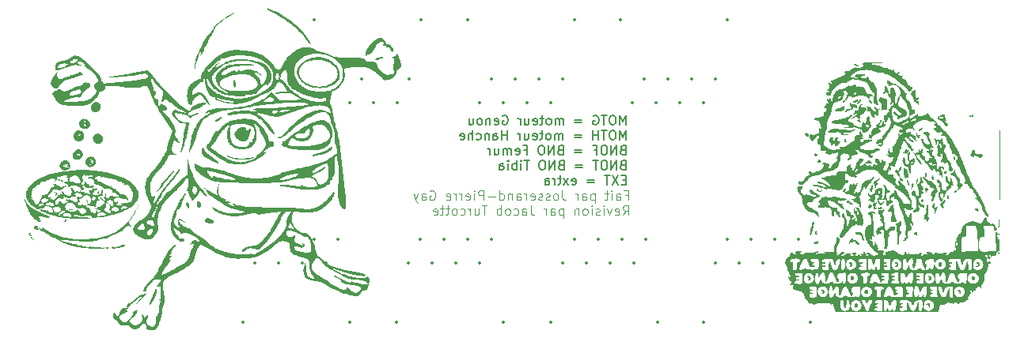
<source format=gbo>
%TF.GenerationSoftware,KiCad,Pcbnew,8.0.1-rc1*%
%TF.CreationDate,2024-12-17T18:21:38-05:00*%
%TF.ProjectId,Projet moustache,50726f6a-6574-4206-9d6f-757374616368,rev?*%
%TF.SameCoordinates,Original*%
%TF.FileFunction,Legend,Bot*%
%TF.FilePolarity,Positive*%
%FSLAX46Y46*%
G04 Gerber Fmt 4.6, Leading zero omitted, Abs format (unit mm)*
G04 Created by KiCad (PCBNEW 8.0.1-rc1) date 2024-12-17 18:21:38*
%MOMM*%
%LPD*%
G01*
G04 APERTURE LIST*
%ADD10C,0.000000*%
%ADD11C,0.100000*%
%ADD12C,0.200000*%
%ADD13C,0.350000*%
G04 APERTURE END LIST*
D10*
G36*
X168891707Y-61731618D02*
G01*
X168898137Y-61732591D01*
X168903942Y-61734102D01*
X168909135Y-61736165D01*
X168913729Y-61738794D01*
X168917737Y-61742004D01*
X168921171Y-61745808D01*
X168924044Y-61750221D01*
X168926369Y-61755258D01*
X168928158Y-61760931D01*
X168929424Y-61767256D01*
X168930180Y-61774246D01*
X168930437Y-61781916D01*
X168930211Y-61790279D01*
X168929511Y-61799351D01*
X168928353Y-61809145D01*
X168926748Y-61819676D01*
X168922246Y-61843002D01*
X168916110Y-61869444D01*
X168908439Y-61899115D01*
X168904190Y-61919487D01*
X168900616Y-61939280D01*
X168897722Y-61958392D01*
X168895515Y-61976722D01*
X168894000Y-61994170D01*
X168893183Y-62010632D01*
X168893071Y-62026009D01*
X168893669Y-62040197D01*
X168894982Y-62053097D01*
X168897019Y-62064605D01*
X168899783Y-62074622D01*
X168903282Y-62083044D01*
X168907520Y-62089772D01*
X168909919Y-62092468D01*
X168912506Y-62094703D01*
X168915280Y-62096463D01*
X168918242Y-62097736D01*
X168921394Y-62098509D01*
X168924737Y-62098769D01*
X168927803Y-62099030D01*
X168930888Y-62099804D01*
X168933985Y-62101079D01*
X168937087Y-62102844D01*
X168940191Y-62105086D01*
X168943287Y-62107794D01*
X168946372Y-62110956D01*
X168949439Y-62114559D01*
X168952482Y-62118591D01*
X168955495Y-62123042D01*
X168958472Y-62127899D01*
X168961408Y-62133149D01*
X168964296Y-62138781D01*
X168967129Y-62144784D01*
X168969904Y-62151144D01*
X168972613Y-62157851D01*
X168975250Y-62164891D01*
X168977809Y-62172255D01*
X168982671Y-62187900D01*
X168987152Y-62204693D01*
X168991203Y-62222535D01*
X168994776Y-62241332D01*
X168997824Y-62260988D01*
X169000299Y-62281409D01*
X169002153Y-62302498D01*
X169009475Y-62392139D01*
X169017943Y-62487892D01*
X169025647Y-62577533D01*
X169030677Y-62648838D01*
X169032815Y-62664983D01*
X169036128Y-62684220D01*
X169046019Y-62730966D01*
X169059827Y-62787071D01*
X169077024Y-62850530D01*
X169097086Y-62919336D01*
X169119489Y-62991485D01*
X169143706Y-63064971D01*
X169169212Y-63137789D01*
X169193795Y-63208385D01*
X169215369Y-63275496D01*
X169233601Y-63337545D01*
X169248156Y-63392958D01*
X169258701Y-63440158D01*
X169264900Y-63477569D01*
X169266267Y-63492112D01*
X169266421Y-63503616D01*
X169265322Y-63511886D01*
X169262927Y-63516723D01*
X169254503Y-63522450D01*
X169243853Y-63528154D01*
X169216531Y-63539412D01*
X169182261Y-63550324D01*
X169142345Y-63560716D01*
X169098083Y-63570416D01*
X169050778Y-63579251D01*
X169001730Y-63587046D01*
X168952240Y-63593631D01*
X168903610Y-63598831D01*
X168857140Y-63602473D01*
X168814134Y-63604384D01*
X168775889Y-63604391D01*
X168743708Y-63602321D01*
X168718893Y-63598001D01*
X168709653Y-63594943D01*
X168702743Y-63591258D01*
X168698325Y-63586923D01*
X168696562Y-63581918D01*
X168659891Y-63284472D01*
X168656590Y-63259097D01*
X168654304Y-63233508D01*
X168652997Y-63207870D01*
X168652633Y-63182353D01*
X168653176Y-63157121D01*
X168654591Y-63132343D01*
X168656841Y-63108186D01*
X168659890Y-63084817D01*
X168663705Y-63062403D01*
X168668247Y-63041111D01*
X168673481Y-63021108D01*
X168679372Y-63002562D01*
X168685884Y-62985639D01*
X168692980Y-62970506D01*
X168700626Y-62957332D01*
X168708785Y-62946282D01*
X168722401Y-62928285D01*
X168734247Y-62909505D01*
X168744369Y-62890038D01*
X168752810Y-62869987D01*
X168759615Y-62849449D01*
X168764831Y-62828524D01*
X168768500Y-62807311D01*
X168770668Y-62785909D01*
X168771379Y-62764418D01*
X168770679Y-62742936D01*
X168768613Y-62721564D01*
X168765224Y-62700398D01*
X168760558Y-62679541D01*
X168754660Y-62659091D01*
X168747574Y-62639146D01*
X168739345Y-62619806D01*
X168730017Y-62601171D01*
X168719636Y-62583339D01*
X168708246Y-62566410D01*
X168695893Y-62550483D01*
X168682620Y-62535657D01*
X168668473Y-62522031D01*
X168653496Y-62509705D01*
X168637735Y-62498778D01*
X168621233Y-62489350D01*
X168604035Y-62481518D01*
X168586188Y-62475383D01*
X168567735Y-62471044D01*
X168548720Y-62468600D01*
X168529189Y-62468150D01*
X168509187Y-62469793D01*
X168488757Y-62473630D01*
X168467270Y-62478941D01*
X168447118Y-62483407D01*
X168428301Y-62487019D01*
X168410816Y-62489769D01*
X168394661Y-62491648D01*
X168379837Y-62492646D01*
X168366339Y-62492755D01*
X168354169Y-62491966D01*
X168343324Y-62490270D01*
X168333802Y-62487657D01*
X168325603Y-62484119D01*
X168318724Y-62479647D01*
X168313164Y-62474232D01*
X168308921Y-62467865D01*
X168305995Y-62460536D01*
X168304383Y-62452239D01*
X168304084Y-62442962D01*
X168305097Y-62432697D01*
X168307420Y-62421437D01*
X168311052Y-62409169D01*
X168315990Y-62395887D01*
X168322235Y-62381582D01*
X168329784Y-62366244D01*
X168338635Y-62349865D01*
X168348787Y-62332435D01*
X168360239Y-62313946D01*
X168387036Y-62273753D01*
X168419014Y-62229215D01*
X168456161Y-62180261D01*
X168472719Y-62158701D01*
X168488734Y-62136896D01*
X168504140Y-62114985D01*
X168518871Y-62093103D01*
X168532863Y-62071388D01*
X168546049Y-62049977D01*
X168558363Y-62029009D01*
X168569740Y-62008619D01*
X168580114Y-61988945D01*
X168589421Y-61970125D01*
X168597593Y-61952296D01*
X168604565Y-61935595D01*
X168610272Y-61920158D01*
X168614648Y-61906125D01*
X168617627Y-61893632D01*
X168619144Y-61882815D01*
X168619370Y-61878197D01*
X168620037Y-61873516D01*
X168621136Y-61868782D01*
X168622654Y-61864002D01*
X168624582Y-61859187D01*
X168626906Y-61854346D01*
X168629618Y-61849485D01*
X168632705Y-61844616D01*
X168636156Y-61839748D01*
X168639960Y-61834888D01*
X168644105Y-61830046D01*
X168648582Y-61825230D01*
X168653377Y-61820452D01*
X168658481Y-61815717D01*
X168663881Y-61811036D01*
X168669567Y-61806418D01*
X168675528Y-61801871D01*
X168681752Y-61797405D01*
X168694946Y-61788751D01*
X168709059Y-61780526D01*
X168724001Y-61772803D01*
X168739684Y-61765652D01*
X168756017Y-61759147D01*
X168772911Y-61753357D01*
X168781541Y-61750753D01*
X168790277Y-61748355D01*
X168816269Y-61741499D01*
X168839305Y-61736283D01*
X168849748Y-61734326D01*
X168859490Y-61732822D01*
X168868545Y-61731785D01*
X168876924Y-61731229D01*
X168884641Y-61731169D01*
X168891707Y-61731618D01*
G37*
G36*
X164776197Y-46628491D02*
G01*
X164786370Y-46629421D01*
X164797472Y-46630834D01*
X164809542Y-46632727D01*
X164822616Y-46635098D01*
X164836735Y-46637946D01*
X164851938Y-46641267D01*
X164868263Y-46645060D01*
X164885749Y-46649322D01*
X164924358Y-46659245D01*
X164968076Y-46671018D01*
X165017214Y-46684624D01*
X165036681Y-46690341D01*
X165055301Y-46696752D01*
X165072990Y-46703782D01*
X165089664Y-46711362D01*
X165105240Y-46719420D01*
X165119634Y-46727883D01*
X165132763Y-46736680D01*
X165144544Y-46745741D01*
X165154891Y-46754992D01*
X165163723Y-46764363D01*
X165170955Y-46773782D01*
X165173945Y-46778486D01*
X165176504Y-46783176D01*
X165178622Y-46787843D01*
X165180286Y-46792476D01*
X165181489Y-46797067D01*
X165182218Y-46801608D01*
X165182465Y-46806089D01*
X165182217Y-46810502D01*
X165181465Y-46814836D01*
X165180197Y-46819084D01*
X165176675Y-46828418D01*
X165172263Y-46837312D01*
X165167028Y-46845756D01*
X165161034Y-46853743D01*
X165154348Y-46861260D01*
X165147035Y-46868299D01*
X165139161Y-46874850D01*
X165130792Y-46880903D01*
X165121993Y-46886450D01*
X165112831Y-46891479D01*
X165103369Y-46895981D01*
X165093675Y-46899948D01*
X165083814Y-46903367D01*
X165073851Y-46906231D01*
X165063853Y-46908530D01*
X165053884Y-46910253D01*
X165044011Y-46911392D01*
X165034299Y-46911936D01*
X165024814Y-46911875D01*
X165015621Y-46911200D01*
X165006786Y-46909902D01*
X164998376Y-46907970D01*
X164990454Y-46905396D01*
X164983088Y-46902168D01*
X164976343Y-46898277D01*
X164970284Y-46893715D01*
X164964976Y-46888470D01*
X164960487Y-46882534D01*
X164956881Y-46875898D01*
X164954224Y-46868549D01*
X164952581Y-46860480D01*
X164952019Y-46851680D01*
X164951854Y-46847885D01*
X164951363Y-46844142D01*
X164950555Y-46840456D01*
X164949441Y-46836831D01*
X164948028Y-46833271D01*
X164946325Y-46829782D01*
X164944342Y-46826367D01*
X164942088Y-46823032D01*
X164939570Y-46819779D01*
X164936800Y-46816615D01*
X164933784Y-46813544D01*
X164930533Y-46810569D01*
X164927054Y-46807696D01*
X164923358Y-46804929D01*
X164919453Y-46802272D01*
X164915348Y-46799730D01*
X164911052Y-46797307D01*
X164906574Y-46795008D01*
X164901924Y-46792838D01*
X164897108Y-46790801D01*
X164892138Y-46788901D01*
X164887021Y-46787143D01*
X164881767Y-46785530D01*
X164876385Y-46784068D01*
X164870884Y-46782762D01*
X164865272Y-46781615D01*
X164859558Y-46780633D01*
X164853752Y-46779819D01*
X164847863Y-46779178D01*
X164841898Y-46778715D01*
X164835868Y-46778433D01*
X164829782Y-46778339D01*
X164816994Y-46777916D01*
X164804642Y-46776675D01*
X164792780Y-46774659D01*
X164781461Y-46771908D01*
X164770738Y-46768465D01*
X164760666Y-46764372D01*
X164751298Y-46759670D01*
X164742688Y-46754400D01*
X164734891Y-46748605D01*
X164727958Y-46742328D01*
X164724833Y-46739020D01*
X164721945Y-46735608D01*
X164719300Y-46732095D01*
X164716905Y-46728488D01*
X164714766Y-46724791D01*
X164712891Y-46721011D01*
X164711286Y-46717150D01*
X164709957Y-46713217D01*
X164708912Y-46709214D01*
X164708158Y-46705148D01*
X164707700Y-46701024D01*
X164707546Y-46696847D01*
X164707648Y-46688705D01*
X164707980Y-46681087D01*
X164708580Y-46673989D01*
X164709487Y-46667410D01*
X164710742Y-46661347D01*
X164712380Y-46655797D01*
X164714443Y-46650760D01*
X164716968Y-46646233D01*
X164718417Y-46644159D01*
X164719995Y-46642212D01*
X164721708Y-46640392D01*
X164723562Y-46638697D01*
X164725559Y-46637128D01*
X164727707Y-46635685D01*
X164730009Y-46634367D01*
X164732470Y-46633173D01*
X164737891Y-46631160D01*
X164744006Y-46629643D01*
X164750855Y-46628620D01*
X164758478Y-46628088D01*
X164766912Y-46628046D01*
X164776197Y-46628491D01*
G37*
G36*
X164892430Y-61943425D02*
G01*
X164893904Y-61943920D01*
X164895464Y-61944833D01*
X164897113Y-61946162D01*
X164898851Y-61947906D01*
X164900683Y-61950065D01*
X164902608Y-61952638D01*
X164904631Y-61955625D01*
X164906754Y-61959024D01*
X164911304Y-61967057D01*
X164916279Y-61976731D01*
X164921696Y-61988041D01*
X164927572Y-62000980D01*
X164929935Y-62007295D01*
X164932439Y-62013251D01*
X164935082Y-62018850D01*
X164937862Y-62024090D01*
X164940776Y-62028972D01*
X164943821Y-62033497D01*
X164946997Y-62037663D01*
X164950301Y-62041470D01*
X164953729Y-62044921D01*
X164957281Y-62048012D01*
X164960953Y-62050746D01*
X164964744Y-62053121D01*
X164968653Y-62055138D01*
X164972674Y-62056798D01*
X164976808Y-62058099D01*
X164981051Y-62059042D01*
X164985402Y-62059627D01*
X164989858Y-62059854D01*
X164994417Y-62059722D01*
X164999077Y-62059233D01*
X165003835Y-62058385D01*
X165008689Y-62057180D01*
X165013637Y-62055616D01*
X165018677Y-62053694D01*
X165023807Y-62051414D01*
X165029024Y-62048775D01*
X165034326Y-62045779D01*
X165039711Y-62042425D01*
X165045176Y-62038712D01*
X165050720Y-62034642D01*
X165056339Y-62030213D01*
X165062033Y-62025426D01*
X165068528Y-62020759D01*
X165075028Y-62016693D01*
X165081538Y-62013232D01*
X165088065Y-62010378D01*
X165094611Y-62008136D01*
X165101185Y-62006509D01*
X165107789Y-62005501D01*
X165114430Y-62005117D01*
X165121113Y-62005359D01*
X165127843Y-62006233D01*
X165134625Y-62007739D01*
X165141464Y-62009885D01*
X165148366Y-62012671D01*
X165155336Y-62016103D01*
X165162380Y-62020184D01*
X165169501Y-62024918D01*
X165176706Y-62030308D01*
X165184000Y-62036359D01*
X165191388Y-62043073D01*
X165198874Y-62050455D01*
X165206466Y-62058510D01*
X165214167Y-62067239D01*
X165221983Y-62076646D01*
X165229919Y-62086737D01*
X165237980Y-62097514D01*
X165246172Y-62108981D01*
X165262969Y-62134000D01*
X165280351Y-62161825D01*
X165298359Y-62192485D01*
X165326714Y-62243815D01*
X165353303Y-62296004D01*
X165377504Y-62347621D01*
X165398696Y-62397232D01*
X165416260Y-62443405D01*
X165423487Y-62464755D01*
X165429574Y-62484708D01*
X165434443Y-62503086D01*
X165438017Y-62519709D01*
X165440219Y-62534398D01*
X165440970Y-62546974D01*
X165441393Y-62558422D01*
X165442641Y-62569806D01*
X165444676Y-62581058D01*
X165447464Y-62592112D01*
X165450967Y-62602905D01*
X165455152Y-62613368D01*
X165459980Y-62623438D01*
X165465418Y-62633049D01*
X165471428Y-62642134D01*
X165477976Y-62650628D01*
X165485025Y-62658466D01*
X165492540Y-62665581D01*
X165500484Y-62671909D01*
X165508822Y-62677383D01*
X165513128Y-62679780D01*
X165517519Y-62681938D01*
X165521990Y-62683850D01*
X165526537Y-62685508D01*
X165536429Y-62690898D01*
X165546220Y-62700789D01*
X165555883Y-62714931D01*
X165565389Y-62733074D01*
X165583817Y-62780364D01*
X165601280Y-62840661D01*
X165617548Y-62911964D01*
X165632396Y-62992272D01*
X165645596Y-63079588D01*
X165656923Y-63171912D01*
X165666148Y-63267244D01*
X165673046Y-63363585D01*
X165677389Y-63458935D01*
X165678951Y-63551294D01*
X165677505Y-63638664D01*
X165672823Y-63719044D01*
X165664680Y-63790436D01*
X165652848Y-63850839D01*
X165644570Y-63881935D01*
X165636470Y-63909571D01*
X165628442Y-63933815D01*
X165620379Y-63954742D01*
X165612172Y-63972420D01*
X165607981Y-63980065D01*
X165603714Y-63986924D01*
X165599358Y-63993008D01*
X165594899Y-63998324D01*
X165590323Y-64002883D01*
X165585618Y-64006692D01*
X165580769Y-64009762D01*
X165575763Y-64012100D01*
X165570588Y-64013716D01*
X165565229Y-64014618D01*
X165559673Y-64014817D01*
X165553906Y-64014320D01*
X165547916Y-64013136D01*
X165541689Y-64011276D01*
X165535210Y-64008747D01*
X165528468Y-64005558D01*
X165521448Y-64001719D01*
X165514137Y-63997237D01*
X165498590Y-63986387D01*
X165481716Y-63973077D01*
X165469222Y-63963577D01*
X165456250Y-63954948D01*
X165442896Y-63947203D01*
X165429255Y-63940353D01*
X165415424Y-63934411D01*
X165401498Y-63929387D01*
X165387570Y-63925295D01*
X165373739Y-63922146D01*
X165360099Y-63919951D01*
X165346746Y-63918723D01*
X165333773Y-63918475D01*
X165321280Y-63919217D01*
X165309358Y-63920962D01*
X165298105Y-63923721D01*
X165292760Y-63925485D01*
X165287617Y-63927508D01*
X165282689Y-63929789D01*
X165277987Y-63932332D01*
X165273274Y-63934863D01*
X165268311Y-63937111D01*
X165263111Y-63939079D01*
X165257686Y-63940768D01*
X165252049Y-63942183D01*
X165246213Y-63943326D01*
X165233995Y-63944811D01*
X165221131Y-63945244D01*
X165207724Y-63944651D01*
X165193876Y-63943056D01*
X165179688Y-63940481D01*
X165165260Y-63936952D01*
X165150696Y-63932492D01*
X165136095Y-63927123D01*
X165121561Y-63920872D01*
X165107193Y-63913762D01*
X165093094Y-63905815D01*
X165079365Y-63897057D01*
X165066108Y-63887511D01*
X165049716Y-63873856D01*
X165034100Y-63861926D01*
X165019176Y-63851726D01*
X165011948Y-63847278D01*
X165004862Y-63843264D01*
X164997907Y-63839686D01*
X164991072Y-63836544D01*
X164984349Y-63833840D01*
X164977725Y-63831573D01*
X164971190Y-63829746D01*
X164964735Y-63828357D01*
X164958348Y-63827409D01*
X164952019Y-63826902D01*
X164945739Y-63826836D01*
X164939495Y-63827213D01*
X164933279Y-63828033D01*
X164927078Y-63829298D01*
X164920885Y-63831006D01*
X164914685Y-63833160D01*
X164908472Y-63835760D01*
X164902233Y-63838807D01*
X164895958Y-63842302D01*
X164889637Y-63846245D01*
X164883260Y-63850637D01*
X164876815Y-63855480D01*
X164870292Y-63860772D01*
X164863682Y-63866517D01*
X164850155Y-63879362D01*
X164839716Y-63889143D01*
X164828333Y-63898597D01*
X164816116Y-63907680D01*
X164803170Y-63916352D01*
X164789603Y-63924570D01*
X164775523Y-63932292D01*
X164761037Y-63939477D01*
X164746253Y-63946083D01*
X164731278Y-63952068D01*
X164716219Y-63957391D01*
X164701184Y-63962010D01*
X164686280Y-63965883D01*
X164671615Y-63968968D01*
X164657297Y-63971223D01*
X164643432Y-63972606D01*
X164630128Y-63973077D01*
X164618707Y-63974566D01*
X164605852Y-63978257D01*
X164591581Y-63984131D01*
X164575917Y-63992169D01*
X164558880Y-64002352D01*
X164540491Y-64014663D01*
X164499741Y-64045592D01*
X164453834Y-64084805D01*
X164402938Y-64132153D01*
X164347218Y-64187487D01*
X164286844Y-64250658D01*
X164221981Y-64321517D01*
X164152796Y-64399914D01*
X164079458Y-64485699D01*
X164002132Y-64578726D01*
X163920986Y-64678843D01*
X163836188Y-64785901D01*
X163747904Y-64899752D01*
X163656302Y-65020245D01*
X163634083Y-65048475D01*
X163611774Y-65075097D01*
X163589426Y-65100101D01*
X163567091Y-65123478D01*
X163544822Y-65145221D01*
X163522670Y-65165318D01*
X163500690Y-65183763D01*
X163478931Y-65200545D01*
X163457446Y-65215656D01*
X163436289Y-65229087D01*
X163415510Y-65240829D01*
X163395163Y-65250872D01*
X163375299Y-65259209D01*
X163355971Y-65265830D01*
X163337231Y-65270726D01*
X163319131Y-65273888D01*
X163301723Y-65275306D01*
X163285060Y-65274974D01*
X163269194Y-65272880D01*
X163254176Y-65269018D01*
X163240060Y-65263376D01*
X163226898Y-65255946D01*
X163214741Y-65246721D01*
X163203642Y-65235689D01*
X163193653Y-65222843D01*
X163184826Y-65208174D01*
X163177215Y-65191672D01*
X163170870Y-65173329D01*
X163165845Y-65153135D01*
X163162190Y-65131083D01*
X163159959Y-65107162D01*
X163159204Y-65081364D01*
X163159860Y-65061238D01*
X163161782Y-65040682D01*
X163164897Y-65019839D01*
X163169135Y-64998853D01*
X163174423Y-64977868D01*
X163180690Y-64957026D01*
X163187864Y-64936469D01*
X163195875Y-64916343D01*
X163204648Y-64896790D01*
X163214114Y-64877953D01*
X163224201Y-64859975D01*
X163234837Y-64843001D01*
X163245951Y-64827172D01*
X163257470Y-64812632D01*
X163269324Y-64799525D01*
X163281441Y-64787994D01*
X163294085Y-64777214D01*
X163306008Y-64766315D01*
X163317154Y-64755369D01*
X163327471Y-64744446D01*
X163336904Y-64733619D01*
X163345401Y-64722959D01*
X163352906Y-64712538D01*
X163359367Y-64702427D01*
X163364730Y-64692698D01*
X163368941Y-64683423D01*
X163370597Y-64678978D01*
X163371946Y-64674673D01*
X163372979Y-64670517D01*
X163373692Y-64666520D01*
X163374076Y-64662690D01*
X163374125Y-64659035D01*
X163373831Y-64655566D01*
X163373190Y-64652290D01*
X163372194Y-64649218D01*
X163370836Y-64646358D01*
X163369109Y-64643718D01*
X163367007Y-64641308D01*
X163365311Y-64639138D01*
X163364037Y-64636460D01*
X163363177Y-64633288D01*
X163362726Y-64629641D01*
X163362674Y-64625535D01*
X163363014Y-64620985D01*
X163363740Y-64616009D01*
X163364843Y-64610621D01*
X163368152Y-64598682D01*
X163372881Y-64585299D01*
X163378971Y-64570602D01*
X163386362Y-64554724D01*
X163394994Y-64537795D01*
X163404808Y-64519947D01*
X163415745Y-64501312D01*
X163427744Y-64482019D01*
X163440746Y-64462201D01*
X163454690Y-64441989D01*
X163469518Y-64421515D01*
X163485170Y-64400909D01*
X163501492Y-64380115D01*
X163516811Y-64359088D01*
X163531081Y-64337978D01*
X163544251Y-64316934D01*
X163556276Y-64296104D01*
X163567107Y-64275639D01*
X163576697Y-64255687D01*
X163584997Y-64236397D01*
X163591960Y-64217919D01*
X163597539Y-64200403D01*
X163601686Y-64183996D01*
X163604351Y-64168849D01*
X163605489Y-64155110D01*
X163605052Y-64142928D01*
X163604227Y-64137469D01*
X163602990Y-64132455D01*
X163601336Y-64127904D01*
X163599258Y-64123837D01*
X163597097Y-64119675D01*
X163595197Y-64114842D01*
X163593554Y-64109363D01*
X163592167Y-64103257D01*
X163590153Y-64089261D01*
X163589135Y-64073032D01*
X163589096Y-64054750D01*
X163590019Y-64034594D01*
X163591884Y-64012743D01*
X163594674Y-63989376D01*
X163598372Y-63964671D01*
X163602959Y-63938809D01*
X163608417Y-63911968D01*
X163614729Y-63884327D01*
X163621876Y-63856066D01*
X163629842Y-63827363D01*
X163638607Y-63798397D01*
X163648154Y-63769348D01*
X163665452Y-63712124D01*
X163679199Y-63655348D01*
X163689472Y-63599466D01*
X163696348Y-63544928D01*
X163699907Y-63492180D01*
X163700224Y-63441670D01*
X163697378Y-63393846D01*
X163691446Y-63349156D01*
X163682506Y-63308047D01*
X163670635Y-63270967D01*
X163655912Y-63238364D01*
X163647504Y-63223880D01*
X163638412Y-63210684D01*
X163628647Y-63198831D01*
X163618216Y-63188376D01*
X163607130Y-63179376D01*
X163595399Y-63171888D01*
X163583032Y-63165966D01*
X163570039Y-63161666D01*
X163556431Y-63159046D01*
X163542215Y-63158160D01*
X163531795Y-63156697D01*
X163521930Y-63152425D01*
X163512629Y-63145519D01*
X163503896Y-63136155D01*
X163495740Y-63124509D01*
X163488166Y-63110754D01*
X163481181Y-63095068D01*
X163474793Y-63077624D01*
X163463832Y-63038166D01*
X163455335Y-62993785D01*
X163449358Y-62945881D01*
X163445952Y-62895859D01*
X163445174Y-62845121D01*
X163447074Y-62795069D01*
X163451709Y-62747106D01*
X163459131Y-62702634D01*
X163463905Y-62682147D01*
X163469394Y-62663058D01*
X163475608Y-62645543D01*
X163482552Y-62629778D01*
X163490234Y-62615937D01*
X163498658Y-62604197D01*
X163507834Y-62594732D01*
X163517767Y-62587718D01*
X163521704Y-62585865D01*
X163525869Y-62584877D01*
X163530251Y-62584734D01*
X163534837Y-62585419D01*
X163539617Y-62586912D01*
X163544580Y-62589196D01*
X163549715Y-62592251D01*
X163555011Y-62596059D01*
X163560455Y-62600602D01*
X163566037Y-62605859D01*
X163571747Y-62611813D01*
X163577572Y-62618446D01*
X163583502Y-62625738D01*
X163589524Y-62633671D01*
X163595629Y-62642226D01*
X163601805Y-62651385D01*
X163608040Y-62661128D01*
X163614324Y-62671439D01*
X163626993Y-62693683D01*
X163639721Y-62717968D01*
X163652419Y-62744145D01*
X163664998Y-62772065D01*
X163677367Y-62801579D01*
X163689439Y-62832537D01*
X163701123Y-62864791D01*
X163725244Y-62930962D01*
X163751228Y-62996896D01*
X163778261Y-63060824D01*
X163805534Y-63120980D01*
X163832234Y-63175598D01*
X163857548Y-63222909D01*
X163880666Y-63261148D01*
X163891148Y-63276314D01*
X163900777Y-63288548D01*
X163905623Y-63295327D01*
X163910230Y-63302669D01*
X163918723Y-63319005D01*
X163926248Y-63337476D01*
X163932801Y-63358007D01*
X163938374Y-63380520D01*
X163942964Y-63404936D01*
X163946562Y-63431179D01*
X163949163Y-63459171D01*
X163950762Y-63488834D01*
X163951352Y-63520091D01*
X163950927Y-63552863D01*
X163949481Y-63587074D01*
X163947010Y-63622647D01*
X163943505Y-63659502D01*
X163938962Y-63697563D01*
X163933374Y-63736753D01*
X163919272Y-63826918D01*
X163914287Y-63865370D01*
X163910710Y-63899608D01*
X163908564Y-63929787D01*
X163907876Y-63956063D01*
X163908668Y-63978590D01*
X163910964Y-63997524D01*
X163914788Y-64013021D01*
X163917280Y-64019528D01*
X163920163Y-64025235D01*
X163923441Y-64030159D01*
X163927115Y-64034321D01*
X163931189Y-64037739D01*
X163935666Y-64040434D01*
X163940549Y-64042425D01*
X163945841Y-64043731D01*
X163951544Y-64044371D01*
X163957663Y-64044366D01*
X163971156Y-64042493D01*
X163986344Y-64038269D01*
X163991750Y-64035898D01*
X163997264Y-64032621D01*
X164002874Y-64028464D01*
X164008571Y-64023451D01*
X164014343Y-64017609D01*
X164020177Y-64010963D01*
X164026064Y-64003538D01*
X164031992Y-63995359D01*
X164043926Y-63976843D01*
X164055890Y-63955616D01*
X164067795Y-63931883D01*
X164079550Y-63905846D01*
X164091067Y-63877708D01*
X164102255Y-63847673D01*
X164113025Y-63815941D01*
X164123288Y-63782718D01*
X164132954Y-63748205D01*
X164141934Y-63712606D01*
X164150138Y-63676124D01*
X164157476Y-63638961D01*
X164170949Y-63566852D01*
X164186571Y-63498325D01*
X164203816Y-63435049D01*
X164212884Y-63405904D01*
X164222160Y-63378698D01*
X164231579Y-63353641D01*
X164241077Y-63330941D01*
X164250586Y-63310808D01*
X164260040Y-63293450D01*
X164269377Y-63279076D01*
X164278527Y-63267895D01*
X164287428Y-63260117D01*
X164291764Y-63257569D01*
X164296012Y-63255949D01*
X164300441Y-63254268D01*
X164304559Y-63252281D01*
X164308367Y-63249996D01*
X164311865Y-63247419D01*
X164315052Y-63244555D01*
X164317929Y-63241411D01*
X164320496Y-63237991D01*
X164322752Y-63234304D01*
X164324697Y-63230354D01*
X164326333Y-63226147D01*
X164327658Y-63221690D01*
X164328673Y-63216987D01*
X164329377Y-63212046D01*
X164329771Y-63206872D01*
X164329855Y-63201472D01*
X164329628Y-63195850D01*
X164329091Y-63190014D01*
X164328243Y-63183969D01*
X164327085Y-63177721D01*
X164325616Y-63171276D01*
X164323838Y-63164639D01*
X164321749Y-63157818D01*
X164319350Y-63150818D01*
X164316640Y-63143645D01*
X164313620Y-63136305D01*
X164310289Y-63128803D01*
X164306648Y-63121146D01*
X164302697Y-63113340D01*
X164298435Y-63105390D01*
X164293863Y-63097304D01*
X164288981Y-63089087D01*
X164283788Y-63080743D01*
X164273490Y-63065138D01*
X164262523Y-63050439D01*
X164250984Y-63036695D01*
X164238967Y-63023954D01*
X164226569Y-63012264D01*
X164213883Y-63001671D01*
X164201007Y-62992225D01*
X164188035Y-62983972D01*
X164175063Y-62976961D01*
X164168607Y-62973936D01*
X164162187Y-62971239D01*
X164155815Y-62968876D01*
X164149501Y-62966854D01*
X164143261Y-62965178D01*
X164137103Y-62963854D01*
X164131041Y-62962888D01*
X164125086Y-62962286D01*
X164119251Y-62962054D01*
X164113547Y-62962198D01*
X164107986Y-62962725D01*
X164102581Y-62963639D01*
X164097342Y-62964947D01*
X164092283Y-62966655D01*
X164084366Y-62969237D01*
X164076643Y-62970839D01*
X164069097Y-62971411D01*
X164065384Y-62971296D01*
X164061707Y-62970904D01*
X164058065Y-62970231D01*
X164054455Y-62969270D01*
X164050875Y-62968014D01*
X164047321Y-62966458D01*
X164043792Y-62964595D01*
X164040285Y-62962419D01*
X164033329Y-62957105D01*
X164026432Y-62950466D01*
X164019575Y-62942452D01*
X164012739Y-62933015D01*
X164005905Y-62922105D01*
X163999052Y-62909673D01*
X163992163Y-62895670D01*
X163985216Y-62880046D01*
X163978194Y-62862753D01*
X163971076Y-62843741D01*
X163963844Y-62822960D01*
X163956476Y-62800363D01*
X163948956Y-62775898D01*
X163941263Y-62749517D01*
X163933376Y-62721172D01*
X163925278Y-62690811D01*
X163916949Y-62658388D01*
X163899518Y-62587152D01*
X163880930Y-62507071D01*
X163861029Y-62417751D01*
X163839659Y-62318797D01*
X163836364Y-62300556D01*
X163834120Y-62284028D01*
X163832926Y-62269207D01*
X163832783Y-62256087D01*
X163833105Y-62250163D01*
X163833690Y-62244661D01*
X163834538Y-62239583D01*
X163835648Y-62234926D01*
X163837021Y-62230689D01*
X163838656Y-62226873D01*
X163840554Y-62223476D01*
X163842714Y-62220497D01*
X163845138Y-62217937D01*
X163847824Y-62215793D01*
X163850772Y-62214066D01*
X163853984Y-62212754D01*
X163857457Y-62211857D01*
X163861194Y-62211374D01*
X163865193Y-62211304D01*
X163869454Y-62211647D01*
X163873979Y-62212403D01*
X163878766Y-62213568D01*
X163883816Y-62215144D01*
X163889127Y-62217130D01*
X163894702Y-62219525D01*
X163900539Y-62222328D01*
X163913002Y-62229155D01*
X163953181Y-62253045D01*
X163993968Y-62280088D01*
X164034923Y-62309803D01*
X164075602Y-62341716D01*
X164115566Y-62375347D01*
X164154372Y-62410220D01*
X164191578Y-62445857D01*
X164226744Y-62481780D01*
X164259426Y-62517512D01*
X164289184Y-62552575D01*
X164315575Y-62586493D01*
X164338158Y-62618788D01*
X164356492Y-62648981D01*
X164370134Y-62676596D01*
X164375058Y-62689287D01*
X164378644Y-62701154D01*
X164380835Y-62712139D01*
X164381578Y-62722180D01*
X164381791Y-62727873D01*
X164382424Y-62733487D01*
X164383464Y-62739017D01*
X164384904Y-62744454D01*
X164386732Y-62749794D01*
X164388937Y-62755028D01*
X164391510Y-62760150D01*
X164394438Y-62765153D01*
X164397713Y-62770032D01*
X164401324Y-62774778D01*
X164405260Y-62779386D01*
X164409511Y-62783848D01*
X164414066Y-62788157D01*
X164418915Y-62792308D01*
X164424048Y-62796293D01*
X164429454Y-62800106D01*
X164435122Y-62803739D01*
X164441043Y-62807188D01*
X164447206Y-62810443D01*
X164453599Y-62813500D01*
X164460214Y-62816350D01*
X164467039Y-62818988D01*
X164474063Y-62821406D01*
X164481278Y-62823598D01*
X164488672Y-62825558D01*
X164496233Y-62827278D01*
X164503953Y-62828753D01*
X164511821Y-62829973D01*
X164519827Y-62830934D01*
X164527959Y-62831630D01*
X164536207Y-62832052D01*
X164544562Y-62832194D01*
X164562730Y-62832631D01*
X164579797Y-62833921D01*
X164595759Y-62836037D01*
X164610614Y-62838950D01*
X164624360Y-62842629D01*
X164636992Y-62847046D01*
X164648508Y-62852172D01*
X164658905Y-62857978D01*
X164668180Y-62864434D01*
X164676329Y-62871512D01*
X164683351Y-62879182D01*
X164689241Y-62887415D01*
X164693998Y-62896183D01*
X164697617Y-62905456D01*
X164700097Y-62915205D01*
X164701433Y-62925400D01*
X164701624Y-62936014D01*
X164700665Y-62947015D01*
X164698555Y-62958377D01*
X164695289Y-62970069D01*
X164690867Y-62982063D01*
X164685282Y-62994329D01*
X164678534Y-63006838D01*
X164670619Y-63019561D01*
X164661535Y-63032469D01*
X164651277Y-63045534D01*
X164639844Y-63058725D01*
X164627231Y-63072014D01*
X164613438Y-63085371D01*
X164598459Y-63098768D01*
X164582292Y-63112176D01*
X164564935Y-63125564D01*
X164542727Y-63143069D01*
X164523449Y-63159028D01*
X164507072Y-63173615D01*
X164499962Y-63180447D01*
X164493566Y-63187001D01*
X164487881Y-63193299D01*
X164482901Y-63199361D01*
X164478625Y-63205210D01*
X164475048Y-63210867D01*
X164472166Y-63216354D01*
X164469975Y-63221693D01*
X164468472Y-63226906D01*
X164467654Y-63232012D01*
X164467516Y-63237035D01*
X164468055Y-63241997D01*
X164469267Y-63246918D01*
X164471148Y-63251820D01*
X164473694Y-63256726D01*
X164476903Y-63261656D01*
X164480769Y-63266632D01*
X164485289Y-63271676D01*
X164490461Y-63276810D01*
X164496279Y-63282054D01*
X164502740Y-63287432D01*
X164509840Y-63292964D01*
X164525945Y-63304578D01*
X164544562Y-63317070D01*
X164560802Y-63327668D01*
X164575933Y-63336543D01*
X164583093Y-63340331D01*
X164589989Y-63343686D01*
X164596625Y-63346607D01*
X164603006Y-63349093D01*
X164609137Y-63351142D01*
X164615021Y-63352756D01*
X164620664Y-63353932D01*
X164626069Y-63354671D01*
X164631241Y-63354971D01*
X164636185Y-63354831D01*
X164640906Y-63354252D01*
X164645407Y-63353230D01*
X164649693Y-63351768D01*
X164653769Y-63349863D01*
X164657639Y-63347516D01*
X164661308Y-63344723D01*
X164664779Y-63341486D01*
X164668058Y-63337804D01*
X164671149Y-63333677D01*
X164674057Y-63329101D01*
X164676785Y-63324079D01*
X164679339Y-63318608D01*
X164681723Y-63312687D01*
X164683941Y-63306317D01*
X164685998Y-63299496D01*
X164687899Y-63292224D01*
X164691247Y-63276323D01*
X164694677Y-63264253D01*
X164698816Y-63252528D01*
X164703612Y-63241209D01*
X164709010Y-63230357D01*
X164714958Y-63220029D01*
X164721401Y-63210286D01*
X164728285Y-63201188D01*
X164735558Y-63192794D01*
X164743165Y-63185165D01*
X164751052Y-63178358D01*
X164759166Y-63172435D01*
X164767454Y-63167455D01*
X164771645Y-63165338D01*
X164775861Y-63163478D01*
X164780091Y-63161884D01*
X164784333Y-63160563D01*
X164788577Y-63159523D01*
X164792817Y-63158770D01*
X164797047Y-63158314D01*
X164801259Y-63158160D01*
X164805007Y-63158254D01*
X164808609Y-63158536D01*
X164812061Y-63158999D01*
X164815362Y-63159640D01*
X164818507Y-63160454D01*
X164821494Y-63161437D01*
X164824319Y-63162583D01*
X164826980Y-63163890D01*
X164829475Y-63165351D01*
X164831799Y-63166964D01*
X164833950Y-63168722D01*
X164835926Y-63170623D01*
X164837722Y-63172660D01*
X164839336Y-63174830D01*
X164840765Y-63177129D01*
X164842006Y-63179552D01*
X164843056Y-63182094D01*
X164843912Y-63184751D01*
X164844571Y-63187518D01*
X164845030Y-63190391D01*
X164845287Y-63193366D01*
X164845337Y-63196437D01*
X164845178Y-63199601D01*
X164844808Y-63202854D01*
X164844223Y-63206190D01*
X164843419Y-63209604D01*
X164842395Y-63213094D01*
X164841148Y-63216653D01*
X164839673Y-63220279D01*
X164837968Y-63223965D01*
X164836031Y-63227708D01*
X164833858Y-63231504D01*
X164828242Y-63241804D01*
X164823593Y-63252793D01*
X164819877Y-63264391D01*
X164817058Y-63276523D01*
X164815102Y-63289111D01*
X164813973Y-63302079D01*
X164813637Y-63315351D01*
X164814058Y-63328848D01*
X164817031Y-63356213D01*
X164822612Y-63383560D01*
X164830522Y-63410275D01*
X164840478Y-63435742D01*
X164852202Y-63459347D01*
X164865412Y-63480475D01*
X164872486Y-63489918D01*
X164879827Y-63498511D01*
X164887399Y-63506178D01*
X164895167Y-63512841D01*
X164903096Y-63518423D01*
X164911152Y-63522849D01*
X164919298Y-63526040D01*
X164927501Y-63527921D01*
X164935724Y-63528414D01*
X164943933Y-63527442D01*
X164952093Y-63524929D01*
X164960169Y-63520798D01*
X164971358Y-63512366D01*
X164981258Y-63501662D01*
X164989893Y-63488801D01*
X164997286Y-63473901D01*
X165003461Y-63457075D01*
X165008443Y-63438440D01*
X165012255Y-63418112D01*
X165014921Y-63396205D01*
X165016465Y-63372837D01*
X165016911Y-63348121D01*
X165014603Y-63295113D01*
X165008189Y-63238106D01*
X164997859Y-63178024D01*
X164983805Y-63115794D01*
X164966217Y-63052341D01*
X164945287Y-62988588D01*
X164921205Y-62925463D01*
X164894163Y-62863890D01*
X164864352Y-62804794D01*
X164831962Y-62749099D01*
X164814860Y-62722817D01*
X164797185Y-62697732D01*
X164771869Y-62662976D01*
X164749364Y-62630359D01*
X164729617Y-62599626D01*
X164712574Y-62570529D01*
X164698181Y-62542817D01*
X164686384Y-62516238D01*
X164677130Y-62490543D01*
X164670364Y-62465481D01*
X164667898Y-62453109D01*
X164666034Y-62440801D01*
X164664765Y-62428526D01*
X164664085Y-62416252D01*
X164663987Y-62403948D01*
X164664464Y-62391584D01*
X164667117Y-62366545D01*
X164671990Y-62340886D01*
X164679030Y-62314355D01*
X164688183Y-62286703D01*
X164699395Y-62257677D01*
X164776813Y-62058023D01*
X164784963Y-62249528D01*
X164786111Y-62273692D01*
X164788042Y-62295773D01*
X164790773Y-62315789D01*
X164794321Y-62333757D01*
X164798705Y-62349697D01*
X164801216Y-62356911D01*
X164803943Y-62363625D01*
X164806887Y-62369840D01*
X164810051Y-62375559D01*
X164813438Y-62380784D01*
X164817049Y-62385517D01*
X164820887Y-62389762D01*
X164824955Y-62393518D01*
X164829253Y-62396790D01*
X164833786Y-62399580D01*
X164838553Y-62401889D01*
X164843559Y-62403719D01*
X164848805Y-62405074D01*
X164854294Y-62405955D01*
X164860027Y-62406363D01*
X164866007Y-62406304D01*
X164872237Y-62405776D01*
X164878717Y-62404784D01*
X164885452Y-62403330D01*
X164892442Y-62401415D01*
X164907200Y-62396213D01*
X164915079Y-62393446D01*
X164922679Y-62391262D01*
X164930003Y-62389674D01*
X164937059Y-62388693D01*
X164943852Y-62388329D01*
X164950389Y-62388594D01*
X164956675Y-62389500D01*
X164962716Y-62391057D01*
X164968519Y-62393276D01*
X164974088Y-62396169D01*
X164979431Y-62399746D01*
X164984553Y-62404021D01*
X164989460Y-62409002D01*
X164994158Y-62414701D01*
X164998654Y-62421131D01*
X165002953Y-62428301D01*
X165007060Y-62436223D01*
X165010982Y-62444908D01*
X165014726Y-62454369D01*
X165018296Y-62464614D01*
X165021699Y-62475656D01*
X165024941Y-62487507D01*
X165028027Y-62500177D01*
X165030965Y-62513676D01*
X165033760Y-62528018D01*
X165036416Y-62543212D01*
X165038942Y-62559271D01*
X165041342Y-62576204D01*
X165045790Y-62612741D01*
X165049809Y-62652913D01*
X165052521Y-62683640D01*
X165056033Y-62713085D01*
X165060284Y-62741108D01*
X165065216Y-62767574D01*
X165070769Y-62792345D01*
X165076883Y-62815283D01*
X165083499Y-62836252D01*
X165090555Y-62855114D01*
X165097994Y-62871731D01*
X165105756Y-62885968D01*
X165113780Y-62897685D01*
X165122007Y-62906747D01*
X165126178Y-62910238D01*
X165130377Y-62913014D01*
X165134597Y-62915058D01*
X165138830Y-62916352D01*
X165143070Y-62916879D01*
X165147308Y-62916622D01*
X165151537Y-62915563D01*
X165155750Y-62913686D01*
X165167680Y-62906229D01*
X165178279Y-62896187D01*
X165187578Y-62883724D01*
X165195604Y-62869001D01*
X165202390Y-62852180D01*
X165207963Y-62833423D01*
X165212355Y-62812891D01*
X165215594Y-62790748D01*
X165218738Y-62742272D01*
X165217631Y-62689289D01*
X165212514Y-62633096D01*
X165203625Y-62574986D01*
X165191202Y-62516256D01*
X165175485Y-62458200D01*
X165156711Y-62402114D01*
X165135121Y-62349292D01*
X165110952Y-62301031D01*
X165097975Y-62279015D01*
X165084443Y-62258625D01*
X165070386Y-62240022D01*
X165055833Y-62223369D01*
X165040815Y-62208828D01*
X165025361Y-62196559D01*
X165009568Y-62185453D01*
X164994324Y-62173599D01*
X164979701Y-62161114D01*
X164965771Y-62148110D01*
X164952604Y-62134699D01*
X164940273Y-62120996D01*
X164928849Y-62107114D01*
X164918404Y-62093166D01*
X164909010Y-62079266D01*
X164900737Y-62065528D01*
X164893659Y-62052063D01*
X164887845Y-62038987D01*
X164883369Y-62026413D01*
X164881654Y-62020348D01*
X164880301Y-62014452D01*
X164879318Y-62008738D01*
X164878714Y-62003221D01*
X164878497Y-61997913D01*
X164878677Y-61992831D01*
X164879540Y-61980701D01*
X164880611Y-61970284D01*
X164881909Y-61961575D01*
X164882649Y-61957859D01*
X164883453Y-61954567D01*
X164884321Y-61951699D01*
X164885258Y-61949254D01*
X164886265Y-61947231D01*
X164887344Y-61945630D01*
X164888498Y-61944450D01*
X164889728Y-61943689D01*
X164891038Y-61943348D01*
X164892430Y-61943425D01*
G37*
G36*
X174398319Y-60808670D02*
G01*
X174294401Y-61047908D01*
X174251365Y-61140018D01*
X174213211Y-61215141D01*
X174179140Y-61274293D01*
X174148352Y-61318486D01*
X174120047Y-61348737D01*
X174106576Y-61358951D01*
X174093425Y-61366060D01*
X174080496Y-61370191D01*
X174067686Y-61371469D01*
X174054898Y-61370024D01*
X174042031Y-61365981D01*
X174015660Y-61350607D01*
X173987772Y-61326365D01*
X173957569Y-61294268D01*
X173924251Y-61255330D01*
X173911804Y-61238501D01*
X173899695Y-61218725D01*
X173876588Y-61171244D01*
X173855143Y-61114716D01*
X173835564Y-61050965D01*
X173818064Y-60981818D01*
X173802848Y-60909103D01*
X173790128Y-60834644D01*
X173780112Y-60760269D01*
X173773008Y-60687804D01*
X173771326Y-60658778D01*
X173933553Y-60658778D01*
X173933791Y-60677326D01*
X173935124Y-60696712D01*
X173940867Y-60737540D01*
X173950358Y-60780350D01*
X173963174Y-60824229D01*
X173978890Y-60868263D01*
X173997084Y-60911538D01*
X174017330Y-60953142D01*
X174039206Y-60992162D01*
X174062287Y-61027684D01*
X174086151Y-61058796D01*
X174110373Y-61084584D01*
X174122486Y-61095196D01*
X174134529Y-61104134D01*
X174146450Y-61111284D01*
X174158196Y-61116534D01*
X174169713Y-61119766D01*
X174180949Y-61120869D01*
X174184697Y-61120739D01*
X174188299Y-61120352D01*
X174191754Y-61119714D01*
X174195059Y-61118832D01*
X174198211Y-61117711D01*
X174201209Y-61116357D01*
X174204051Y-61114777D01*
X174206734Y-61112975D01*
X174209255Y-61110958D01*
X174211613Y-61108733D01*
X174213805Y-61106305D01*
X174215829Y-61103680D01*
X174217684Y-61100863D01*
X174219366Y-61097862D01*
X174220874Y-61094682D01*
X174222204Y-61091329D01*
X174223356Y-61087808D01*
X174224326Y-61084126D01*
X174225113Y-61080290D01*
X174225713Y-61076303D01*
X174226126Y-61072174D01*
X174226349Y-61067907D01*
X174226379Y-61063509D01*
X174226215Y-61058986D01*
X174225853Y-61054344D01*
X174225293Y-61049588D01*
X174224530Y-61044724D01*
X174223565Y-61039759D01*
X174222393Y-61034699D01*
X174221013Y-61029549D01*
X174219423Y-61024316D01*
X174217620Y-61019004D01*
X174214274Y-61007661D01*
X174211858Y-60995106D01*
X174210351Y-60981465D01*
X174209725Y-60966862D01*
X174209961Y-60951425D01*
X174211031Y-60935276D01*
X174212913Y-60918544D01*
X174215583Y-60901351D01*
X174219017Y-60883824D01*
X174223191Y-60866088D01*
X174228081Y-60848268D01*
X174233664Y-60830491D01*
X174239915Y-60812881D01*
X174246811Y-60795563D01*
X174254327Y-60778662D01*
X174262441Y-60762305D01*
X174272326Y-60742914D01*
X174280593Y-60724441D01*
X174287249Y-60706851D01*
X174292300Y-60690109D01*
X174294225Y-60682045D01*
X174295751Y-60674179D01*
X174296878Y-60666507D01*
X174297608Y-60659025D01*
X174297940Y-60651727D01*
X174297877Y-60644610D01*
X174297419Y-60637670D01*
X174296565Y-60630900D01*
X174295317Y-60624299D01*
X174293677Y-60617859D01*
X174291644Y-60611577D01*
X174289220Y-60605450D01*
X174286404Y-60599472D01*
X174283198Y-60593639D01*
X174279603Y-60587945D01*
X174275619Y-60582387D01*
X174271247Y-60576961D01*
X174266488Y-60571661D01*
X174261343Y-60566484D01*
X174255811Y-60561425D01*
X174243595Y-60551643D01*
X174229844Y-60542277D01*
X174201036Y-60524519D01*
X174174137Y-60509459D01*
X174149053Y-60497119D01*
X174137161Y-60491978D01*
X174125688Y-60487526D01*
X174114620Y-60483766D01*
X174103946Y-60480702D01*
X174093654Y-60478336D01*
X174083732Y-60476671D01*
X174074168Y-60475711D01*
X174064951Y-60475458D01*
X174056068Y-60475915D01*
X174047507Y-60477085D01*
X174039256Y-60478972D01*
X174031304Y-60481578D01*
X174023638Y-60484905D01*
X174016247Y-60488959D01*
X174009118Y-60493740D01*
X174002241Y-60499253D01*
X173995601Y-60505499D01*
X173989189Y-60512483D01*
X173982991Y-60520207D01*
X173976997Y-60528674D01*
X173971193Y-60537887D01*
X173965569Y-60547849D01*
X173960112Y-60558564D01*
X173954810Y-60570032D01*
X173944624Y-60595248D01*
X173939947Y-60609303D01*
X173936578Y-60624653D01*
X173934465Y-60641183D01*
X173933553Y-60658778D01*
X173771326Y-60658778D01*
X173769026Y-60619075D01*
X173768375Y-60555909D01*
X173771262Y-60500133D01*
X173777898Y-60453571D01*
X173782688Y-60434317D01*
X173788492Y-60418052D01*
X173795338Y-60405004D01*
X173803251Y-60395401D01*
X173812258Y-60389472D01*
X173822385Y-60387444D01*
X173827673Y-60387029D01*
X173832838Y-60385793D01*
X173837878Y-60383752D01*
X173842790Y-60380919D01*
X173847571Y-60377311D01*
X173852217Y-60372941D01*
X173856725Y-60367825D01*
X173861094Y-60361978D01*
X173865319Y-60355415D01*
X173869399Y-60348151D01*
X173873329Y-60340200D01*
X173877106Y-60331578D01*
X173880728Y-60322300D01*
X173884193Y-60312379D01*
X173887496Y-60301832D01*
X173890635Y-60290673D01*
X173893607Y-60278917D01*
X173896408Y-60266580D01*
X173901490Y-60240218D01*
X173905855Y-60211708D01*
X173909480Y-60181168D01*
X173912341Y-60148719D01*
X173914414Y-60114479D01*
X173915675Y-60078568D01*
X173916101Y-60041105D01*
X173913754Y-59951592D01*
X173911902Y-59914045D01*
X173909544Y-59881177D01*
X173906636Y-59852894D01*
X173903137Y-59829099D01*
X173899006Y-59809698D01*
X173894200Y-59794594D01*
X173888678Y-59783691D01*
X173885635Y-59779786D01*
X173882398Y-59776895D01*
X173878961Y-59775007D01*
X173875318Y-59774110D01*
X173871465Y-59774191D01*
X173867397Y-59775239D01*
X173863108Y-59777243D01*
X173858592Y-59780190D01*
X173848863Y-59788864D01*
X173838165Y-59801167D01*
X173826460Y-59817005D01*
X173815619Y-59832322D01*
X173810660Y-59838857D01*
X173806008Y-59844634D01*
X173801660Y-59849646D01*
X173797614Y-59853888D01*
X173793870Y-59857355D01*
X173790425Y-59860040D01*
X173787280Y-59861937D01*
X173784431Y-59863040D01*
X173783118Y-59863292D01*
X173781878Y-59863343D01*
X173780712Y-59863193D01*
X173779619Y-59862841D01*
X173778598Y-59862286D01*
X173777652Y-59861527D01*
X173776778Y-59860564D01*
X173775976Y-59859395D01*
X173774589Y-59856440D01*
X173773490Y-59852655D01*
X173772679Y-59848034D01*
X173772152Y-59842572D01*
X173771908Y-59836262D01*
X173771947Y-59829099D01*
X173772266Y-59821076D01*
X173772864Y-59812189D01*
X173773740Y-59802429D01*
X173774891Y-59791792D01*
X173778017Y-59767862D01*
X173782228Y-59740351D01*
X173787515Y-59709210D01*
X173793863Y-59674394D01*
X173800831Y-59637846D01*
X173806437Y-59604521D01*
X173810659Y-59574300D01*
X173813473Y-59547063D01*
X173814853Y-59522691D01*
X173814778Y-59501065D01*
X173813222Y-59482065D01*
X173810162Y-59465572D01*
X173808061Y-59458228D01*
X173805574Y-59451466D01*
X173802699Y-59445271D01*
X173799434Y-59439628D01*
X173795775Y-59434523D01*
X173791718Y-59429939D01*
X173787263Y-59425863D01*
X173782404Y-59422279D01*
X173777139Y-59419173D01*
X173771465Y-59416529D01*
X173765379Y-59414333D01*
X173758879Y-59412570D01*
X173744622Y-59410282D01*
X173728670Y-59409546D01*
X173713645Y-59408621D01*
X173699148Y-59405917D01*
X173685205Y-59401542D01*
X173671841Y-59395603D01*
X173659083Y-59388209D01*
X173646957Y-59379464D01*
X173635488Y-59369479D01*
X173624705Y-59358359D01*
X173614631Y-59346213D01*
X173605294Y-59333148D01*
X173596719Y-59319271D01*
X173588933Y-59304690D01*
X173581961Y-59289511D01*
X173575831Y-59273843D01*
X173570567Y-59257794D01*
X173566197Y-59241470D01*
X173562745Y-59224978D01*
X173560239Y-59208427D01*
X173558704Y-59191924D01*
X173558167Y-59175576D01*
X173558653Y-59159490D01*
X173560189Y-59143775D01*
X173562801Y-59128537D01*
X173566514Y-59113884D01*
X173571357Y-59099923D01*
X173577352Y-59086762D01*
X173584530Y-59074509D01*
X173592912Y-59063269D01*
X173602527Y-59053152D01*
X173613401Y-59044265D01*
X173625560Y-59036715D01*
X173639029Y-59030609D01*
X173657617Y-59024873D01*
X173676661Y-59022111D01*
X173696095Y-59022214D01*
X173715850Y-59025078D01*
X173735858Y-59030595D01*
X173756053Y-59038657D01*
X173776366Y-59049160D01*
X173796728Y-59061996D01*
X173817074Y-59077058D01*
X173837332Y-59094239D01*
X173857437Y-59113434D01*
X173877321Y-59134535D01*
X173896915Y-59157435D01*
X173916152Y-59182029D01*
X173934964Y-59208207D01*
X173953282Y-59235866D01*
X173971039Y-59264898D01*
X173988167Y-59295195D01*
X174004599Y-59326653D01*
X174020266Y-59359162D01*
X174035100Y-59392618D01*
X174049033Y-59426913D01*
X174061999Y-59461941D01*
X174073928Y-59497595D01*
X174084752Y-59533768D01*
X174094405Y-59570354D01*
X174102817Y-59607245D01*
X174109922Y-59644336D01*
X174115651Y-59681519D01*
X174119936Y-59718688D01*
X174122711Y-59755736D01*
X174123905Y-59792557D01*
X174125191Y-59866291D01*
X174127701Y-59931879D01*
X174131703Y-59989672D01*
X174137465Y-60040023D01*
X174145258Y-60083282D01*
X174149998Y-60102362D01*
X174155347Y-60119803D01*
X174161338Y-60135647D01*
X174168004Y-60149937D01*
X174175379Y-60162720D01*
X174183496Y-60174038D01*
X174192389Y-60183935D01*
X174202091Y-60192456D01*
X174212636Y-60199644D01*
X174224058Y-60205544D01*
X174236391Y-60210200D01*
X174249667Y-60213654D01*
X174263920Y-60215953D01*
X174279184Y-60217139D01*
X174295494Y-60217257D01*
X174312880Y-60216350D01*
X174351023Y-60211639D01*
X174393881Y-60203360D01*
X174441722Y-60191864D01*
X174472827Y-60183476D01*
X174500525Y-60174992D01*
X174524940Y-60166223D01*
X174535955Y-60161671D01*
X174546197Y-60156976D01*
X174555681Y-60152113D01*
X174564422Y-60147060D01*
X174572437Y-60141791D01*
X174579741Y-60136284D01*
X174586349Y-60130515D01*
X174592278Y-60124459D01*
X174597543Y-60118092D01*
X174602159Y-60111391D01*
X174606142Y-60104332D01*
X174609509Y-60096891D01*
X174612274Y-60089045D01*
X174614454Y-60080768D01*
X174616064Y-60072038D01*
X174617120Y-60062831D01*
X174617636Y-60053122D01*
X174617630Y-60042888D01*
X174617116Y-60032104D01*
X174616110Y-60020747D01*
X174612687Y-59996221D01*
X174607486Y-59969115D01*
X174600631Y-59939240D01*
X174594428Y-59912107D01*
X174589585Y-59887201D01*
X174586127Y-59864456D01*
X174584078Y-59843805D01*
X174583461Y-59825184D01*
X174584301Y-59808529D01*
X174585274Y-59800915D01*
X174586621Y-59793769D01*
X174588343Y-59787081D01*
X174590444Y-59780842D01*
X174592928Y-59775045D01*
X174595796Y-59769681D01*
X174599053Y-59764744D01*
X174602700Y-59760222D01*
X174606742Y-59756110D01*
X174611180Y-59752398D01*
X174616017Y-59749080D01*
X174621258Y-59746145D01*
X174626905Y-59743586D01*
X174632961Y-59741394D01*
X174639429Y-59739563D01*
X174646311Y-59738083D01*
X174661332Y-59736144D01*
X174678048Y-59735512D01*
X174697408Y-59734994D01*
X174715758Y-59733463D01*
X174733086Y-59730960D01*
X174749385Y-59727522D01*
X174764646Y-59723190D01*
X174778858Y-59718000D01*
X174792014Y-59711994D01*
X174804105Y-59705208D01*
X174815122Y-59697682D01*
X174825055Y-59689454D01*
X174833896Y-59680565D01*
X174841636Y-59671051D01*
X174848265Y-59660953D01*
X174853777Y-59650308D01*
X174858159Y-59639157D01*
X174861404Y-59627537D01*
X174863504Y-59615486D01*
X174864448Y-59603045D01*
X174864229Y-59590252D01*
X174862837Y-59577145D01*
X174860263Y-59563764D01*
X174856498Y-59550147D01*
X174851534Y-59536333D01*
X174845360Y-59522361D01*
X174837970Y-59508270D01*
X174829353Y-59494098D01*
X174819500Y-59479883D01*
X174808403Y-59465667D01*
X174796052Y-59451487D01*
X174782440Y-59437379D01*
X174767555Y-59423387D01*
X174751391Y-59409546D01*
X174727714Y-59389159D01*
X174704838Y-59367064D01*
X174682800Y-59343416D01*
X174661638Y-59318369D01*
X174622092Y-59264696D01*
X174586497Y-59207281D01*
X174555152Y-59147359D01*
X174528355Y-59086166D01*
X174506404Y-59024937D01*
X174489599Y-58964907D01*
X174478236Y-58907313D01*
X174472615Y-58853389D01*
X174472052Y-58828190D01*
X174473035Y-58804372D01*
X174475604Y-58782089D01*
X174479794Y-58761497D01*
X174485644Y-58742748D01*
X174493190Y-58725998D01*
X174502470Y-58711402D01*
X174513521Y-58699113D01*
X174526380Y-58689286D01*
X174541086Y-58682075D01*
X174557674Y-58677636D01*
X174576184Y-58676121D01*
X174585602Y-58676300D01*
X174594757Y-58676838D01*
X174603648Y-58677733D01*
X174612274Y-58678986D01*
X174620634Y-58680598D01*
X174628729Y-58682567D01*
X174636555Y-58684896D01*
X174644115Y-58687581D01*
X174651405Y-58690625D01*
X174658426Y-58694027D01*
X174665177Y-58697787D01*
X174671658Y-58701906D01*
X174677867Y-58706382D01*
X174683803Y-58711216D01*
X174689466Y-58716410D01*
X174694856Y-58721960D01*
X174699970Y-58727869D01*
X174704810Y-58734136D01*
X174709374Y-58740761D01*
X174713660Y-58747744D01*
X174717670Y-58755086D01*
X174721401Y-58762785D01*
X174724853Y-58770843D01*
X174728025Y-58779259D01*
X174730917Y-58788033D01*
X174733527Y-58797164D01*
X174735856Y-58806655D01*
X174737901Y-58816503D01*
X174739664Y-58826709D01*
X174741142Y-58837274D01*
X174742334Y-58848196D01*
X174743242Y-58859477D01*
X174746098Y-58898814D01*
X174748526Y-58939632D01*
X174750475Y-58980736D01*
X174751900Y-59020933D01*
X174752751Y-59059028D01*
X174752982Y-59093829D01*
X174752545Y-59124142D01*
X174751391Y-59148773D01*
X174751580Y-59159846D01*
X174752139Y-59170125D01*
X174753056Y-59179580D01*
X174754319Y-59188182D01*
X174755917Y-59195900D01*
X174757837Y-59202705D01*
X174760067Y-59208567D01*
X174762596Y-59213456D01*
X174763969Y-59215527D01*
X174765411Y-59217343D01*
X174766923Y-59218900D01*
X174768500Y-59220197D01*
X174770145Y-59221227D01*
X174771853Y-59221988D01*
X174773624Y-59222476D01*
X174775456Y-59222687D01*
X174777348Y-59222618D01*
X174779298Y-59222265D01*
X174781305Y-59221623D01*
X174783366Y-59220690D01*
X174785482Y-59219461D01*
X174787650Y-59217933D01*
X174789869Y-59216102D01*
X174792137Y-59213965D01*
X174794558Y-59211434D01*
X174797232Y-59209185D01*
X174800147Y-59207216D01*
X174803294Y-59205522D01*
X174806661Y-59204099D01*
X174810239Y-59202945D01*
X174814017Y-59202054D01*
X174817984Y-59201423D01*
X174822131Y-59201050D01*
X174826446Y-59200929D01*
X174830919Y-59201058D01*
X174835540Y-59201432D01*
X174840299Y-59202047D01*
X174845183Y-59202901D01*
X174850185Y-59203989D01*
X174855293Y-59205307D01*
X174865784Y-59208621D01*
X174876573Y-59212812D01*
X174887577Y-59217850D01*
X174898712Y-59223707D01*
X174909896Y-59230351D01*
X174921043Y-59237753D01*
X174932071Y-59245883D01*
X174942896Y-59254712D01*
X174950703Y-59260881D01*
X174958085Y-59266390D01*
X174965044Y-59271225D01*
X174971585Y-59275371D01*
X174977712Y-59278813D01*
X174983426Y-59281534D01*
X174988733Y-59283523D01*
X174993637Y-59284761D01*
X174998141Y-59285237D01*
X175000245Y-59285183D01*
X175002249Y-59284933D01*
X175004155Y-59284484D01*
X175005964Y-59283835D01*
X175007676Y-59282984D01*
X175009291Y-59281928D01*
X175010810Y-59280668D01*
X175012233Y-59279198D01*
X175013561Y-59277520D01*
X175014793Y-59275630D01*
X175016976Y-59271207D01*
X175018785Y-59265917D01*
X175020224Y-59259743D01*
X175021297Y-59252670D01*
X175022007Y-59244685D01*
X175022358Y-59235771D01*
X175022354Y-59225914D01*
X175021999Y-59215100D01*
X175021296Y-59203312D01*
X175020249Y-59190536D01*
X175018862Y-59176759D01*
X175017138Y-59161963D01*
X175012697Y-59129258D01*
X175006954Y-59092305D01*
X174999940Y-59050982D01*
X174991926Y-58991582D01*
X174986252Y-58936385D01*
X174982965Y-58886535D01*
X174982114Y-58843178D01*
X174982616Y-58824294D01*
X174983746Y-58807463D01*
X174985507Y-58792827D01*
X174987908Y-58780532D01*
X174990953Y-58770720D01*
X174994648Y-58763534D01*
X174996742Y-58760970D01*
X174999000Y-58759117D01*
X175001424Y-58757992D01*
X175004015Y-58757613D01*
X175012672Y-58758890D01*
X175021800Y-58762634D01*
X175031341Y-58768705D01*
X175041243Y-58776967D01*
X175051449Y-58787282D01*
X175061905Y-58799512D01*
X175083342Y-58829173D01*
X175105113Y-58864849D01*
X175126777Y-58905443D01*
X175147893Y-58949858D01*
X175168017Y-58996994D01*
X175186708Y-59045754D01*
X175203526Y-59095039D01*
X175218028Y-59143750D01*
X175229772Y-59190791D01*
X175238317Y-59235063D01*
X175243222Y-59275466D01*
X175244171Y-59293875D01*
X175244043Y-59310904D01*
X175242785Y-59326417D01*
X175240341Y-59340278D01*
X175237758Y-59354156D01*
X175236107Y-59368219D01*
X175235363Y-59382366D01*
X175235503Y-59396494D01*
X175236501Y-59410504D01*
X175238336Y-59424292D01*
X175240982Y-59437758D01*
X175244416Y-59450801D01*
X175248614Y-59463318D01*
X175253551Y-59475208D01*
X175259206Y-59486370D01*
X175265552Y-59496703D01*
X175272568Y-59506105D01*
X175280227Y-59514474D01*
X175284291Y-59518239D01*
X175288507Y-59521709D01*
X175292873Y-59524870D01*
X175297385Y-59527708D01*
X175309145Y-59535473D01*
X175319982Y-59543459D01*
X175329907Y-59551625D01*
X175338927Y-59559931D01*
X175347052Y-59568335D01*
X175354290Y-59576798D01*
X175360651Y-59585276D01*
X175366144Y-59593729D01*
X175370777Y-59602117D01*
X175374560Y-59610399D01*
X175377500Y-59618532D01*
X175379609Y-59626477D01*
X175380894Y-59634192D01*
X175381364Y-59641637D01*
X175381028Y-59648769D01*
X175379895Y-59655548D01*
X175377975Y-59661935D01*
X175375276Y-59667885D01*
X175371807Y-59673359D01*
X175367577Y-59678317D01*
X175362594Y-59682716D01*
X175356869Y-59686516D01*
X175350409Y-59689677D01*
X175343224Y-59692156D01*
X175335323Y-59693913D01*
X175326715Y-59694907D01*
X175317408Y-59695096D01*
X175307413Y-59694440D01*
X175296736Y-59692898D01*
X175285388Y-59690428D01*
X175273378Y-59686990D01*
X175260714Y-59682542D01*
X175253911Y-59680035D01*
X175247255Y-59677860D01*
X175240751Y-59676014D01*
X175234404Y-59674497D01*
X175228218Y-59673304D01*
X175222198Y-59672435D01*
X175216349Y-59671886D01*
X175210673Y-59671655D01*
X175205177Y-59671742D01*
X175199864Y-59672142D01*
X175194739Y-59672855D01*
X175189807Y-59673876D01*
X175185071Y-59675205D01*
X175180537Y-59676840D01*
X175176209Y-59678777D01*
X175172092Y-59681014D01*
X175168189Y-59683551D01*
X175164505Y-59686383D01*
X175161046Y-59689510D01*
X175157815Y-59692928D01*
X175154816Y-59696636D01*
X175152055Y-59700631D01*
X175149535Y-59704910D01*
X175147262Y-59709474D01*
X175145239Y-59714316D01*
X175143472Y-59719438D01*
X175141964Y-59724836D01*
X175140721Y-59730507D01*
X175139745Y-59736450D01*
X175139043Y-59742662D01*
X175138618Y-59749141D01*
X175138476Y-59755886D01*
X175137867Y-59769412D01*
X175136084Y-59783208D01*
X175133195Y-59797210D01*
X175129269Y-59811354D01*
X175124372Y-59825574D01*
X175118574Y-59839809D01*
X175111941Y-59853993D01*
X175104542Y-59868062D01*
X175087718Y-59895599D01*
X175068643Y-59921907D01*
X175047861Y-59946472D01*
X175025916Y-59968781D01*
X175003349Y-59988320D01*
X174992003Y-59996891D01*
X174980705Y-60004577D01*
X174969524Y-60011313D01*
X174958527Y-60017037D01*
X174947782Y-60021683D01*
X174937357Y-60025188D01*
X174927320Y-60027488D01*
X174917739Y-60028517D01*
X174908682Y-60028212D01*
X174900216Y-60026510D01*
X174892410Y-60023344D01*
X174885332Y-60018653D01*
X174879048Y-60012371D01*
X174873628Y-60004435D01*
X174870000Y-59998176D01*
X174868331Y-59995507D01*
X174866760Y-59993141D01*
X174865287Y-59991077D01*
X174863914Y-59989312D01*
X174862641Y-59987844D01*
X174861468Y-59986671D01*
X174860396Y-59985790D01*
X174859428Y-59985199D01*
X174858562Y-59984897D01*
X174857799Y-59984880D01*
X174857457Y-59984978D01*
X174857141Y-59985147D01*
X174856588Y-59985695D01*
X174856142Y-59986522D01*
X174855802Y-59987625D01*
X174855569Y-59989004D01*
X174855445Y-59990655D01*
X174855429Y-59992576D01*
X174855523Y-59994764D01*
X174855727Y-59997219D01*
X174856044Y-59999936D01*
X174857011Y-60006152D01*
X174858433Y-60013396D01*
X174860315Y-60021647D01*
X174862661Y-60030890D01*
X174865479Y-60041105D01*
X174866482Y-60046416D01*
X174867204Y-60051650D01*
X174867648Y-60056799D01*
X174867819Y-60061860D01*
X174867721Y-60066825D01*
X174867359Y-60071688D01*
X174866738Y-60076444D01*
X174865861Y-60081087D01*
X174864733Y-60085610D01*
X174863360Y-60090007D01*
X174861745Y-60094274D01*
X174859892Y-60098403D01*
X174857806Y-60102390D01*
X174855493Y-60106226D01*
X174852955Y-60109908D01*
X174850199Y-60113429D01*
X174847227Y-60116782D01*
X174844045Y-60119962D01*
X174840657Y-60122963D01*
X174837068Y-60125780D01*
X174833282Y-60128405D01*
X174829302Y-60130833D01*
X174825136Y-60133058D01*
X174820786Y-60135075D01*
X174816256Y-60136877D01*
X174811553Y-60138457D01*
X174806678Y-60139811D01*
X174801638Y-60140932D01*
X174796437Y-60141814D01*
X174791080Y-60142452D01*
X174785570Y-60142839D01*
X174779913Y-60142969D01*
X174774400Y-60143420D01*
X174768571Y-60144755D01*
X174762442Y-60146955D01*
X174756030Y-60149997D01*
X174749353Y-60153859D01*
X174742427Y-60158521D01*
X174735269Y-60163960D01*
X174727898Y-60170155D01*
X174720330Y-60177083D01*
X174712582Y-60184725D01*
X174704671Y-60193057D01*
X174696615Y-60202059D01*
X174680135Y-60221983D01*
X174663278Y-60244325D01*
X174646182Y-60268910D01*
X174628986Y-60295567D01*
X174611825Y-60324122D01*
X174594837Y-60354402D01*
X174578160Y-60386234D01*
X174561930Y-60419444D01*
X174546285Y-60453860D01*
X174531363Y-60489309D01*
X174463700Y-60651727D01*
X174398319Y-60808670D01*
G37*
G36*
X159860898Y-69351728D02*
G01*
X159867210Y-69352324D01*
X159873640Y-69353306D01*
X159880175Y-69354662D01*
X159886802Y-69356382D01*
X159893510Y-69358456D01*
X159907114Y-69363624D01*
X159920884Y-69370079D01*
X159934720Y-69377741D01*
X159948521Y-69386525D01*
X159962183Y-69396347D01*
X159975608Y-69407125D01*
X159988692Y-69418774D01*
X160001334Y-69431211D01*
X160013434Y-69444351D01*
X160024889Y-69458113D01*
X160035597Y-69472412D01*
X160045459Y-69487164D01*
X160054371Y-69502287D01*
X160062193Y-69517955D01*
X160068866Y-69533615D01*
X160074409Y-69549235D01*
X160078842Y-69564782D01*
X160082187Y-69580225D01*
X160084462Y-69595531D01*
X160085688Y-69610669D01*
X160085886Y-69625606D01*
X160085075Y-69640310D01*
X160083274Y-69654750D01*
X160080506Y-69668893D01*
X160076789Y-69682706D01*
X160072145Y-69696159D01*
X160066592Y-69709218D01*
X160060151Y-69721851D01*
X160052843Y-69734029D01*
X160044687Y-69745716D01*
X160035704Y-69756881D01*
X160025914Y-69767493D01*
X160015336Y-69777520D01*
X160003991Y-69786928D01*
X159991900Y-69795687D01*
X159979082Y-69803764D01*
X159965557Y-69811127D01*
X159951347Y-69817744D01*
X159936469Y-69823583D01*
X159920946Y-69828611D01*
X159904797Y-69832797D01*
X159888042Y-69836109D01*
X159870701Y-69838515D01*
X159852795Y-69839981D01*
X159834344Y-69840477D01*
X159817820Y-69840181D01*
X159810343Y-69839799D01*
X159803386Y-69839252D01*
X159796949Y-69838531D01*
X159791029Y-69837630D01*
X159785626Y-69836541D01*
X159780737Y-69835257D01*
X159776362Y-69833769D01*
X159772499Y-69832072D01*
X159769146Y-69830156D01*
X159766301Y-69828015D01*
X159763964Y-69825641D01*
X159762133Y-69823027D01*
X159760807Y-69820166D01*
X159759983Y-69817049D01*
X159759660Y-69813669D01*
X159759837Y-69810020D01*
X159760513Y-69806093D01*
X159761685Y-69801881D01*
X159763353Y-69797376D01*
X159765515Y-69792572D01*
X159768169Y-69787460D01*
X159771315Y-69782033D01*
X159774949Y-69776284D01*
X159779072Y-69770205D01*
X159788774Y-69757028D01*
X159800412Y-69742443D01*
X159813970Y-69726389D01*
X159825432Y-69711442D01*
X159835378Y-69697150D01*
X159843820Y-69683505D01*
X159850769Y-69670491D01*
X159853688Y-69664218D01*
X159856239Y-69658098D01*
X159858422Y-69652131D01*
X159860240Y-69646314D01*
X159861693Y-69640647D01*
X159862785Y-69635127D01*
X159863515Y-69629754D01*
X159863885Y-69624525D01*
X159863897Y-69619439D01*
X159863553Y-69614496D01*
X159862853Y-69609692D01*
X159861800Y-69605028D01*
X159860395Y-69600500D01*
X159858639Y-69596108D01*
X159856534Y-69591851D01*
X159854081Y-69587726D01*
X159851282Y-69583732D01*
X159848138Y-69579869D01*
X159844651Y-69576134D01*
X159840823Y-69572525D01*
X159836654Y-69569042D01*
X159832146Y-69565683D01*
X159827302Y-69562446D01*
X159822121Y-69559330D01*
X159810708Y-69551923D01*
X159800149Y-69544238D01*
X159790440Y-69536311D01*
X159781574Y-69528174D01*
X159773547Y-69519861D01*
X159766353Y-69511405D01*
X159759988Y-69502840D01*
X159754445Y-69494201D01*
X159749719Y-69485519D01*
X159745807Y-69476829D01*
X159742702Y-69468164D01*
X159740398Y-69459559D01*
X159738892Y-69451046D01*
X159738177Y-69442658D01*
X159738248Y-69434431D01*
X159739101Y-69426397D01*
X159740729Y-69418590D01*
X159743128Y-69411043D01*
X159746293Y-69403790D01*
X159750218Y-69396864D01*
X159754898Y-69390300D01*
X159760328Y-69384130D01*
X159766502Y-69378389D01*
X159773416Y-69373109D01*
X159781064Y-69368325D01*
X159789441Y-69364070D01*
X159798541Y-69360377D01*
X159808360Y-69357281D01*
X159818893Y-69354813D01*
X159830132Y-69353009D01*
X159842076Y-69351903D01*
X159854716Y-69351527D01*
X159860898Y-69351728D01*
G37*
G36*
X167541378Y-50217580D02*
G01*
X167558242Y-50218917D01*
X167576319Y-50221093D01*
X167595669Y-50224097D01*
X167616351Y-50227918D01*
X167638425Y-50232545D01*
X167661947Y-50237966D01*
X167713577Y-50251148D01*
X167771712Y-50267373D01*
X167836825Y-50286553D01*
X167885704Y-50299319D01*
X167933724Y-50309983D01*
X167979642Y-50318355D01*
X168022218Y-50324244D01*
X168041865Y-50326197D01*
X168060211Y-50327458D01*
X168077100Y-50328004D01*
X168092377Y-50327808D01*
X168105889Y-50326849D01*
X168117477Y-50325102D01*
X168126990Y-50322544D01*
X168134270Y-50319150D01*
X168146357Y-50314768D01*
X168158152Y-50316658D01*
X168169624Y-50324455D01*
X168180745Y-50337796D01*
X168191483Y-50356314D01*
X168201810Y-50379645D01*
X168221109Y-50439287D01*
X168238402Y-50513802D01*
X168253451Y-50600273D01*
X168266017Y-50695779D01*
X168275861Y-50797405D01*
X168282744Y-50902229D01*
X168286429Y-51007333D01*
X168286676Y-51109800D01*
X168283246Y-51206709D01*
X168275901Y-51295143D01*
X168264401Y-51372183D01*
X168248509Y-51434910D01*
X168238840Y-51459995D01*
X168227985Y-51480406D01*
X168224105Y-51485981D01*
X168220107Y-51491245D01*
X168215991Y-51496199D01*
X168211758Y-51500842D01*
X168207408Y-51505175D01*
X168202944Y-51509198D01*
X168198364Y-51512911D01*
X168193669Y-51516313D01*
X168188861Y-51519405D01*
X168183941Y-51522187D01*
X168178909Y-51524658D01*
X168173766Y-51526818D01*
X168168512Y-51528669D01*
X168163149Y-51530208D01*
X168157676Y-51531438D01*
X168152096Y-51532357D01*
X168146408Y-51532966D01*
X168140613Y-51533264D01*
X168134712Y-51533252D01*
X168128707Y-51532930D01*
X168122596Y-51532298D01*
X168116382Y-51531355D01*
X168110065Y-51530102D01*
X168103646Y-51528538D01*
X168097125Y-51526664D01*
X168090504Y-51524479D01*
X168083783Y-51521985D01*
X168076962Y-51519180D01*
X168070043Y-51516064D01*
X168063026Y-51512638D01*
X168055913Y-51508902D01*
X168048703Y-51504855D01*
X168041409Y-51500474D01*
X168034045Y-51496498D01*
X168026610Y-51492926D01*
X168019106Y-51489758D01*
X168011534Y-51486993D01*
X168003894Y-51484630D01*
X167996186Y-51482668D01*
X167988412Y-51481107D01*
X167980572Y-51479946D01*
X167972668Y-51479184D01*
X167964699Y-51478821D01*
X167956667Y-51478855D01*
X167948572Y-51479287D01*
X167940415Y-51480113D01*
X167932197Y-51481336D01*
X167923919Y-51482953D01*
X167915581Y-51484965D01*
X167907184Y-51487370D01*
X167898729Y-51490166D01*
X167890216Y-51493355D01*
X167881647Y-51496934D01*
X167873021Y-51500904D01*
X167855606Y-51510011D01*
X167837976Y-51520670D01*
X167820136Y-51532874D01*
X167802094Y-51546619D01*
X167783855Y-51561897D01*
X167770032Y-51574012D01*
X167756825Y-51584371D01*
X167744234Y-51592965D01*
X167732255Y-51599779D01*
X167720883Y-51604802D01*
X167710119Y-51608024D01*
X167704962Y-51608954D01*
X167699957Y-51609430D01*
X167695101Y-51609450D01*
X167690394Y-51609011D01*
X167685837Y-51608112D01*
X167681429Y-51606752D01*
X167677169Y-51604930D01*
X167673057Y-51602644D01*
X167669093Y-51599892D01*
X167665277Y-51596673D01*
X167661607Y-51592986D01*
X167658084Y-51588828D01*
X167651476Y-51579098D01*
X167645450Y-51567468D01*
X167640003Y-51553930D01*
X167635132Y-51538470D01*
X167630834Y-51521075D01*
X167627107Y-51501734D01*
X167623946Y-51480436D01*
X167621349Y-51457168D01*
X167619313Y-51431919D01*
X167617835Y-51404676D01*
X167616913Y-51375428D01*
X167616542Y-51344162D01*
X167616720Y-51310867D01*
X167617446Y-51275531D01*
X167618713Y-51238142D01*
X167620521Y-51198687D01*
X167622866Y-51157155D01*
X167625746Y-51113535D01*
X167633095Y-51019978D01*
X167634582Y-50997024D01*
X167634480Y-50974052D01*
X167632827Y-50951139D01*
X167629658Y-50928364D01*
X167625008Y-50905804D01*
X167618914Y-50883536D01*
X167611412Y-50861638D01*
X167602536Y-50840188D01*
X167592324Y-50819263D01*
X167580810Y-50798941D01*
X167568031Y-50779299D01*
X167554023Y-50760415D01*
X167538821Y-50742367D01*
X167522460Y-50725232D01*
X167504978Y-50709088D01*
X167486410Y-50694012D01*
X167465207Y-50677150D01*
X167445903Y-50660149D01*
X167428485Y-50642971D01*
X167420479Y-50634301D01*
X167412941Y-50625572D01*
X167405867Y-50616776D01*
X167399258Y-50607909D01*
X167393112Y-50598967D01*
X167387426Y-50589943D01*
X167382201Y-50580832D01*
X167377433Y-50571630D01*
X167373122Y-50562331D01*
X167369266Y-50552930D01*
X167365864Y-50543420D01*
X167362914Y-50533799D01*
X167360414Y-50524060D01*
X167358364Y-50514197D01*
X167356761Y-50504206D01*
X167355604Y-50494082D01*
X167354892Y-50483819D01*
X167354623Y-50473412D01*
X167354796Y-50462855D01*
X167355409Y-50452144D01*
X167356461Y-50441274D01*
X167357950Y-50430239D01*
X167359874Y-50419034D01*
X167362233Y-50407653D01*
X167365025Y-50396091D01*
X167368248Y-50384345D01*
X167378210Y-50349807D01*
X167383303Y-50334122D01*
X167388549Y-50319478D01*
X167394007Y-50305863D01*
X167399735Y-50293266D01*
X167405794Y-50281677D01*
X167412241Y-50271084D01*
X167419136Y-50261476D01*
X167426537Y-50252840D01*
X167434503Y-50245168D01*
X167443094Y-50238447D01*
X167452369Y-50232666D01*
X167462386Y-50227814D01*
X167473204Y-50223879D01*
X167484883Y-50220851D01*
X167497480Y-50218719D01*
X167511056Y-50217470D01*
X167525669Y-50217094D01*
X167541378Y-50217580D01*
G37*
G36*
X98422011Y-48346590D02*
G01*
X98427909Y-48348437D01*
X98433784Y-48351476D01*
X98439625Y-48355673D01*
X98445419Y-48360998D01*
X98451156Y-48367416D01*
X98456823Y-48374898D01*
X98462410Y-48383409D01*
X98467905Y-48392918D01*
X98473294Y-48403392D01*
X98478569Y-48414799D01*
X98483717Y-48427107D01*
X98493585Y-48454295D01*
X98502808Y-48484698D01*
X98511290Y-48518056D01*
X98518942Y-48554111D01*
X98525669Y-48592606D01*
X98531381Y-48633280D01*
X98535984Y-48675876D01*
X98539386Y-48720134D01*
X98541496Y-48765797D01*
X98542219Y-48812605D01*
X98541772Y-48875580D01*
X98540421Y-48932145D01*
X98538145Y-48982392D01*
X98534928Y-49026414D01*
X98530750Y-49064302D01*
X98525592Y-49096148D01*
X98519437Y-49122046D01*
X98512266Y-49142088D01*
X98508294Y-49149941D01*
X98504060Y-49156365D01*
X98499563Y-49161371D01*
X98494801Y-49164971D01*
X98489771Y-49167176D01*
X98484471Y-49167997D01*
X98478899Y-49167448D01*
X98473051Y-49165538D01*
X98466926Y-49162279D01*
X98460522Y-49157683D01*
X98446867Y-49144526D01*
X98432065Y-49126160D01*
X98416100Y-49102676D01*
X98387280Y-49052611D01*
X98362304Y-48997742D01*
X98341169Y-48939178D01*
X98323877Y-48878028D01*
X98310428Y-48815400D01*
X98300821Y-48752403D01*
X98295057Y-48690144D01*
X98293135Y-48629733D01*
X98295057Y-48572278D01*
X98300821Y-48518887D01*
X98310428Y-48470670D01*
X98323877Y-48428733D01*
X98332042Y-48410467D01*
X98341169Y-48394186D01*
X98351256Y-48380030D01*
X98362304Y-48368137D01*
X98374312Y-48358646D01*
X98387280Y-48351695D01*
X98401210Y-48347422D01*
X98416100Y-48345968D01*
X98422011Y-48346590D01*
G37*
G36*
X80996490Y-62187882D02*
G01*
X81008595Y-62189046D01*
X81020536Y-62190899D01*
X81032226Y-62193423D01*
X81043575Y-62196598D01*
X81054493Y-62200405D01*
X81064893Y-62204824D01*
X81074683Y-62209836D01*
X81083777Y-62215422D01*
X81092083Y-62221561D01*
X81099513Y-62228236D01*
X81105979Y-62235427D01*
X81109977Y-62240520D01*
X81113530Y-62245387D01*
X81116628Y-62250035D01*
X81119260Y-62254469D01*
X81121415Y-62258695D01*
X81123082Y-62262721D01*
X81124252Y-62266551D01*
X81124913Y-62270194D01*
X81125055Y-62273654D01*
X81124666Y-62276938D01*
X81123737Y-62280053D01*
X81122257Y-62283004D01*
X81120214Y-62285799D01*
X81117599Y-62288442D01*
X81114401Y-62290942D01*
X81110609Y-62293303D01*
X81106212Y-62295533D01*
X81101200Y-62297637D01*
X81095562Y-62299622D01*
X81089287Y-62301494D01*
X81082366Y-62303259D01*
X81074786Y-62304924D01*
X81066537Y-62306496D01*
X81057610Y-62307979D01*
X81047992Y-62309381D01*
X81037674Y-62310708D01*
X81014894Y-62313162D01*
X80989184Y-62315392D01*
X80960458Y-62317446D01*
X80939238Y-62318658D01*
X80918321Y-62319322D01*
X80897822Y-62319452D01*
X80877858Y-62319059D01*
X80858545Y-62318154D01*
X80840000Y-62316749D01*
X80822338Y-62314855D01*
X80805676Y-62312485D01*
X80790131Y-62309650D01*
X80775818Y-62306362D01*
X80762853Y-62302632D01*
X80751354Y-62298471D01*
X80741436Y-62293892D01*
X80733216Y-62288906D01*
X80726809Y-62283524D01*
X80724323Y-62280689D01*
X80722333Y-62277759D01*
X80720697Y-62275047D01*
X80719261Y-62272369D01*
X80718022Y-62269729D01*
X80716979Y-62267130D01*
X80716130Y-62264575D01*
X80715473Y-62262069D01*
X80715005Y-62259613D01*
X80714726Y-62257213D01*
X80714633Y-62254871D01*
X80714723Y-62252590D01*
X80714996Y-62250374D01*
X80715449Y-62248226D01*
X80716081Y-62246150D01*
X80716889Y-62244150D01*
X80717871Y-62242227D01*
X80719025Y-62240387D01*
X80720351Y-62238632D01*
X80721844Y-62236965D01*
X80723505Y-62235391D01*
X80725330Y-62233912D01*
X80727318Y-62232531D01*
X80729467Y-62231253D01*
X80731774Y-62230081D01*
X80734239Y-62229018D01*
X80736859Y-62228067D01*
X80739631Y-62227231D01*
X80742555Y-62226515D01*
X80745629Y-62225922D01*
X80748849Y-62225455D01*
X80752215Y-62225116D01*
X80755724Y-62224911D01*
X80759374Y-62224842D01*
X80766830Y-62224660D01*
X80775239Y-62224129D01*
X80794514Y-62222113D01*
X80816394Y-62218982D01*
X80840072Y-62214920D01*
X80864743Y-62210114D01*
X80889599Y-62204750D01*
X80913836Y-62199014D01*
X80936646Y-62193091D01*
X80948227Y-62190515D01*
X80960091Y-62188725D01*
X80972149Y-62187703D01*
X80984312Y-62187428D01*
X80996490Y-62187882D01*
G37*
G36*
X165546909Y-50942563D02*
G01*
X165571360Y-50944142D01*
X165592772Y-50945833D01*
X165611164Y-50947656D01*
X165626555Y-50949629D01*
X165638961Y-50951769D01*
X165648399Y-50954093D01*
X165652013Y-50955331D01*
X165654891Y-50956621D01*
X165657036Y-50957967D01*
X165658451Y-50959370D01*
X165659137Y-50960832D01*
X165659098Y-50962357D01*
X165658335Y-50963946D01*
X165656851Y-50965601D01*
X165654648Y-50967325D01*
X165651727Y-50969120D01*
X165643744Y-50972930D01*
X165632920Y-50977051D01*
X165619273Y-50981501D01*
X165602820Y-50986296D01*
X165583581Y-50991456D01*
X165559784Y-50998565D01*
X165538033Y-51006838D01*
X165518295Y-51016172D01*
X165500537Y-51026464D01*
X165484728Y-51037613D01*
X165470836Y-51049516D01*
X165458828Y-51062071D01*
X165448673Y-51075176D01*
X165440339Y-51088729D01*
X165433793Y-51102627D01*
X165429003Y-51116769D01*
X165425937Y-51131051D01*
X165424563Y-51145372D01*
X165424850Y-51159630D01*
X165426764Y-51173722D01*
X165430274Y-51187546D01*
X165435348Y-51201000D01*
X165441953Y-51213982D01*
X165450059Y-51226389D01*
X165459632Y-51238121D01*
X165470640Y-51249072D01*
X165483052Y-51259143D01*
X165496835Y-51268230D01*
X165511957Y-51276232D01*
X165528386Y-51283047D01*
X165546090Y-51288570D01*
X165565038Y-51292702D01*
X165585196Y-51295340D01*
X165606532Y-51296381D01*
X165629016Y-51295724D01*
X165652615Y-51293264D01*
X165677296Y-51288902D01*
X165702827Y-51284923D01*
X165728175Y-51282848D01*
X165753254Y-51282582D01*
X165777974Y-51284024D01*
X165802251Y-51287074D01*
X165825995Y-51291632D01*
X165849120Y-51297602D01*
X165871538Y-51304882D01*
X165893164Y-51313373D01*
X165913907Y-51322977D01*
X165933682Y-51333595D01*
X165952402Y-51345126D01*
X165969978Y-51357472D01*
X165986324Y-51370533D01*
X166001353Y-51384211D01*
X166014977Y-51398406D01*
X166027109Y-51413018D01*
X166037660Y-51427950D01*
X166046545Y-51443100D01*
X166053677Y-51458371D01*
X166058967Y-51473663D01*
X166062329Y-51488876D01*
X166063674Y-51503911D01*
X166062916Y-51518670D01*
X166059969Y-51533053D01*
X166054742Y-51546961D01*
X166047152Y-51560294D01*
X166037109Y-51572953D01*
X166024526Y-51584840D01*
X166009316Y-51595854D01*
X165991392Y-51605897D01*
X165970666Y-51614869D01*
X165964221Y-51617672D01*
X165957879Y-51620729D01*
X165951644Y-51624028D01*
X165945526Y-51627562D01*
X165939530Y-51631319D01*
X165933663Y-51635290D01*
X165922344Y-51643836D01*
X165911621Y-51653122D01*
X165901549Y-51663071D01*
X165892181Y-51673605D01*
X165883571Y-51684646D01*
X165875773Y-51696116D01*
X165868841Y-51707939D01*
X165862828Y-51720037D01*
X165860182Y-51726164D01*
X165857787Y-51732331D01*
X165855648Y-51738527D01*
X165853773Y-51744745D01*
X165852168Y-51750972D01*
X165850839Y-51757201D01*
X165849795Y-51763419D01*
X165849040Y-51769620D01*
X165848583Y-51775792D01*
X165848429Y-51781926D01*
X165848109Y-51788143D01*
X165847159Y-51794560D01*
X165845594Y-51801161D01*
X165843431Y-51807933D01*
X165840682Y-51814860D01*
X165837362Y-51821928D01*
X165833488Y-51829120D01*
X165829074Y-51836423D01*
X165824134Y-51843821D01*
X165818684Y-51851301D01*
X165812739Y-51858846D01*
X165806314Y-51866441D01*
X165792080Y-51881725D01*
X165776104Y-51897032D01*
X165758505Y-51912244D01*
X165739401Y-51927242D01*
X165718913Y-51941905D01*
X165697159Y-51956114D01*
X165674260Y-51969750D01*
X165650333Y-51982694D01*
X165625500Y-51994827D01*
X165599878Y-52006028D01*
X165565002Y-52021810D01*
X165533635Y-52037168D01*
X165505658Y-52052252D01*
X165480952Y-52067210D01*
X165459397Y-52082192D01*
X165449765Y-52089739D01*
X165440875Y-52097347D01*
X165432713Y-52105037D01*
X165425265Y-52112825D01*
X165418515Y-52120732D01*
X165412448Y-52128774D01*
X165407050Y-52136972D01*
X165402305Y-52145344D01*
X165398200Y-52153909D01*
X165394717Y-52162684D01*
X165391844Y-52171690D01*
X165389565Y-52180944D01*
X165387864Y-52190464D01*
X165386727Y-52200271D01*
X165386140Y-52210382D01*
X165386086Y-52220816D01*
X165386553Y-52231591D01*
X165387523Y-52242728D01*
X165390916Y-52266156D01*
X165396149Y-52291249D01*
X165400208Y-52310863D01*
X165403224Y-52329934D01*
X165405201Y-52348395D01*
X165406144Y-52366183D01*
X165406062Y-52383231D01*
X165404959Y-52399472D01*
X165402841Y-52414842D01*
X165399715Y-52429276D01*
X165395585Y-52442706D01*
X165390459Y-52455068D01*
X165384342Y-52466296D01*
X165377240Y-52476325D01*
X165373323Y-52480868D01*
X165369160Y-52485088D01*
X165364755Y-52488974D01*
X165360107Y-52492520D01*
X165355217Y-52495716D01*
X165350087Y-52498555D01*
X165344716Y-52501028D01*
X165339105Y-52503128D01*
X165332075Y-52505828D01*
X165325500Y-52508586D01*
X165319383Y-52511415D01*
X165313727Y-52514325D01*
X165308533Y-52517327D01*
X165303804Y-52520434D01*
X165299543Y-52523654D01*
X165295750Y-52527002D01*
X165292428Y-52530486D01*
X165289581Y-52534119D01*
X165287210Y-52537912D01*
X165285316Y-52541875D01*
X165283904Y-52546022D01*
X165282974Y-52550360D01*
X165282529Y-52554903D01*
X165282571Y-52559662D01*
X165283103Y-52564648D01*
X165284126Y-52569872D01*
X165285643Y-52575345D01*
X165287657Y-52581078D01*
X165290168Y-52587083D01*
X165293180Y-52593370D01*
X165296696Y-52599952D01*
X165300716Y-52606838D01*
X165305243Y-52614041D01*
X165310281Y-52621572D01*
X165315829Y-52629441D01*
X165321892Y-52637660D01*
X165328471Y-52646241D01*
X165335569Y-52655193D01*
X165351329Y-52674259D01*
X165365825Y-52692534D01*
X165378764Y-52709915D01*
X165390168Y-52726394D01*
X165400057Y-52741960D01*
X165408451Y-52756604D01*
X165415369Y-52770316D01*
X165420833Y-52783086D01*
X165424862Y-52794906D01*
X165427477Y-52805764D01*
X165428697Y-52815652D01*
X165428543Y-52824559D01*
X165427035Y-52832476D01*
X165424192Y-52839394D01*
X165420036Y-52845302D01*
X165414587Y-52850191D01*
X165407863Y-52854051D01*
X165399887Y-52856873D01*
X165390677Y-52858646D01*
X165380253Y-52859361D01*
X165368637Y-52859009D01*
X165355848Y-52857579D01*
X165341907Y-52855062D01*
X165326833Y-52851449D01*
X165310646Y-52846730D01*
X165293367Y-52840894D01*
X165275017Y-52833932D01*
X165255613Y-52825835D01*
X165235179Y-52816592D01*
X165213732Y-52806195D01*
X165191295Y-52794632D01*
X165167884Y-52781896D01*
X165143524Y-52767975D01*
X165120852Y-52754614D01*
X165100232Y-52742064D01*
X165081714Y-52730373D01*
X165065344Y-52719589D01*
X165051171Y-52709761D01*
X165039241Y-52700935D01*
X165029604Y-52693160D01*
X165022307Y-52686484D01*
X165017396Y-52680952D01*
X165015851Y-52678632D01*
X165014922Y-52676615D01*
X165014612Y-52674909D01*
X165014930Y-52673520D01*
X165015879Y-52672452D01*
X165017468Y-52671713D01*
X165019701Y-52671308D01*
X165022585Y-52671243D01*
X165030329Y-52672159D01*
X165040746Y-52674507D01*
X165053885Y-52678334D01*
X165070562Y-52682892D01*
X165086210Y-52685907D01*
X165100828Y-52687438D01*
X165114415Y-52687542D01*
X165126970Y-52686276D01*
X165138491Y-52683697D01*
X165148975Y-52679864D01*
X165158423Y-52674833D01*
X165166833Y-52668662D01*
X165174203Y-52661408D01*
X165180530Y-52653130D01*
X165185815Y-52643884D01*
X165190056Y-52633727D01*
X165193250Y-52622718D01*
X165195397Y-52610914D01*
X165196495Y-52598370D01*
X165196542Y-52585148D01*
X165195537Y-52571302D01*
X165193479Y-52556890D01*
X165190366Y-52541971D01*
X165186197Y-52526601D01*
X165180970Y-52510838D01*
X165174683Y-52494740D01*
X165167336Y-52478362D01*
X165158925Y-52461764D01*
X165149451Y-52445002D01*
X165138912Y-52428135D01*
X165127306Y-52411219D01*
X165114631Y-52394312D01*
X165100887Y-52377471D01*
X165086071Y-52360755D01*
X165070183Y-52344219D01*
X165048964Y-52323504D01*
X165038984Y-52314236D01*
X165029357Y-52305702D01*
X165020035Y-52297908D01*
X165010968Y-52290860D01*
X165002106Y-52284564D01*
X164993402Y-52279026D01*
X164984805Y-52274252D01*
X164976266Y-52270248D01*
X164967736Y-52267020D01*
X164959165Y-52264574D01*
X164950506Y-52262916D01*
X164941707Y-52262051D01*
X164932721Y-52261987D01*
X164923497Y-52262727D01*
X164913987Y-52264280D01*
X164904141Y-52266651D01*
X164893910Y-52269845D01*
X164883245Y-52273869D01*
X164872096Y-52278728D01*
X164860414Y-52284429D01*
X164848151Y-52290977D01*
X164835257Y-52298380D01*
X164821682Y-52306641D01*
X164807377Y-52315768D01*
X164776382Y-52336642D01*
X164741878Y-52361050D01*
X164703469Y-52389039D01*
X164650778Y-52427764D01*
X164602807Y-52461427D01*
X164559694Y-52490029D01*
X164521578Y-52513569D01*
X164488595Y-52532047D01*
X164460882Y-52545465D01*
X164438575Y-52553821D01*
X164429494Y-52556101D01*
X164421815Y-52557116D01*
X164415557Y-52556865D01*
X164410736Y-52555349D01*
X164407370Y-52552567D01*
X164405477Y-52548521D01*
X164405072Y-52543209D01*
X164406174Y-52536631D01*
X164408799Y-52528789D01*
X164412965Y-52519681D01*
X164425987Y-52497668D01*
X164445379Y-52470594D01*
X164471276Y-52438460D01*
X164503815Y-52401263D01*
X164519269Y-52384660D01*
X164535004Y-52368523D01*
X164550918Y-52352935D01*
X164566909Y-52337979D01*
X164582876Y-52323740D01*
X164598717Y-52310301D01*
X164614332Y-52297745D01*
X164629619Y-52286156D01*
X164644476Y-52275617D01*
X164658802Y-52266213D01*
X164672494Y-52258026D01*
X164685454Y-52251140D01*
X164697576Y-52245639D01*
X164708763Y-52241606D01*
X164718910Y-52239125D01*
X164723562Y-52238493D01*
X164727918Y-52238280D01*
X164731890Y-52238103D01*
X164736160Y-52237576D01*
X164745537Y-52235511D01*
X164755941Y-52232156D01*
X164767263Y-52227584D01*
X164779397Y-52221866D01*
X164792236Y-52215073D01*
X164805672Y-52207279D01*
X164819596Y-52198553D01*
X164833903Y-52188967D01*
X164848484Y-52178594D01*
X164863233Y-52167504D01*
X164878041Y-52155770D01*
X164892802Y-52143463D01*
X164907407Y-52130654D01*
X164921750Y-52117416D01*
X164935722Y-52103819D01*
X164958521Y-52080834D01*
X164977916Y-52060702D01*
X164993755Y-52043314D01*
X165000292Y-52035617D01*
X165005881Y-52028566D01*
X165010503Y-52022147D01*
X165014140Y-52016348D01*
X165016770Y-52011154D01*
X165018376Y-52006553D01*
X165018936Y-52002531D01*
X165018819Y-52000733D01*
X165018433Y-51999074D01*
X165017776Y-51997554D01*
X165016847Y-51996170D01*
X165015641Y-51994921D01*
X165014157Y-51993804D01*
X165010347Y-51991964D01*
X165005394Y-51990635D01*
X164999280Y-51989804D01*
X164991986Y-51989459D01*
X164983493Y-51989585D01*
X164973780Y-51990169D01*
X164962829Y-51991198D01*
X164950620Y-51992658D01*
X164922351Y-51996818D01*
X164888817Y-52002542D01*
X164849864Y-52009722D01*
X164805336Y-52018251D01*
X164724337Y-52033985D01*
X164691615Y-52039765D01*
X164663871Y-52044036D01*
X164640950Y-52046707D01*
X164622696Y-52047689D01*
X164615270Y-52047519D01*
X164608954Y-52046893D01*
X164603726Y-52045799D01*
X164599569Y-52044227D01*
X164596462Y-52042166D01*
X164594386Y-52039605D01*
X164593322Y-52036531D01*
X164593250Y-52032935D01*
X164594151Y-52028804D01*
X164596005Y-52024128D01*
X164602497Y-52013095D01*
X164612570Y-51999746D01*
X164626070Y-51983992D01*
X164662725Y-51944909D01*
X164675323Y-51931654D01*
X164687117Y-51917939D01*
X164698062Y-51903878D01*
X164708118Y-51889584D01*
X164717243Y-51875171D01*
X164725395Y-51860752D01*
X164732533Y-51846439D01*
X164738614Y-51832349D01*
X164743596Y-51818592D01*
X164747439Y-51805283D01*
X164750100Y-51792535D01*
X164751538Y-51780462D01*
X164751710Y-51769176D01*
X164751308Y-51763864D01*
X164750575Y-51758792D01*
X164749504Y-51753973D01*
X164748091Y-51749422D01*
X164746330Y-51745153D01*
X164744216Y-51741180D01*
X164742268Y-51737314D01*
X164740999Y-51733360D01*
X164740395Y-51729327D01*
X164740443Y-51725224D01*
X164741131Y-51721058D01*
X164742443Y-51716837D01*
X164744368Y-51712570D01*
X164746890Y-51708265D01*
X164749998Y-51703930D01*
X164753676Y-51699574D01*
X164757913Y-51695204D01*
X164762695Y-51690829D01*
X164768008Y-51686457D01*
X164773838Y-51682096D01*
X164780173Y-51677754D01*
X164786999Y-51673440D01*
X164794303Y-51669162D01*
X164802070Y-51664927D01*
X164810288Y-51660746D01*
X164818944Y-51656625D01*
X164828023Y-51652572D01*
X164837512Y-51648596D01*
X164847398Y-51644705D01*
X164857668Y-51640907D01*
X164868308Y-51637211D01*
X164879304Y-51633625D01*
X164890644Y-51630156D01*
X164902313Y-51626814D01*
X164914299Y-51623606D01*
X164926587Y-51620540D01*
X164939166Y-51617625D01*
X164952019Y-51614869D01*
X164987705Y-51607165D01*
X165019958Y-51599263D01*
X165048882Y-51591063D01*
X165074576Y-51582463D01*
X165097142Y-51573362D01*
X165116682Y-51563658D01*
X165125350Y-51558548D01*
X165133298Y-51553249D01*
X165140541Y-51547749D01*
X165147091Y-51542035D01*
X165152960Y-51536094D01*
X165158161Y-51529914D01*
X165162708Y-51523481D01*
X165166612Y-51516784D01*
X165169886Y-51509809D01*
X165172544Y-51502544D01*
X165174597Y-51494976D01*
X165176058Y-51487092D01*
X165176940Y-51478880D01*
X165177257Y-51470327D01*
X165177019Y-51461421D01*
X165176241Y-51452148D01*
X165173112Y-51432452D01*
X165167972Y-51411140D01*
X165164534Y-51396017D01*
X165161853Y-51381265D01*
X165159923Y-51366966D01*
X165158741Y-51353205D01*
X165158298Y-51340064D01*
X165158590Y-51327627D01*
X165159610Y-51315978D01*
X165161351Y-51305201D01*
X165163810Y-51295378D01*
X165166978Y-51286594D01*
X165170851Y-51278933D01*
X165173050Y-51275549D01*
X165175422Y-51272477D01*
X165177967Y-51269727D01*
X165180685Y-51267309D01*
X165183574Y-51265236D01*
X165186635Y-51263515D01*
X165189865Y-51262159D01*
X165193265Y-51261178D01*
X165196833Y-51260581D01*
X165200570Y-51260380D01*
X165204054Y-51260166D01*
X165207626Y-51259534D01*
X165211280Y-51258493D01*
X165215006Y-51257053D01*
X165218798Y-51255226D01*
X165222648Y-51253021D01*
X165226548Y-51250448D01*
X165230492Y-51247519D01*
X165234472Y-51244245D01*
X165238480Y-51240634D01*
X165242509Y-51236697D01*
X165246552Y-51232447D01*
X165250601Y-51227891D01*
X165254647Y-51223043D01*
X165262707Y-51212504D01*
X165270671Y-51200915D01*
X165278480Y-51188359D01*
X165286074Y-51174920D01*
X165293393Y-51160680D01*
X165300378Y-51145725D01*
X165306970Y-51130136D01*
X165313108Y-51113999D01*
X165318732Y-51097397D01*
X165321943Y-51087978D01*
X165325458Y-51078826D01*
X165329274Y-51069942D01*
X165333383Y-51061330D01*
X165337783Y-51052992D01*
X165342467Y-51044932D01*
X165347430Y-51037153D01*
X165352666Y-51029656D01*
X165358171Y-51022447D01*
X165363940Y-51015527D01*
X165369967Y-51008899D01*
X165376246Y-51002567D01*
X165382773Y-50996533D01*
X165389544Y-50990801D01*
X165396551Y-50985373D01*
X165403789Y-50980252D01*
X165411256Y-50975442D01*
X165418943Y-50970945D01*
X165426847Y-50966765D01*
X165434962Y-50962903D01*
X165443282Y-50959364D01*
X165451804Y-50956151D01*
X165460521Y-50953265D01*
X165469428Y-50950712D01*
X165478521Y-50948492D01*
X165487793Y-50946609D01*
X165497239Y-50945067D01*
X165506855Y-50943868D01*
X165516636Y-50943015D01*
X165526575Y-50942511D01*
X165536668Y-50942359D01*
X165546909Y-50942563D01*
G37*
G36*
X76641096Y-64746526D02*
G01*
X76645435Y-64746983D01*
X76649410Y-64747766D01*
X76653033Y-64748876D01*
X76656319Y-64750313D01*
X76659279Y-64752078D01*
X76661927Y-64754173D01*
X76664277Y-64756599D01*
X76666340Y-64759355D01*
X76668131Y-64762444D01*
X76669663Y-64765867D01*
X76670947Y-64769623D01*
X76672829Y-64778143D01*
X76673881Y-64788012D01*
X76674209Y-64799237D01*
X76674139Y-64803144D01*
X76673934Y-64806922D01*
X76673596Y-64810571D01*
X76673128Y-64814084D01*
X76672535Y-64817461D01*
X76671819Y-64820696D01*
X76670984Y-64823787D01*
X76670033Y-64826730D01*
X76668970Y-64829522D01*
X76667797Y-64832159D01*
X76666519Y-64834639D01*
X76665139Y-64836957D01*
X76663660Y-64839110D01*
X76662086Y-64841096D01*
X76660419Y-64842909D01*
X76658664Y-64844548D01*
X76656824Y-64846009D01*
X76654901Y-64847288D01*
X76652900Y-64848382D01*
X76650825Y-64849287D01*
X76648677Y-64850001D01*
X76646461Y-64850519D01*
X76644180Y-64850838D01*
X76641838Y-64850956D01*
X76639437Y-64850868D01*
X76636982Y-64850572D01*
X76634476Y-64850063D01*
X76631921Y-64849338D01*
X76629322Y-64848395D01*
X76626682Y-64847229D01*
X76624004Y-64845838D01*
X76621291Y-64844217D01*
X76613895Y-64839896D01*
X76607084Y-64836343D01*
X76600852Y-64833538D01*
X76595194Y-64831458D01*
X76590107Y-64830081D01*
X76585584Y-64829386D01*
X76581621Y-64829351D01*
X76579848Y-64829574D01*
X76578214Y-64829954D01*
X76576716Y-64830488D01*
X76575356Y-64831173D01*
X76574133Y-64832007D01*
X76573045Y-64832987D01*
X76572092Y-64834110D01*
X76571274Y-64835373D01*
X76570589Y-64836774D01*
X76570038Y-64838310D01*
X76569334Y-64841776D01*
X76569156Y-64845749D01*
X76569499Y-64850208D01*
X76570359Y-64855131D01*
X76571730Y-64860495D01*
X76573608Y-64866279D01*
X76575988Y-64872462D01*
X76578865Y-64879021D01*
X76582234Y-64885934D01*
X76586090Y-64893181D01*
X76590430Y-64900738D01*
X76595246Y-64908585D01*
X76600536Y-64916699D01*
X76606294Y-64925059D01*
X76612514Y-64933642D01*
X76619193Y-64942428D01*
X76626326Y-64951394D01*
X76633907Y-64960518D01*
X76641932Y-64969779D01*
X76650396Y-64979154D01*
X76663418Y-64993718D01*
X76674704Y-65006739D01*
X76684254Y-65018350D01*
X76692068Y-65028681D01*
X76695323Y-65033409D01*
X76698145Y-65037865D01*
X76700532Y-65042068D01*
X76702486Y-65046034D01*
X76704005Y-65049779D01*
X76705090Y-65053319D01*
X76705741Y-65056672D01*
X76705958Y-65059852D01*
X76705741Y-65062878D01*
X76705090Y-65065766D01*
X76704005Y-65068531D01*
X76702486Y-65071190D01*
X76700532Y-65073761D01*
X76698145Y-65076259D01*
X76695323Y-65078700D01*
X76692068Y-65081102D01*
X76688378Y-65083481D01*
X76684254Y-65085853D01*
X76674704Y-65090642D01*
X76663418Y-65095601D01*
X76650396Y-65100863D01*
X76642062Y-65103562D01*
X76633957Y-65105706D01*
X76626124Y-65107299D01*
X76618604Y-65108346D01*
X76611441Y-65108851D01*
X76604677Y-65108817D01*
X76598355Y-65108247D01*
X76592518Y-65107147D01*
X76589794Y-65106399D01*
X76587207Y-65105520D01*
X76584763Y-65104510D01*
X76582467Y-65103370D01*
X76580323Y-65102100D01*
X76578338Y-65100700D01*
X76576517Y-65099172D01*
X76574865Y-65097515D01*
X76573387Y-65095730D01*
X76572089Y-65093818D01*
X76570977Y-65091779D01*
X76570054Y-65089613D01*
X76569327Y-65087322D01*
X76568802Y-65084905D01*
X76568482Y-65082363D01*
X76568375Y-65079696D01*
X76568244Y-65077094D01*
X76567857Y-65074254D01*
X76566339Y-65067904D01*
X76563875Y-65060733D01*
X76560520Y-65052825D01*
X76556327Y-65044266D01*
X76551352Y-65035141D01*
X76545648Y-65025536D01*
X76539270Y-65015535D01*
X76532272Y-65005224D01*
X76524708Y-64994689D01*
X76516632Y-64984014D01*
X76508099Y-64973284D01*
X76499163Y-64962586D01*
X76489878Y-64952004D01*
X76480298Y-64941623D01*
X76470479Y-64931530D01*
X76453777Y-64914720D01*
X76439436Y-64899868D01*
X76427522Y-64886760D01*
X76422495Y-64880793D01*
X76418099Y-64875182D01*
X76414343Y-64869901D01*
X76411234Y-64864922D01*
X76408782Y-64860220D01*
X76406994Y-64855767D01*
X76405878Y-64851537D01*
X76405443Y-64847503D01*
X76405697Y-64843639D01*
X76406648Y-64839918D01*
X76408304Y-64836313D01*
X76410674Y-64832798D01*
X76413766Y-64829345D01*
X76417587Y-64825929D01*
X76422148Y-64822523D01*
X76427454Y-64819099D01*
X76433516Y-64815632D01*
X76440341Y-64812095D01*
X76447936Y-64808461D01*
X76456312Y-64804704D01*
X76475434Y-64796711D01*
X76497773Y-64787905D01*
X76523395Y-64778071D01*
X76545582Y-64769763D01*
X76565579Y-64762703D01*
X76583490Y-64756899D01*
X76599422Y-64752357D01*
X76613477Y-64749088D01*
X76625761Y-64747097D01*
X76636379Y-64746393D01*
X76641096Y-64746526D01*
G37*
G36*
X76690832Y-65151501D02*
G01*
X76695044Y-65152787D01*
X76699900Y-65155104D01*
X76705445Y-65158470D01*
X76711723Y-65162902D01*
X76718779Y-65168419D01*
X76726659Y-65175039D01*
X76735408Y-65182780D01*
X76755692Y-65201694D01*
X76779991Y-65225305D01*
X76808665Y-65253758D01*
X76880583Y-65325758D01*
X76915341Y-65362356D01*
X76945820Y-65396287D01*
X76959280Y-65412039D01*
X76971461Y-65426869D01*
X76982294Y-65440691D01*
X76991708Y-65453420D01*
X76999634Y-65464971D01*
X77006002Y-65475259D01*
X77010742Y-65484198D01*
X77013784Y-65491702D01*
X77015059Y-65497687D01*
X77015012Y-65500084D01*
X77014497Y-65502068D01*
X77013505Y-65503630D01*
X77012028Y-65504759D01*
X77010057Y-65505445D01*
X77007583Y-65505675D01*
X77004748Y-65505537D01*
X77001704Y-65505126D01*
X76998462Y-65504450D01*
X76995031Y-65503515D01*
X76987637Y-65500897D01*
X76979595Y-65497325D01*
X76970980Y-65492853D01*
X76961865Y-65487537D01*
X76952324Y-65481431D01*
X76942429Y-65474587D01*
X76932256Y-65467062D01*
X76921878Y-65458909D01*
X76911367Y-65450182D01*
X76900799Y-65440936D01*
X76890246Y-65431225D01*
X76879782Y-65421103D01*
X76869481Y-65410624D01*
X76859416Y-65399843D01*
X76849848Y-65389680D01*
X76840043Y-65380055D01*
X76830075Y-65371013D01*
X76820018Y-65362594D01*
X76809946Y-65354841D01*
X76799932Y-65347798D01*
X76790049Y-65341507D01*
X76780372Y-65336011D01*
X76770974Y-65331352D01*
X76761929Y-65327572D01*
X76753310Y-65324715D01*
X76745191Y-65322823D01*
X76741342Y-65322252D01*
X76737645Y-65321939D01*
X76734111Y-65321888D01*
X76730747Y-65322105D01*
X76727564Y-65322595D01*
X76724570Y-65323364D01*
X76721775Y-65324416D01*
X76719187Y-65325758D01*
X76716963Y-65327092D01*
X76714758Y-65328122D01*
X76712575Y-65328852D01*
X76710418Y-65329288D01*
X76708289Y-65329435D01*
X76706194Y-65329299D01*
X76704134Y-65328885D01*
X76702113Y-65328198D01*
X76700135Y-65327243D01*
X76698203Y-65326027D01*
X76696321Y-65324553D01*
X76694491Y-65322829D01*
X76692718Y-65320858D01*
X76691004Y-65318646D01*
X76689353Y-65316199D01*
X76687768Y-65313522D01*
X76686253Y-65310620D01*
X76684812Y-65307499D01*
X76683446Y-65304163D01*
X76682161Y-65300619D01*
X76680959Y-65296871D01*
X76679844Y-65292925D01*
X76678819Y-65288786D01*
X76677888Y-65284460D01*
X76677053Y-65279951D01*
X76676319Y-65275266D01*
X76675688Y-65270409D01*
X76675165Y-65265386D01*
X76674751Y-65260202D01*
X76674452Y-65254863D01*
X76674270Y-65249373D01*
X76674209Y-65243738D01*
X76674069Y-65200273D01*
X76674435Y-65183363D01*
X76674885Y-65176177D01*
X76675573Y-65169861D01*
X76676543Y-65164432D01*
X76677842Y-65159909D01*
X76679514Y-65156309D01*
X76681603Y-65153650D01*
X76684156Y-65151951D01*
X76687217Y-65151228D01*
X76690832Y-65151501D01*
G37*
G36*
X94595061Y-61342268D02*
G01*
X94613608Y-61346262D01*
X94632190Y-61352457D01*
X94650708Y-61360860D01*
X94669062Y-61371476D01*
X94687153Y-61384315D01*
X94704881Y-61399382D01*
X94722147Y-61416684D01*
X94738852Y-61436229D01*
X94754897Y-61458023D01*
X94770182Y-61482073D01*
X94784608Y-61508387D01*
X94798075Y-61536970D01*
X94810485Y-61567831D01*
X94821738Y-61600975D01*
X94830355Y-61628120D01*
X94837321Y-61655120D01*
X94842685Y-61681902D01*
X94846494Y-61708396D01*
X94848797Y-61734530D01*
X94849643Y-61760232D01*
X94849081Y-61785430D01*
X94847158Y-61810054D01*
X94843925Y-61834031D01*
X94839427Y-61857290D01*
X94833715Y-61879759D01*
X94826837Y-61901367D01*
X94818841Y-61922042D01*
X94809776Y-61941712D01*
X94799690Y-61960306D01*
X94788632Y-61977752D01*
X94776650Y-61993979D01*
X94763793Y-62008915D01*
X94750109Y-62022489D01*
X94735647Y-62034629D01*
X94720456Y-62045262D01*
X94704583Y-62054319D01*
X94688077Y-62061727D01*
X94670987Y-62067414D01*
X94653361Y-62071310D01*
X94635248Y-62073341D01*
X94616696Y-62073438D01*
X94597754Y-62071528D01*
X94578470Y-62067540D01*
X94558893Y-62061401D01*
X94539071Y-62053041D01*
X94519053Y-62042388D01*
X94511998Y-62037292D01*
X94505025Y-62031481D01*
X94498145Y-62024978D01*
X94491367Y-62017804D01*
X94484699Y-62009984D01*
X94478152Y-62001540D01*
X94465454Y-61982875D01*
X94453347Y-61961993D01*
X94441905Y-61939078D01*
X94431203Y-61914316D01*
X94421313Y-61887892D01*
X94412310Y-61859989D01*
X94404267Y-61830793D01*
X94397260Y-61800489D01*
X94391360Y-61769262D01*
X94386643Y-61737295D01*
X94383182Y-61704773D01*
X94381051Y-61671883D01*
X94380325Y-61638807D01*
X94381269Y-61604373D01*
X94384035Y-61572014D01*
X94388524Y-61541738D01*
X94394636Y-61513552D01*
X94402272Y-61487463D01*
X94411334Y-61463478D01*
X94421720Y-61441603D01*
X94433334Y-61421846D01*
X94446073Y-61404213D01*
X94459841Y-61388713D01*
X94474537Y-61375349D01*
X94490062Y-61364132D01*
X94506317Y-61355067D01*
X94523202Y-61348161D01*
X94540618Y-61343421D01*
X94558466Y-61340854D01*
X94576647Y-61340468D01*
X94595061Y-61342268D01*
G37*
G36*
X164566566Y-65350391D02*
G01*
X164576982Y-65351966D01*
X164586581Y-65354997D01*
X164595296Y-65359521D01*
X164603062Y-65365571D01*
X164609814Y-65373183D01*
X164615484Y-65382389D01*
X164620010Y-65393225D01*
X164623324Y-65405724D01*
X164625360Y-65419922D01*
X164626053Y-65435851D01*
X164626207Y-65439970D01*
X164626664Y-65443918D01*
X164627416Y-65447695D01*
X164628456Y-65451299D01*
X164629777Y-65454726D01*
X164631371Y-65457975D01*
X164633231Y-65461043D01*
X164635348Y-65463928D01*
X164637716Y-65466629D01*
X164640328Y-65469142D01*
X164643176Y-65471466D01*
X164646251Y-65473598D01*
X164649548Y-65475536D01*
X164653058Y-65477277D01*
X164656773Y-65478821D01*
X164660688Y-65480164D01*
X164664792Y-65481303D01*
X164669081Y-65482238D01*
X164673546Y-65482965D01*
X164678179Y-65483482D01*
X164682974Y-65483787D01*
X164687922Y-65483879D01*
X164693017Y-65483754D01*
X164698250Y-65483411D01*
X164703614Y-65482846D01*
X164709103Y-65482058D01*
X164714708Y-65481046D01*
X164720421Y-65479806D01*
X164726236Y-65478335D01*
X164732146Y-65476633D01*
X164738141Y-65474697D01*
X164744216Y-65472524D01*
X164756502Y-65469091D01*
X164770354Y-65467889D01*
X164785646Y-65468807D01*
X164802247Y-65471736D01*
X164820030Y-65476566D01*
X164838867Y-65483186D01*
X164858628Y-65491489D01*
X164879187Y-65501364D01*
X164922181Y-65525391D01*
X164966822Y-65554389D01*
X165012085Y-65587483D01*
X165056941Y-65623792D01*
X165100365Y-65662442D01*
X165141329Y-65702555D01*
X165178809Y-65743252D01*
X165211775Y-65783656D01*
X165239203Y-65822891D01*
X165250519Y-65841795D01*
X165260066Y-65860079D01*
X165267714Y-65877631D01*
X165273336Y-65894342D01*
X165276803Y-65910102D01*
X165277987Y-65924802D01*
X165277038Y-65941162D01*
X165274261Y-65955883D01*
X165269762Y-65968998D01*
X165263647Y-65980541D01*
X165256021Y-65990544D01*
X165246992Y-65999040D01*
X165236665Y-66006062D01*
X165225145Y-66011641D01*
X165212539Y-66015813D01*
X165198953Y-66018609D01*
X165184492Y-66020062D01*
X165169263Y-66020204D01*
X165153371Y-66019070D01*
X165136923Y-66016691D01*
X165120023Y-66013100D01*
X165102780Y-66008331D01*
X165085298Y-66002415D01*
X165067682Y-65995387D01*
X165050040Y-65987278D01*
X165032477Y-65978121D01*
X165015099Y-65967951D01*
X164998012Y-65956798D01*
X164981322Y-65944695D01*
X164965135Y-65931678D01*
X164949557Y-65917776D01*
X164934693Y-65903024D01*
X164920650Y-65887454D01*
X164907533Y-65871100D01*
X164895450Y-65853994D01*
X164884505Y-65836168D01*
X164874804Y-65817656D01*
X164866453Y-65798490D01*
X164855171Y-65768781D01*
X164844187Y-65742266D01*
X164833417Y-65718890D01*
X164822780Y-65698599D01*
X164817483Y-65689594D01*
X164812189Y-65681341D01*
X164806886Y-65673833D01*
X164801563Y-65667061D01*
X164796210Y-65661022D01*
X164790818Y-65655706D01*
X164785374Y-65651108D01*
X164779869Y-65647221D01*
X164774293Y-65644039D01*
X164768634Y-65641554D01*
X164762883Y-65639760D01*
X164757029Y-65638651D01*
X164751061Y-65638218D01*
X164744970Y-65638457D01*
X164738745Y-65639359D01*
X164732374Y-65640919D01*
X164725848Y-65643128D01*
X164719157Y-65645983D01*
X164712290Y-65649474D01*
X164705236Y-65653596D01*
X164690527Y-65663704D01*
X164674947Y-65676252D01*
X164662937Y-65685752D01*
X164649911Y-65694381D01*
X164636002Y-65702126D01*
X164621341Y-65708976D01*
X164606060Y-65714919D01*
X164590289Y-65719943D01*
X164574160Y-65724035D01*
X164557804Y-65727185D01*
X164541352Y-65729380D01*
X164524937Y-65730607D01*
X164508688Y-65730856D01*
X164492738Y-65730114D01*
X164477218Y-65728369D01*
X164462259Y-65725609D01*
X164447991Y-65721824D01*
X164434548Y-65716999D01*
X164418266Y-65711558D01*
X164403034Y-65707465D01*
X164395812Y-65705928D01*
X164388852Y-65704733D01*
X164382155Y-65703881D01*
X164375722Y-65703374D01*
X164369550Y-65703213D01*
X164363641Y-65703400D01*
X164357995Y-65703936D01*
X164352611Y-65704823D01*
X164347490Y-65706061D01*
X164342631Y-65707654D01*
X164338036Y-65709601D01*
X164333702Y-65711906D01*
X164329632Y-65714568D01*
X164325824Y-65717590D01*
X164322278Y-65720972D01*
X164318995Y-65724718D01*
X164315975Y-65728827D01*
X164313218Y-65733303D01*
X164310723Y-65738145D01*
X164308491Y-65743356D01*
X164306521Y-65748937D01*
X164304814Y-65754889D01*
X164303369Y-65761215D01*
X164302187Y-65767915D01*
X164301268Y-65774991D01*
X164300612Y-65782445D01*
X164300218Y-65790277D01*
X164300087Y-65798490D01*
X164299664Y-65812041D01*
X164298424Y-65825149D01*
X164296407Y-65837757D01*
X164293657Y-65849804D01*
X164290214Y-65861230D01*
X164286120Y-65871976D01*
X164281418Y-65881981D01*
X164276149Y-65891187D01*
X164270355Y-65899533D01*
X164264077Y-65906960D01*
X164257357Y-65913408D01*
X164253845Y-65916246D01*
X164250237Y-65918818D01*
X164246540Y-65921115D01*
X164242760Y-65923129D01*
X164238900Y-65924854D01*
X164234966Y-65926283D01*
X164230963Y-65927406D01*
X164226897Y-65928218D01*
X164222772Y-65928711D01*
X164218596Y-65928877D01*
X164199985Y-65928666D01*
X164191630Y-65928327D01*
X164183922Y-65927762D01*
X164176867Y-65926925D01*
X164170473Y-65925761D01*
X164164750Y-65924222D01*
X164159705Y-65922256D01*
X164155346Y-65919813D01*
X164153427Y-65918396D01*
X164151683Y-65916840D01*
X164150113Y-65915141D01*
X164148721Y-65913290D01*
X164147506Y-65911282D01*
X164146471Y-65909110D01*
X164145615Y-65906767D01*
X164144939Y-65904248D01*
X164144136Y-65898656D01*
X164144068Y-65892282D01*
X164144743Y-65885076D01*
X164146171Y-65876986D01*
X164148360Y-65867961D01*
X164151316Y-65857953D01*
X164155050Y-65846909D01*
X164159568Y-65834778D01*
X164164879Y-65821510D01*
X164170991Y-65807054D01*
X164177914Y-65791360D01*
X164194219Y-65756054D01*
X164213861Y-65715185D01*
X164236905Y-65668347D01*
X164263417Y-65615134D01*
X164275212Y-65593319D01*
X164287634Y-65572206D01*
X164300616Y-65551830D01*
X164314094Y-65532226D01*
X164328002Y-65513428D01*
X164342274Y-65495469D01*
X164356844Y-65478386D01*
X164371648Y-65462210D01*
X164386618Y-65446978D01*
X164401690Y-65432723D01*
X164416797Y-65419480D01*
X164431874Y-65407283D01*
X164446857Y-65396166D01*
X164461678Y-65386163D01*
X164476272Y-65377310D01*
X164490574Y-65369641D01*
X164504518Y-65363188D01*
X164518037Y-65357988D01*
X164531068Y-65354074D01*
X164543543Y-65351480D01*
X164555398Y-65350241D01*
X164566566Y-65350391D01*
G37*
G36*
X86311963Y-65982459D02*
G01*
X86313664Y-65982991D01*
X86315629Y-65983812D01*
X86317859Y-65984922D01*
X86320357Y-65986320D01*
X86326166Y-65989987D01*
X86333075Y-65994817D01*
X86341105Y-66000814D01*
X86350275Y-66007981D01*
X86360603Y-66016322D01*
X86369368Y-66022459D01*
X86378757Y-66027964D01*
X86388712Y-66032826D01*
X86399174Y-66037033D01*
X86410086Y-66040574D01*
X86421390Y-66043436D01*
X86433027Y-66045609D01*
X86444939Y-66047080D01*
X86457068Y-66047837D01*
X86469356Y-66047871D01*
X86481745Y-66047167D01*
X86494176Y-66045716D01*
X86506592Y-66043505D01*
X86518934Y-66040522D01*
X86531145Y-66036757D01*
X86543165Y-66032197D01*
X86570365Y-66021537D01*
X86594573Y-66012400D01*
X86616021Y-66004821D01*
X86634943Y-65998834D01*
X86651570Y-65994476D01*
X86666135Y-65991780D01*
X86672717Y-65991067D01*
X86678870Y-65990782D01*
X86684625Y-65990931D01*
X86690009Y-65991517D01*
X86695052Y-65992545D01*
X86699784Y-65994018D01*
X86704232Y-65995943D01*
X86708427Y-65998322D01*
X86712396Y-66001161D01*
X86716170Y-66004463D01*
X86719778Y-66008234D01*
X86723247Y-66012476D01*
X86729891Y-66022396D01*
X86736332Y-66034258D01*
X86742804Y-66048096D01*
X86749541Y-66063946D01*
X86752239Y-66072562D01*
X86754383Y-66080539D01*
X86755976Y-66087857D01*
X86757023Y-66094497D01*
X86757528Y-66100439D01*
X86757493Y-66105665D01*
X86757275Y-66108002D01*
X86756924Y-66110153D01*
X86756440Y-66112116D01*
X86755824Y-66113886D01*
X86755076Y-66115464D01*
X86754197Y-66116844D01*
X86753187Y-66118027D01*
X86752047Y-66119008D01*
X86750777Y-66119785D01*
X86749377Y-66120357D01*
X86747849Y-66120721D01*
X86746192Y-66120873D01*
X86744407Y-66120813D01*
X86742495Y-66120537D01*
X86740456Y-66120043D01*
X86738291Y-66119328D01*
X86735999Y-66118391D01*
X86733582Y-66117228D01*
X86728374Y-66114217D01*
X86725661Y-66112558D01*
X86722983Y-66111053D01*
X86720343Y-66109701D01*
X86717744Y-66108502D01*
X86715189Y-66107453D01*
X86712683Y-66106555D01*
X86710228Y-66105806D01*
X86707827Y-66105205D01*
X86705485Y-66104751D01*
X86703204Y-66104444D01*
X86700988Y-66104282D01*
X86698841Y-66104264D01*
X86696765Y-66104390D01*
X86694764Y-66104658D01*
X86692842Y-66105068D01*
X86691002Y-66105618D01*
X86689246Y-66106308D01*
X86687580Y-66107136D01*
X86686005Y-66108102D01*
X86684526Y-66109204D01*
X86683146Y-66110443D01*
X86681868Y-66111816D01*
X86680696Y-66113322D01*
X86679633Y-66114961D01*
X86678682Y-66116732D01*
X86677847Y-66118634D01*
X86677131Y-66120666D01*
X86676537Y-66122827D01*
X86676070Y-66125115D01*
X86675732Y-66127531D01*
X86675526Y-66130072D01*
X86675457Y-66132738D01*
X86674936Y-66136797D01*
X86673397Y-66141028D01*
X86670875Y-66145416D01*
X86667406Y-66149946D01*
X86663027Y-66154604D01*
X86657772Y-66159376D01*
X86651679Y-66164246D01*
X86644782Y-66169200D01*
X86628722Y-66179304D01*
X86609880Y-66189571D01*
X86588541Y-66199885D01*
X86564994Y-66210128D01*
X86539523Y-66220186D01*
X86512418Y-66229941D01*
X86483964Y-66239278D01*
X86454447Y-66248080D01*
X86424156Y-66256230D01*
X86393376Y-66263614D01*
X86362395Y-66270114D01*
X86331499Y-66275613D01*
X86318114Y-66278554D01*
X86300327Y-66283261D01*
X86278944Y-66289519D01*
X86254769Y-66297111D01*
X86228611Y-66305818D01*
X86201274Y-66315425D01*
X86173565Y-66325714D01*
X86146290Y-66336468D01*
X86131172Y-66342546D01*
X86115631Y-66347883D01*
X86099741Y-66352484D01*
X86083576Y-66356352D01*
X86067209Y-66359492D01*
X86050715Y-66361907D01*
X86034166Y-66363601D01*
X86017637Y-66364579D01*
X86001201Y-66364843D01*
X85984931Y-66364398D01*
X85968902Y-66363247D01*
X85953186Y-66361395D01*
X85937858Y-66358845D01*
X85922991Y-66355602D01*
X85908660Y-66351669D01*
X85894936Y-66347050D01*
X85882699Y-66342428D01*
X85870829Y-66338477D01*
X85859386Y-66335185D01*
X85848428Y-66332540D01*
X85838011Y-66330530D01*
X85828196Y-66329145D01*
X85819040Y-66328372D01*
X85810600Y-66328199D01*
X85802936Y-66328616D01*
X85796105Y-66329610D01*
X85790165Y-66331170D01*
X85785176Y-66333284D01*
X85783055Y-66334545D01*
X85781193Y-66335941D01*
X85779598Y-66337469D01*
X85778277Y-66339128D01*
X85777236Y-66340917D01*
X85776484Y-66342835D01*
X85776027Y-66344880D01*
X85775874Y-66347050D01*
X85774809Y-66354304D01*
X85771699Y-66361182D01*
X85766667Y-66367678D01*
X85759839Y-66373787D01*
X85751337Y-66379505D01*
X85741289Y-66384827D01*
X85729816Y-66389747D01*
X85717045Y-66394262D01*
X85688105Y-66402054D01*
X85655462Y-66408163D01*
X85620115Y-66412552D01*
X85583059Y-66415181D01*
X85545289Y-66416011D01*
X85507802Y-66415005D01*
X85471595Y-66412123D01*
X85437662Y-66407326D01*
X85407000Y-66400575D01*
X85393207Y-66396456D01*
X85380606Y-66391833D01*
X85369320Y-66386703D01*
X85359475Y-66381060D01*
X85351194Y-66374899D01*
X85344603Y-66368217D01*
X85337194Y-66359160D01*
X85330852Y-66350828D01*
X85325586Y-66343201D01*
X85323362Y-66339646D01*
X85321410Y-66336261D01*
X85319734Y-66333042D01*
X85318335Y-66329987D01*
X85317214Y-66327093D01*
X85316372Y-66324360D01*
X85315811Y-66321783D01*
X85315533Y-66319361D01*
X85315538Y-66317091D01*
X85315829Y-66314970D01*
X85316407Y-66312997D01*
X85317273Y-66311169D01*
X85318429Y-66309483D01*
X85319876Y-66307937D01*
X85321615Y-66306529D01*
X85323649Y-66305256D01*
X85325978Y-66304116D01*
X85328604Y-66303105D01*
X85331528Y-66302223D01*
X85334753Y-66301467D01*
X85338279Y-66300833D01*
X85342107Y-66300320D01*
X85346240Y-66299925D01*
X85350678Y-66299646D01*
X85360478Y-66299426D01*
X85370710Y-66298862D01*
X85379578Y-66298139D01*
X85387081Y-66297223D01*
X85390321Y-66296681D01*
X85393220Y-66296077D01*
X85395778Y-66295408D01*
X85397995Y-66294669D01*
X85399871Y-66293854D01*
X85401406Y-66292961D01*
X85402599Y-66291985D01*
X85403452Y-66290921D01*
X85403964Y-66289764D01*
X85404134Y-66288512D01*
X85403964Y-66287158D01*
X85403452Y-66285700D01*
X85402599Y-66284132D01*
X85401406Y-66282450D01*
X85399871Y-66280650D01*
X85397995Y-66278727D01*
X85395778Y-66276678D01*
X85393220Y-66274497D01*
X85387081Y-66269724D01*
X85379578Y-66264373D01*
X85370710Y-66258411D01*
X85360478Y-66251800D01*
X85350743Y-66245562D01*
X85346390Y-66242593D01*
X85342381Y-66239719D01*
X85338717Y-66236933D01*
X85335398Y-66234232D01*
X85332427Y-66231610D01*
X85329803Y-66229063D01*
X85327528Y-66226586D01*
X85325603Y-66224173D01*
X85324028Y-66221821D01*
X85322806Y-66219524D01*
X85321936Y-66217277D01*
X85321420Y-66215076D01*
X85321258Y-66212915D01*
X85321452Y-66210790D01*
X85322003Y-66208697D01*
X85322910Y-66206629D01*
X85324177Y-66204583D01*
X85325803Y-66202553D01*
X85327790Y-66200535D01*
X85330137Y-66198524D01*
X85332848Y-66196514D01*
X85335921Y-66194502D01*
X85339359Y-66192482D01*
X85343163Y-66190449D01*
X85347332Y-66188399D01*
X85351869Y-66186327D01*
X85356774Y-66184227D01*
X85362048Y-66182096D01*
X85373707Y-66177718D01*
X85381980Y-66174493D01*
X85389908Y-66171760D01*
X85397456Y-66169515D01*
X85404589Y-66167755D01*
X85411273Y-66166475D01*
X85417472Y-66165672D01*
X85423152Y-66165342D01*
X85428277Y-66165481D01*
X85432814Y-66166085D01*
X85436726Y-66167150D01*
X85438438Y-66167854D01*
X85439980Y-66168672D01*
X85441349Y-66169603D01*
X85442540Y-66170648D01*
X85443549Y-66171804D01*
X85444371Y-66173073D01*
X85445003Y-66174453D01*
X85445439Y-66175944D01*
X85445676Y-66177546D01*
X85445709Y-66179257D01*
X85445533Y-66181078D01*
X85445145Y-66183008D01*
X85444470Y-66184984D01*
X85443932Y-66186943D01*
X85443529Y-66188883D01*
X85443258Y-66190801D01*
X85443117Y-66192696D01*
X85443104Y-66194566D01*
X85443216Y-66196409D01*
X85443450Y-66198222D01*
X85443804Y-66200005D01*
X85444276Y-66201754D01*
X85444863Y-66203469D01*
X85445563Y-66205147D01*
X85446374Y-66206786D01*
X85447292Y-66208385D01*
X85448317Y-66209940D01*
X85449444Y-66211452D01*
X85450672Y-66212916D01*
X85451999Y-66214333D01*
X85453421Y-66215698D01*
X85454937Y-66217012D01*
X85456544Y-66218271D01*
X85458240Y-66219474D01*
X85460022Y-66220619D01*
X85461888Y-66221704D01*
X85463835Y-66222727D01*
X85465861Y-66223686D01*
X85467964Y-66224578D01*
X85470141Y-66225404D01*
X85472389Y-66226159D01*
X85474707Y-66226843D01*
X85477091Y-66227453D01*
X85479540Y-66227988D01*
X85482059Y-66228576D01*
X85484650Y-66229344D01*
X85487309Y-66230287D01*
X85490031Y-66231398D01*
X85495644Y-66234103D01*
X85501451Y-66237413D01*
X85507413Y-66241281D01*
X85513492Y-66245661D01*
X85519648Y-66250506D01*
X85525843Y-66255769D01*
X85532037Y-66261405D01*
X85538193Y-66267366D01*
X85544272Y-66273606D01*
X85550234Y-66280078D01*
X85556041Y-66286737D01*
X85561655Y-66293535D01*
X85567035Y-66300426D01*
X85572145Y-66307364D01*
X85574873Y-66311472D01*
X85577601Y-66315362D01*
X85580328Y-66319033D01*
X85583054Y-66322484D01*
X85585777Y-66325714D01*
X85588498Y-66328722D01*
X85591217Y-66331508D01*
X85593931Y-66334069D01*
X85596642Y-66336406D01*
X85599349Y-66338517D01*
X85602051Y-66340401D01*
X85604747Y-66342058D01*
X85607438Y-66343486D01*
X85610122Y-66344685D01*
X85612800Y-66345652D01*
X85615470Y-66346389D01*
X85618133Y-66346892D01*
X85620787Y-66347163D01*
X85623433Y-66347198D01*
X85626069Y-66346999D01*
X85628696Y-66346562D01*
X85631312Y-66345889D01*
X85633918Y-66344977D01*
X85636513Y-66343826D01*
X85639096Y-66342434D01*
X85641667Y-66340802D01*
X85644225Y-66338927D01*
X85646771Y-66336809D01*
X85649302Y-66334446D01*
X85651820Y-66331839D01*
X85654323Y-66328985D01*
X85656811Y-66325885D01*
X85660553Y-66321030D01*
X85664359Y-66316381D01*
X85668261Y-66311926D01*
X85672294Y-66307653D01*
X85676489Y-66303551D01*
X85680880Y-66299607D01*
X85685499Y-66295811D01*
X85690380Y-66292150D01*
X85695556Y-66288613D01*
X85701059Y-66285189D01*
X85706923Y-66281865D01*
X85713180Y-66278631D01*
X85719863Y-66275474D01*
X85727006Y-66272383D01*
X85734641Y-66269347D01*
X85742801Y-66266353D01*
X85751519Y-66263390D01*
X85760828Y-66260446D01*
X85770761Y-66257510D01*
X85781351Y-66254570D01*
X85804634Y-66248632D01*
X85830940Y-66242540D01*
X85860533Y-66236199D01*
X85893675Y-66229517D01*
X85930632Y-66222401D01*
X85971665Y-66214758D01*
X86017068Y-66205468D01*
X86059929Y-66195499D01*
X86100123Y-66184918D01*
X86137526Y-66173790D01*
X86172015Y-66162181D01*
X86203465Y-66150158D01*
X86231753Y-66137786D01*
X86256754Y-66125131D01*
X86278344Y-66112260D01*
X86296400Y-66099236D01*
X86310797Y-66086128D01*
X86321412Y-66073000D01*
X86325261Y-66066450D01*
X86328119Y-66059919D01*
X86329969Y-66053417D01*
X86330796Y-66046950D01*
X86330584Y-66040529D01*
X86329318Y-66034160D01*
X86326982Y-66027852D01*
X86323561Y-66021614D01*
X86318542Y-66012747D01*
X86314409Y-66005000D01*
X86311184Y-65998377D01*
X86309918Y-65995488D01*
X86308885Y-65992881D01*
X86308089Y-65990558D01*
X86307532Y-65988518D01*
X86307216Y-65986762D01*
X86307144Y-65985290D01*
X86307317Y-65984103D01*
X86307740Y-65983201D01*
X86308413Y-65982586D01*
X86309340Y-65982256D01*
X86310522Y-65982214D01*
X86311963Y-65982459D01*
G37*
G36*
X180292824Y-67697247D02*
G01*
X180285598Y-67524650D01*
X180276271Y-67371535D01*
X180265034Y-67239429D01*
X180252078Y-67129861D01*
X180237594Y-67044358D01*
X180229839Y-67011108D01*
X180221773Y-66984448D01*
X180213421Y-66964569D01*
X180204806Y-66951661D01*
X180195953Y-66945915D01*
X180191445Y-66945788D01*
X180186885Y-66947522D01*
X180183077Y-66950066D01*
X180179301Y-66952348D01*
X180175559Y-66954373D01*
X180171860Y-66956142D01*
X180168208Y-66957656D01*
X180164610Y-66958920D01*
X180161072Y-66959934D01*
X180157599Y-66960701D01*
X180154198Y-66961224D01*
X180150874Y-66961504D01*
X180147634Y-66961544D01*
X180144484Y-66961346D01*
X180141429Y-66960912D01*
X180138475Y-66960245D01*
X180135629Y-66959346D01*
X180132897Y-66958218D01*
X180130283Y-66956864D01*
X180127795Y-66955285D01*
X180125439Y-66953484D01*
X180123219Y-66951462D01*
X180121144Y-66949222D01*
X180119216Y-66946768D01*
X180117445Y-66944099D01*
X180115834Y-66941220D01*
X180114391Y-66938131D01*
X180113121Y-66934836D01*
X180112030Y-66931336D01*
X180111123Y-66927635D01*
X180110408Y-66923733D01*
X180109890Y-66919634D01*
X180109574Y-66915339D01*
X180109468Y-66910851D01*
X180109574Y-66906662D01*
X180109890Y-66902504D01*
X180110411Y-66898383D01*
X180111131Y-66894306D01*
X180112045Y-66890280D01*
X180113147Y-66886311D01*
X180114433Y-66882406D01*
X180115898Y-66878573D01*
X180117535Y-66874817D01*
X180119340Y-66871145D01*
X180121309Y-66867564D01*
X180123434Y-66864081D01*
X180125712Y-66860702D01*
X180128137Y-66857435D01*
X180130703Y-66854285D01*
X180133405Y-66851261D01*
X180136240Y-66848367D01*
X180139201Y-66845612D01*
X180142281Y-66843001D01*
X180145478Y-66840541D01*
X180148786Y-66838240D01*
X180152198Y-66836103D01*
X180155710Y-66834139D01*
X180159317Y-66832352D01*
X180163014Y-66830751D01*
X180166795Y-66829341D01*
X180170655Y-66828130D01*
X180174589Y-66827123D01*
X180178592Y-66826329D01*
X180182658Y-66825753D01*
X180186782Y-66825403D01*
X180190959Y-66825285D01*
X180195136Y-66825179D01*
X180199261Y-66824862D01*
X180203326Y-66824341D01*
X180207329Y-66823622D01*
X180211263Y-66822708D01*
X180215123Y-66821605D01*
X180218904Y-66820319D01*
X180222601Y-66818855D01*
X180226208Y-66817217D01*
X180229721Y-66815411D01*
X180233133Y-66813444D01*
X180236441Y-66811318D01*
X180239637Y-66809041D01*
X180242718Y-66806616D01*
X180245678Y-66804050D01*
X180248513Y-66801346D01*
X180251215Y-66798513D01*
X180253782Y-66795552D01*
X180256206Y-66792471D01*
X180258484Y-66789274D01*
X180260610Y-66785967D01*
X180262578Y-66782555D01*
X180264383Y-66779042D01*
X180266020Y-66775435D01*
X180267485Y-66771738D01*
X180268771Y-66767957D01*
X180269874Y-66764097D01*
X180270787Y-66760163D01*
X180271508Y-66756161D01*
X180272028Y-66752095D01*
X180272344Y-66747971D01*
X180272451Y-66743794D01*
X180271771Y-66727482D01*
X180269778Y-66712901D01*
X180266545Y-66700017D01*
X180262145Y-66688795D01*
X180256650Y-66679199D01*
X180250131Y-66671195D01*
X180242662Y-66664746D01*
X180234315Y-66659820D01*
X180225163Y-66656378D01*
X180215277Y-66654389D01*
X180204729Y-66653815D01*
X180193594Y-66654623D01*
X180181941Y-66656776D01*
X180169845Y-66660240D01*
X180157378Y-66664980D01*
X180144611Y-66670960D01*
X180131618Y-66678147D01*
X180118470Y-66686504D01*
X180105240Y-66695996D01*
X180092000Y-66706589D01*
X180078822Y-66718247D01*
X180065781Y-66730936D01*
X180052945Y-66744620D01*
X180040391Y-66759264D01*
X180028188Y-66774834D01*
X180016410Y-66791293D01*
X180005128Y-66808607D01*
X179994416Y-66826742D01*
X179984346Y-66845661D01*
X179974989Y-66865331D01*
X179966419Y-66885715D01*
X179958708Y-66906778D01*
X179940444Y-66955887D01*
X179922610Y-67001702D01*
X179905635Y-67043219D01*
X179889950Y-67079437D01*
X179875983Y-67109351D01*
X179864165Y-67131961D01*
X179859196Y-67140212D01*
X179854926Y-67146262D01*
X179851407Y-67149983D01*
X179848694Y-67151251D01*
X179845043Y-67151627D01*
X179838771Y-67152732D01*
X179818963Y-67156981D01*
X179790464Y-67163714D01*
X179754470Y-67172643D01*
X179712172Y-67183483D01*
X179664765Y-67195945D01*
X179613443Y-67209745D01*
X179559399Y-67224595D01*
X179527647Y-67233859D01*
X179498097Y-67241792D01*
X179470756Y-67248401D01*
X179445629Y-67253689D01*
X179422722Y-67257665D01*
X179402042Y-67260334D01*
X179383594Y-67261702D01*
X179367384Y-67261775D01*
X179353419Y-67260558D01*
X179341703Y-67258058D01*
X179332244Y-67254281D01*
X179328362Y-67251915D01*
X179325047Y-67249232D01*
X179322298Y-67246233D01*
X179320117Y-67242918D01*
X179318505Y-67239289D01*
X179317463Y-67235345D01*
X179316990Y-67231088D01*
X179317088Y-67226518D01*
X179318999Y-67216444D01*
X179319632Y-67211849D01*
X179320007Y-67207237D01*
X179320129Y-67202615D01*
X179320001Y-67197989D01*
X179319629Y-67193366D01*
X179319016Y-67188753D01*
X179318168Y-67184156D01*
X179317089Y-67179582D01*
X179315782Y-67175038D01*
X179314254Y-67170531D01*
X179312507Y-67166067D01*
X179310547Y-67161652D01*
X179308378Y-67157295D01*
X179306005Y-67153001D01*
X179303432Y-67148777D01*
X179300663Y-67144630D01*
X179294557Y-67136593D01*
X179287723Y-67128944D01*
X179280196Y-67121737D01*
X179272013Y-67115025D01*
X179267687Y-67111872D01*
X179263210Y-67108863D01*
X179258586Y-67106004D01*
X179253821Y-67103303D01*
X179248918Y-67100766D01*
X179243883Y-67098399D01*
X179238719Y-67096211D01*
X179233432Y-67094206D01*
X179220885Y-67089843D01*
X179209219Y-67086657D01*
X179198427Y-67084610D01*
X179188508Y-67083662D01*
X179179458Y-67083773D01*
X179171272Y-67084904D01*
X179163947Y-67087016D01*
X179157479Y-67090068D01*
X179151865Y-67094022D01*
X179147101Y-67098837D01*
X179143183Y-67104475D01*
X179140107Y-67110895D01*
X179137870Y-67118059D01*
X179136467Y-67125925D01*
X179135896Y-67134456D01*
X179136152Y-67143611D01*
X179137231Y-67153351D01*
X179139131Y-67163637D01*
X179141847Y-67174428D01*
X179145375Y-67185686D01*
X179149712Y-67197371D01*
X179154854Y-67209442D01*
X179160797Y-67221862D01*
X179167538Y-67234590D01*
X179175073Y-67247585D01*
X179183398Y-67260811D01*
X179192510Y-67274225D01*
X179202403Y-67287790D01*
X179213076Y-67301466D01*
X179224524Y-67315211D01*
X179236743Y-67328989D01*
X179249730Y-67342758D01*
X179268352Y-67361645D01*
X179284484Y-67378681D01*
X179298121Y-67394022D01*
X179304003Y-67401106D01*
X179309258Y-67407824D01*
X179313886Y-67414196D01*
X179317887Y-67420240D01*
X179321261Y-67425978D01*
X179324004Y-67431428D01*
X179326119Y-67436608D01*
X179327603Y-67441540D01*
X179328455Y-67446242D01*
X179328676Y-67450734D01*
X179328264Y-67455034D01*
X179327218Y-67459163D01*
X179325539Y-67463140D01*
X179323224Y-67466984D01*
X179320274Y-67470714D01*
X179316687Y-67474352D01*
X179312464Y-67477913D01*
X179307602Y-67481420D01*
X179302102Y-67484891D01*
X179295963Y-67488346D01*
X179289183Y-67491803D01*
X179281762Y-67495283D01*
X179264995Y-67502388D01*
X179245656Y-67509815D01*
X179186725Y-67532329D01*
X179162940Y-67540533D01*
X179152307Y-67543738D01*
X179142455Y-67546295D01*
X179133336Y-67548167D01*
X179124906Y-67549312D01*
X179117119Y-67549697D01*
X179109930Y-67549280D01*
X179103292Y-67548024D01*
X179097161Y-67545893D01*
X179091492Y-67542846D01*
X179086238Y-67538847D01*
X179081354Y-67533856D01*
X179076795Y-67527837D01*
X179072514Y-67520752D01*
X179068467Y-67512560D01*
X179064608Y-67503227D01*
X179060892Y-67492712D01*
X179057273Y-67480978D01*
X179053705Y-67467986D01*
X179046541Y-67438081D01*
X179039038Y-67402690D01*
X179021554Y-67314236D01*
X179015692Y-67287988D01*
X179008845Y-67262786D01*
X179001078Y-67238717D01*
X178992459Y-67215872D01*
X178983051Y-67194340D01*
X178972922Y-67174211D01*
X178962135Y-67155574D01*
X178950758Y-67138519D01*
X178938855Y-67123135D01*
X178926493Y-67109512D01*
X178913738Y-67097738D01*
X178900654Y-67087905D01*
X178887307Y-67080101D01*
X178880555Y-67076987D01*
X178873762Y-67074416D01*
X178866937Y-67072395D01*
X178860087Y-67070939D01*
X178853222Y-67070057D01*
X178846347Y-67069760D01*
X178831926Y-67070092D01*
X178818460Y-67071074D01*
X178805948Y-67072691D01*
X178794388Y-67074925D01*
X178783780Y-67077759D01*
X178774124Y-67081175D01*
X178765417Y-67085157D01*
X178757661Y-67089688D01*
X178750854Y-67094749D01*
X178744995Y-67100325D01*
X178740083Y-67106397D01*
X178736118Y-67112949D01*
X178733100Y-67119964D01*
X178731026Y-67127424D01*
X178729897Y-67135312D01*
X178729712Y-67143611D01*
X178730470Y-67152305D01*
X178732170Y-67161375D01*
X178734812Y-67170805D01*
X178738394Y-67180577D01*
X178742917Y-67190675D01*
X178748378Y-67201081D01*
X178754779Y-67211777D01*
X178762117Y-67222748D01*
X178770393Y-67233974D01*
X178779605Y-67245441D01*
X178789752Y-67257130D01*
X178800834Y-67269024D01*
X178812851Y-67281106D01*
X178825800Y-67293359D01*
X178839682Y-67305765D01*
X178854496Y-67318308D01*
X178862363Y-67325340D01*
X178869919Y-67332681D01*
X178877165Y-67340333D01*
X178884101Y-67348296D01*
X178890726Y-67356568D01*
X178897040Y-67365152D01*
X178903045Y-67374044D01*
X178908739Y-67383248D01*
X178914122Y-67392762D01*
X178919196Y-67402587D01*
X178923959Y-67412722D01*
X178928411Y-67423167D01*
X178936386Y-67444988D01*
X178943118Y-67468051D01*
X178948609Y-67492356D01*
X178952859Y-67517901D01*
X178955867Y-67544688D01*
X178957634Y-67572717D01*
X178958159Y-67601987D01*
X178957443Y-67632499D01*
X178955485Y-67664252D01*
X178952286Y-67697247D01*
X178949563Y-67724440D01*
X178947503Y-67750916D01*
X178946100Y-67776533D01*
X178945347Y-67801148D01*
X178945238Y-67824617D01*
X178945768Y-67846796D01*
X178946931Y-67867543D01*
X178948721Y-67886714D01*
X178951131Y-67904166D01*
X178954156Y-67919756D01*
X178957790Y-67933341D01*
X178962027Y-67944777D01*
X178966860Y-67953921D01*
X178972285Y-67960630D01*
X178975217Y-67963026D01*
X178978294Y-67964760D01*
X178981516Y-67965813D01*
X178984883Y-67966168D01*
X178988296Y-67966003D01*
X178991658Y-67965511D01*
X178994965Y-67964704D01*
X178998213Y-67963589D01*
X179001398Y-67962177D01*
X179004516Y-67960474D01*
X179007565Y-67958491D01*
X179010540Y-67956236D01*
X179013437Y-67953719D01*
X179016253Y-67950948D01*
X179018984Y-67947932D01*
X179021626Y-67944681D01*
X179024175Y-67941203D01*
X179026628Y-67937507D01*
X179028982Y-67933602D01*
X179031231Y-67929496D01*
X179033373Y-67925201D01*
X179035404Y-67920723D01*
X179037320Y-67916072D01*
X179039118Y-67911257D01*
X179040793Y-67906286D01*
X179042342Y-67901170D01*
X179043761Y-67895915D01*
X179045046Y-67890533D01*
X179046195Y-67885032D01*
X179047202Y-67879420D01*
X179048065Y-67873706D01*
X179048779Y-67867901D01*
X179049341Y-67862011D01*
X179049747Y-67856047D01*
X179049993Y-67850017D01*
X179050076Y-67843931D01*
X179050429Y-67825975D01*
X179050892Y-67817853D01*
X179051565Y-67810299D01*
X179052461Y-67803313D01*
X179053595Y-67796892D01*
X179054981Y-67791035D01*
X179056634Y-67785741D01*
X179058567Y-67781008D01*
X179060795Y-67776833D01*
X179063332Y-67773218D01*
X179066191Y-67770159D01*
X179069389Y-67767655D01*
X179072937Y-67765705D01*
X179076851Y-67764306D01*
X179081144Y-67763459D01*
X179085832Y-67763160D01*
X179090928Y-67763409D01*
X179096446Y-67764204D01*
X179102401Y-67765544D01*
X179108806Y-67767427D01*
X179115676Y-67769851D01*
X179123025Y-67772816D01*
X179130868Y-67776319D01*
X179139217Y-67780360D01*
X179148088Y-67784936D01*
X179167451Y-67795689D01*
X179189070Y-67808568D01*
X179213059Y-67823559D01*
X179231932Y-67835673D01*
X179249588Y-67847563D01*
X179266025Y-67859216D01*
X179281245Y-67870624D01*
X179295247Y-67881775D01*
X179308032Y-67892658D01*
X179319599Y-67903264D01*
X179329949Y-67913582D01*
X179339081Y-67923602D01*
X179346995Y-67933312D01*
X179353692Y-67942704D01*
X179359171Y-67951766D01*
X179363433Y-67960487D01*
X179366477Y-67968857D01*
X179368303Y-67976867D01*
X179368912Y-67984505D01*
X179368303Y-67991761D01*
X179366477Y-67998625D01*
X179363433Y-68005086D01*
X179359171Y-68011133D01*
X179353692Y-68016757D01*
X179346995Y-68021946D01*
X179339081Y-68026691D01*
X179329949Y-68030981D01*
X179319599Y-68034805D01*
X179308032Y-68038153D01*
X179295247Y-68041015D01*
X179281245Y-68043379D01*
X179266025Y-68045237D01*
X179249588Y-68046577D01*
X179231932Y-68047388D01*
X179213059Y-68047661D01*
X179202195Y-68047817D01*
X179191756Y-68048290D01*
X179181737Y-68049084D01*
X179172130Y-68050208D01*
X179162933Y-68051665D01*
X179154140Y-68053462D01*
X179145745Y-68055606D01*
X179137744Y-68058102D01*
X179130129Y-68060956D01*
X179122898Y-68064174D01*
X179116044Y-68067763D01*
X179109564Y-68071726D01*
X179103449Y-68076072D01*
X179097697Y-68080806D01*
X179092301Y-68085935D01*
X179087257Y-68091462D01*
X179082558Y-68097396D01*
X179080545Y-68100329D01*
X179078201Y-68103742D01*
X179074179Y-68110505D01*
X179070489Y-68117692D01*
X179067123Y-68125310D01*
X179064078Y-68133362D01*
X179061347Y-68141856D01*
X179058926Y-68150798D01*
X179056809Y-68160194D01*
X179054991Y-68170049D01*
X179053468Y-68180370D01*
X179052232Y-68191162D01*
X179050608Y-68214185D01*
X179050076Y-68239166D01*
X179048214Y-68291700D01*
X179042818Y-68347922D01*
X179034176Y-68407033D01*
X179022573Y-68468233D01*
X179008295Y-68530723D01*
X178991631Y-68593702D01*
X178972866Y-68656370D01*
X178952286Y-68717929D01*
X178930178Y-68777577D01*
X178906829Y-68834516D01*
X178882525Y-68887946D01*
X178857552Y-68937065D01*
X178832197Y-68981076D01*
X178806747Y-69019178D01*
X178781488Y-69050571D01*
X178756706Y-69074456D01*
X178749962Y-69080089D01*
X178743481Y-69086288D01*
X178737264Y-69093044D01*
X178731312Y-69100351D01*
X178725625Y-69108201D01*
X178720205Y-69116587D01*
X178715052Y-69125502D01*
X178710167Y-69134937D01*
X178705550Y-69144885D01*
X178701203Y-69155340D01*
X178693319Y-69177736D01*
X178686522Y-69202066D01*
X178680817Y-69228270D01*
X178676210Y-69256289D01*
X178672708Y-69286062D01*
X178670315Y-69317531D01*
X178669039Y-69350635D01*
X178668885Y-69385314D01*
X178669859Y-69421510D01*
X178671966Y-69459162D01*
X178675214Y-69498210D01*
X178677657Y-69534993D01*
X178678899Y-69571872D01*
X178678983Y-69608655D01*
X178678420Y-69628597D01*
X178677952Y-69645152D01*
X178675846Y-69681170D01*
X178672708Y-69716521D01*
X178668578Y-69751011D01*
X178663500Y-69784452D01*
X178657514Y-69816650D01*
X178650663Y-69847417D01*
X178642989Y-69876560D01*
X178634533Y-69903888D01*
X178625335Y-69929211D01*
X178615441Y-69952338D01*
X178604889Y-69973076D01*
X178593723Y-69991237D01*
X178582650Y-70007311D01*
X178572371Y-70023380D01*
X178562916Y-70039341D01*
X178554314Y-70055093D01*
X178546595Y-70070535D01*
X178539790Y-70085564D01*
X178533928Y-70100081D01*
X178529038Y-70113983D01*
X178525152Y-70127168D01*
X178522298Y-70139536D01*
X178520507Y-70150985D01*
X178519807Y-70161414D01*
X178520230Y-70170719D01*
X178521805Y-70178802D01*
X178523033Y-70182352D01*
X178524561Y-70185559D01*
X178526392Y-70188409D01*
X178528529Y-70190890D01*
X178530584Y-70192870D01*
X178532170Y-70194987D01*
X178533297Y-70197234D01*
X178533973Y-70199604D01*
X178534207Y-70202091D01*
X178534008Y-70204686D01*
X178533386Y-70207385D01*
X178532349Y-70210180D01*
X178530907Y-70213065D01*
X178529066Y-70216033D01*
X178526839Y-70219077D01*
X178524232Y-70222190D01*
X178521255Y-70225366D01*
X178517917Y-70228597D01*
X178514227Y-70231878D01*
X178510194Y-70235201D01*
X178505826Y-70238561D01*
X178501134Y-70241949D01*
X178496124Y-70245360D01*
X178490808Y-70248786D01*
X178485193Y-70252222D01*
X178479288Y-70255659D01*
X178473103Y-70259092D01*
X178466647Y-70262515D01*
X178459927Y-70265919D01*
X178452955Y-70269298D01*
X178445737Y-70272646D01*
X178438284Y-70275956D01*
X178430604Y-70279221D01*
X178422706Y-70282435D01*
X178414599Y-70285591D01*
X178406292Y-70288681D01*
X178381740Y-70296342D01*
X178360000Y-70304128D01*
X178350167Y-70308107D01*
X178341016Y-70312165D01*
X178332542Y-70316317D01*
X178324736Y-70320577D01*
X178317594Y-70324964D01*
X178311107Y-70329492D01*
X178305269Y-70334176D01*
X178300074Y-70339032D01*
X178295515Y-70344077D01*
X178291584Y-70349326D01*
X178288275Y-70354793D01*
X178285583Y-70360496D01*
X178283498Y-70366449D01*
X178282016Y-70372669D01*
X178281129Y-70379170D01*
X178280831Y-70385970D01*
X178281115Y-70393083D01*
X178281974Y-70400524D01*
X178283402Y-70408311D01*
X178285391Y-70416457D01*
X178287936Y-70424980D01*
X178291029Y-70433895D01*
X178294664Y-70443216D01*
X178298833Y-70452961D01*
X178308750Y-70473783D01*
X178320725Y-70496485D01*
X178337166Y-70530335D01*
X178343979Y-70545716D01*
X178349868Y-70560062D01*
X178354845Y-70573373D01*
X178358919Y-70585646D01*
X178362100Y-70596880D01*
X178364400Y-70607071D01*
X178365828Y-70616218D01*
X178366395Y-70624317D01*
X178366113Y-70631368D01*
X178364989Y-70637368D01*
X178363036Y-70642314D01*
X178360264Y-70646205D01*
X178356683Y-70649037D01*
X178352304Y-70650810D01*
X178347136Y-70651520D01*
X178341192Y-70651165D01*
X178334480Y-70649743D01*
X178327013Y-70647253D01*
X178318799Y-70643690D01*
X178309849Y-70639055D01*
X178300174Y-70633344D01*
X178289785Y-70626554D01*
X178278690Y-70618684D01*
X178266902Y-70609731D01*
X178241287Y-70588570D01*
X178213022Y-70563050D01*
X178182190Y-70533156D01*
X178170538Y-70522148D01*
X178158541Y-70512037D01*
X178146263Y-70502809D01*
X178133764Y-70494455D01*
X178121108Y-70486965D01*
X178108355Y-70480325D01*
X178095568Y-70474525D01*
X178082808Y-70469554D01*
X178070138Y-70465401D01*
X178057620Y-70462055D01*
X178045315Y-70459504D01*
X178033284Y-70457736D01*
X178021592Y-70456742D01*
X178010298Y-70456510D01*
X177999466Y-70457028D01*
X177989156Y-70458286D01*
X177979432Y-70460271D01*
X177970354Y-70462974D01*
X177961985Y-70466382D01*
X177954387Y-70470485D01*
X177947622Y-70475272D01*
X177941750Y-70480730D01*
X177938916Y-70484261D01*
X177936836Y-70486850D01*
X177932940Y-70493620D01*
X177930124Y-70501028D01*
X177928450Y-70509064D01*
X177927981Y-70517716D01*
X177928778Y-70526972D01*
X177930902Y-70536824D01*
X177934417Y-70547258D01*
X177939384Y-70558262D01*
X177945864Y-70569828D01*
X177947919Y-70573301D01*
X177949504Y-70576838D01*
X177950628Y-70580434D01*
X177951300Y-70584081D01*
X177951526Y-70587772D01*
X177951316Y-70591503D01*
X177950678Y-70595264D01*
X177949620Y-70599050D01*
X177948150Y-70602854D01*
X177946276Y-70606669D01*
X177944008Y-70610488D01*
X177941352Y-70614306D01*
X177938317Y-70618114D01*
X177934911Y-70621906D01*
X177931142Y-70625677D01*
X177927019Y-70629418D01*
X177922550Y-70633123D01*
X177917743Y-70636786D01*
X177912606Y-70640400D01*
X177907147Y-70643958D01*
X177901376Y-70647452D01*
X177895299Y-70650878D01*
X177888925Y-70654228D01*
X177882262Y-70657494D01*
X177875319Y-70660672D01*
X177868104Y-70663752D01*
X177860624Y-70666730D01*
X177852889Y-70669598D01*
X177844905Y-70672350D01*
X177836683Y-70674979D01*
X177828229Y-70677478D01*
X177819552Y-70679840D01*
X177802468Y-70684842D01*
X177786398Y-70690632D01*
X177771403Y-70697138D01*
X177757542Y-70704289D01*
X177744875Y-70712013D01*
X177733460Y-70720237D01*
X177723359Y-70728892D01*
X177718820Y-70733358D01*
X177714631Y-70737904D01*
X177710801Y-70742523D01*
X177707336Y-70747204D01*
X177704244Y-70751938D01*
X177701532Y-70756718D01*
X177699209Y-70761533D01*
X177697281Y-70766375D01*
X177695756Y-70771235D01*
X177694640Y-70776104D01*
X177693943Y-70780973D01*
X177693672Y-70785832D01*
X177693833Y-70790675D01*
X177694434Y-70795490D01*
X177695483Y-70800269D01*
X177696986Y-70805004D01*
X177698952Y-70809685D01*
X177701389Y-70814304D01*
X177705523Y-70821465D01*
X177708765Y-70828427D01*
X177711135Y-70835183D01*
X177712650Y-70841727D01*
X177713326Y-70848049D01*
X177713180Y-70854143D01*
X177712230Y-70860002D01*
X177710493Y-70865617D01*
X177707986Y-70870981D01*
X177704727Y-70876088D01*
X177700731Y-70880929D01*
X177696017Y-70885496D01*
X177690602Y-70889783D01*
X177684502Y-70893783D01*
X177677736Y-70897487D01*
X177670320Y-70900887D01*
X177662272Y-70903978D01*
X177653607Y-70906750D01*
X177644345Y-70909198D01*
X177634501Y-70911313D01*
X177624093Y-70913088D01*
X177613138Y-70914514D01*
X177601653Y-70915586D01*
X177589657Y-70916295D01*
X177577164Y-70916634D01*
X177564193Y-70916595D01*
X177550762Y-70916172D01*
X177536886Y-70915356D01*
X177522583Y-70914140D01*
X177507871Y-70912517D01*
X177492767Y-70910479D01*
X177477287Y-70908019D01*
X177473563Y-70907373D01*
X177470030Y-70906960D01*
X177466690Y-70906774D01*
X177463543Y-70906809D01*
X177460591Y-70907058D01*
X177457833Y-70907517D01*
X177455270Y-70908178D01*
X177452903Y-70909037D01*
X177450734Y-70910086D01*
X177448762Y-70911321D01*
X177446989Y-70912734D01*
X177445415Y-70914321D01*
X177444040Y-70916074D01*
X177442867Y-70917990D01*
X177441895Y-70920060D01*
X177441125Y-70922279D01*
X177440558Y-70924641D01*
X177440195Y-70927141D01*
X177440036Y-70929772D01*
X177440083Y-70932529D01*
X177440335Y-70935404D01*
X177440794Y-70938394D01*
X177441460Y-70941491D01*
X177442335Y-70944689D01*
X177443418Y-70947983D01*
X177444711Y-70951366D01*
X177446215Y-70954833D01*
X177447930Y-70958377D01*
X177449856Y-70961993D01*
X177451995Y-70965674D01*
X177454347Y-70969416D01*
X177456914Y-70973211D01*
X177459087Y-70977448D01*
X177461022Y-70981749D01*
X177462722Y-70986109D01*
X177464188Y-70990520D01*
X177465421Y-70994976D01*
X177466422Y-70999470D01*
X177467194Y-71003996D01*
X177467737Y-71008546D01*
X177468054Y-71013113D01*
X177468145Y-71017693D01*
X177468013Y-71022276D01*
X177467658Y-71026857D01*
X177467082Y-71031430D01*
X177466286Y-71035986D01*
X177465274Y-71040520D01*
X177464044Y-71045026D01*
X177462600Y-71049495D01*
X177460943Y-71053922D01*
X177459074Y-71058299D01*
X177456993Y-71062621D01*
X177454705Y-71066880D01*
X177452209Y-71071069D01*
X177449507Y-71075182D01*
X177446600Y-71079214D01*
X177443491Y-71083155D01*
X177440180Y-71086999D01*
X177436669Y-71090741D01*
X177432960Y-71094374D01*
X177429054Y-71097889D01*
X177424952Y-71101282D01*
X177420656Y-71104545D01*
X177416169Y-71107671D01*
X177411550Y-71110119D01*
X177406869Y-71112119D01*
X177402134Y-71113675D01*
X177397355Y-71114794D01*
X177392540Y-71115479D01*
X177387698Y-71115738D01*
X177382838Y-71115574D01*
X177377969Y-71114993D01*
X177373100Y-71113999D01*
X177368240Y-71112600D01*
X177363398Y-71110799D01*
X177358583Y-71108602D01*
X177353803Y-71106015D01*
X177349069Y-71103040D01*
X177344388Y-71099687D01*
X177339770Y-71095957D01*
X177335223Y-71091857D01*
X177330757Y-71087393D01*
X177326381Y-71082569D01*
X177322103Y-71077390D01*
X177317932Y-71071863D01*
X177313878Y-71065991D01*
X177309949Y-71059781D01*
X177306154Y-71053237D01*
X177302503Y-71046365D01*
X177299004Y-71039171D01*
X177295666Y-71031658D01*
X177292498Y-71023832D01*
X177289509Y-71015700D01*
X177286708Y-71007265D01*
X177284105Y-70998533D01*
X177281707Y-70989509D01*
X177276800Y-70972144D01*
X177271290Y-70955250D01*
X177265242Y-70938917D01*
X177258724Y-70923234D01*
X177251799Y-70908291D01*
X177244534Y-70894178D01*
X177236995Y-70880985D01*
X177229247Y-70868800D01*
X177221355Y-70857713D01*
X177213386Y-70847814D01*
X177205405Y-70839192D01*
X177197477Y-70831937D01*
X177189670Y-70826138D01*
X177182047Y-70821886D01*
X177178325Y-70820367D01*
X177174675Y-70819269D01*
X177171103Y-70818602D01*
X177167619Y-70818376D01*
X177157698Y-70819032D01*
X177148556Y-70820948D01*
X177140186Y-70824047D01*
X177132579Y-70828252D01*
X177125727Y-70833487D01*
X177119622Y-70839676D01*
X177114256Y-70846739D01*
X177109620Y-70854602D01*
X177105706Y-70863187D01*
X177102506Y-70872418D01*
X177100012Y-70882216D01*
X177098215Y-70892507D01*
X177097109Y-70903212D01*
X177096682Y-70914255D01*
X177096929Y-70925560D01*
X177097841Y-70937049D01*
X177099409Y-70948645D01*
X177101626Y-70960272D01*
X177104484Y-70971852D01*
X177107973Y-70983309D01*
X177112084Y-70994567D01*
X177116813Y-71005548D01*
X177122148Y-71016174D01*
X177128082Y-71026371D01*
X177134608Y-71036061D01*
X177141209Y-71044516D01*
X177141716Y-71045166D01*
X177149399Y-71053610D01*
X177157647Y-71061316D01*
X177166454Y-71068207D01*
X177175811Y-71074207D01*
X177185709Y-71079239D01*
X177196141Y-71083225D01*
X177202766Y-71085589D01*
X177208889Y-71088102D01*
X177214509Y-71090769D01*
X177219625Y-71093594D01*
X177224237Y-71096583D01*
X177228345Y-71099743D01*
X177231945Y-71103076D01*
X177235040Y-71106589D01*
X177237627Y-71110288D01*
X177239707Y-71114177D01*
X177241277Y-71118260D01*
X177242338Y-71122545D01*
X177242888Y-71127036D01*
X177242928Y-71131738D01*
X177242455Y-71136656D01*
X177241470Y-71141796D01*
X177239972Y-71147163D01*
X177237960Y-71152761D01*
X177235433Y-71158597D01*
X177232390Y-71164676D01*
X177228831Y-71171002D01*
X177224756Y-71177581D01*
X177220162Y-71184418D01*
X177215049Y-71191519D01*
X177209418Y-71198888D01*
X177203266Y-71206531D01*
X177196594Y-71214453D01*
X177189400Y-71222659D01*
X177181684Y-71231155D01*
X177173445Y-71239946D01*
X177164682Y-71249036D01*
X177155395Y-71258431D01*
X177141036Y-71273401D01*
X177127040Y-71289181D01*
X177113486Y-71305631D01*
X177100452Y-71322606D01*
X177088014Y-71339963D01*
X177076251Y-71357558D01*
X177065240Y-71375249D01*
X177055058Y-71392893D01*
X177045784Y-71410344D01*
X177037494Y-71427463D01*
X177030268Y-71444103D01*
X177024180Y-71460123D01*
X177019311Y-71475379D01*
X177015737Y-71489727D01*
X177013536Y-71503026D01*
X177012784Y-71515130D01*
X177012315Y-71527201D01*
X177010938Y-71538925D01*
X177008702Y-71550244D01*
X177005654Y-71561097D01*
X177001842Y-71571425D01*
X176997314Y-71581168D01*
X176992117Y-71590265D01*
X176986300Y-71598660D01*
X176979909Y-71606289D01*
X176976514Y-71609799D01*
X176972994Y-71613095D01*
X176969354Y-71616171D01*
X176965600Y-71619019D01*
X176961740Y-71621630D01*
X176957778Y-71623998D01*
X176953720Y-71626116D01*
X176949573Y-71627975D01*
X176945342Y-71629569D01*
X176941034Y-71630890D01*
X176936654Y-71631930D01*
X176932208Y-71632683D01*
X176927702Y-71633139D01*
X176923144Y-71633293D01*
X176917234Y-71633401D01*
X176911730Y-71633726D01*
X176906631Y-71634270D01*
X176901935Y-71635036D01*
X176897642Y-71636026D01*
X176893751Y-71637242D01*
X176890261Y-71638685D01*
X176887173Y-71640360D01*
X176884484Y-71642268D01*
X176882194Y-71644410D01*
X176880302Y-71646790D01*
X176878809Y-71649408D01*
X176877712Y-71652269D01*
X176877011Y-71655375D01*
X176876706Y-71658725D01*
X176876795Y-71662325D01*
X176877278Y-71666175D01*
X176878155Y-71670278D01*
X176879424Y-71674636D01*
X176881084Y-71679252D01*
X176883136Y-71684127D01*
X176885578Y-71689264D01*
X176888409Y-71694666D01*
X176891629Y-71700333D01*
X176895237Y-71706269D01*
X176899233Y-71712476D01*
X176903614Y-71718956D01*
X176908382Y-71725712D01*
X176913534Y-71732745D01*
X176919070Y-71740057D01*
X176931293Y-71755531D01*
X176944903Y-71772347D01*
X176956703Y-71787690D01*
X176966702Y-71801612D01*
X176974904Y-71814167D01*
X176981315Y-71825408D01*
X176983851Y-71830554D01*
X176985942Y-71835391D01*
X176987588Y-71839927D01*
X176988790Y-71844168D01*
X176989549Y-71848121D01*
X176989865Y-71851792D01*
X176989740Y-71855190D01*
X176989173Y-71858319D01*
X176988168Y-71861188D01*
X176986721Y-71863802D01*
X176984837Y-71866168D01*
X176982515Y-71868293D01*
X176979755Y-71870184D01*
X176976559Y-71871847D01*
X176972927Y-71873290D01*
X176968860Y-71874519D01*
X176964360Y-71875539D01*
X176959425Y-71876360D01*
X176948258Y-71877425D01*
X176935367Y-71877768D01*
X176923742Y-71878614D01*
X176910363Y-71881094D01*
X176895383Y-71885128D01*
X176878960Y-71890628D01*
X176861247Y-71897514D01*
X176842400Y-71905702D01*
X176822574Y-71915106D01*
X176801925Y-71925645D01*
X176780607Y-71937234D01*
X176758775Y-71949790D01*
X176736586Y-71963229D01*
X176714194Y-71977468D01*
X176691754Y-71992424D01*
X176669421Y-72008012D01*
X176647352Y-72024149D01*
X176625699Y-72040753D01*
X176603671Y-72057355D01*
X176580497Y-72073492D01*
X176556368Y-72089081D01*
X176531474Y-72104035D01*
X176506008Y-72118275D01*
X176480160Y-72131714D01*
X176454121Y-72144270D01*
X176428082Y-72155859D01*
X176402234Y-72166398D01*
X176376767Y-72175802D01*
X176351875Y-72183989D01*
X176327746Y-72190875D01*
X176304571Y-72196376D01*
X176282543Y-72200409D01*
X176261852Y-72202889D01*
X176242689Y-72203735D01*
X176224088Y-72204252D01*
X176205046Y-72205772D01*
X176185694Y-72208247D01*
X176166162Y-72211630D01*
X176146583Y-72215871D01*
X176127088Y-72220924D01*
X176107807Y-72226741D01*
X176088873Y-72233275D01*
X176070416Y-72240477D01*
X176052568Y-72248300D01*
X176035460Y-72256696D01*
X176019223Y-72265617D01*
X176003989Y-72275016D01*
X175989889Y-72284844D01*
X175977054Y-72295054D01*
X175965616Y-72305599D01*
X175950893Y-72319878D01*
X175937213Y-72332156D01*
X175930734Y-72337548D01*
X175924478Y-72342441D01*
X175918432Y-72346838D01*
X175912583Y-72350738D01*
X175906920Y-72354144D01*
X175901429Y-72357055D01*
X175896098Y-72359472D01*
X175890913Y-72361395D01*
X175885863Y-72362826D01*
X175880935Y-72363765D01*
X175876115Y-72364214D01*
X175871392Y-72364172D01*
X175866752Y-72363641D01*
X175862183Y-72362622D01*
X175857672Y-72361114D01*
X175853207Y-72359119D01*
X175848775Y-72356637D01*
X175844363Y-72353670D01*
X175839958Y-72350218D01*
X175835548Y-72346282D01*
X175831120Y-72341862D01*
X175826662Y-72336960D01*
X175822160Y-72331575D01*
X175817602Y-72325710D01*
X175808269Y-72312538D01*
X175798558Y-72297450D01*
X175789340Y-72284304D01*
X175778577Y-72272354D01*
X175766394Y-72261580D01*
X175752919Y-72251961D01*
X175738276Y-72243477D01*
X175722593Y-72236105D01*
X175705995Y-72229825D01*
X175688608Y-72224617D01*
X175670560Y-72220459D01*
X175651974Y-72217332D01*
X175632979Y-72215212D01*
X175613699Y-72214081D01*
X175594260Y-72213916D01*
X175574790Y-72214698D01*
X175536258Y-72219015D01*
X175517447Y-72222509D01*
X175499110Y-72226866D01*
X175481371Y-72232064D01*
X175464356Y-72238083D01*
X175448191Y-72244901D01*
X175433003Y-72252499D01*
X175418918Y-72260855D01*
X175406062Y-72269947D01*
X175394560Y-72279756D01*
X175384540Y-72290261D01*
X175376126Y-72301440D01*
X175369446Y-72313272D01*
X175364625Y-72325737D01*
X175361790Y-72338813D01*
X175361065Y-72352481D01*
X175362579Y-72366719D01*
X175365107Y-72381663D01*
X175365974Y-72388310D01*
X175366573Y-72394404D01*
X175366905Y-72399948D01*
X175366965Y-72404938D01*
X175366755Y-72409375D01*
X175366271Y-72413258D01*
X175365513Y-72416585D01*
X175364478Y-72419357D01*
X175363167Y-72421571D01*
X175361575Y-72423229D01*
X175359704Y-72424329D01*
X175357550Y-72424870D01*
X175355114Y-72424851D01*
X175352392Y-72424272D01*
X175349384Y-72423132D01*
X175346087Y-72421430D01*
X175342501Y-72419166D01*
X175338625Y-72416338D01*
X175334455Y-72412946D01*
X175329991Y-72408990D01*
X175325233Y-72404468D01*
X175320177Y-72399379D01*
X175309169Y-72387500D01*
X175296956Y-72373348D01*
X175283524Y-72356915D01*
X175268863Y-72338197D01*
X175256323Y-72323355D01*
X175243229Y-72309427D01*
X175229693Y-72296466D01*
X175215829Y-72284526D01*
X175201751Y-72273660D01*
X175187570Y-72263922D01*
X175173401Y-72255366D01*
X175159358Y-72248046D01*
X175145554Y-72242014D01*
X175132101Y-72237326D01*
X175119114Y-72234034D01*
X175112831Y-72232929D01*
X175106707Y-72232193D01*
X175100755Y-72231834D01*
X175094992Y-72231856D01*
X175089429Y-72232268D01*
X175084081Y-72233077D01*
X175078964Y-72234289D01*
X175074091Y-72235909D01*
X175069476Y-72237946D01*
X175065133Y-72240407D01*
X175060372Y-72242950D01*
X175055268Y-72245232D01*
X175049834Y-72247256D01*
X175044084Y-72249025D01*
X175031694Y-72251803D01*
X175018212Y-72253585D01*
X175003751Y-72254388D01*
X174988425Y-72254229D01*
X174972346Y-72253128D01*
X174955629Y-72251102D01*
X174938387Y-72248168D01*
X174920733Y-72244345D01*
X174902780Y-72239651D01*
X174884642Y-72234104D01*
X174866433Y-72227720D01*
X174848265Y-72220519D01*
X174830253Y-72212518D01*
X174812509Y-72203735D01*
X174789192Y-72191658D01*
X174768071Y-72181420D01*
X174749051Y-72173043D01*
X174732037Y-72166554D01*
X174716932Y-72161974D01*
X174710066Y-72160408D01*
X174703641Y-72159328D01*
X174697647Y-72158738D01*
X174692070Y-72158640D01*
X174686899Y-72159037D01*
X174682123Y-72159933D01*
X174677728Y-72161330D01*
X174673703Y-72163232D01*
X174670036Y-72165640D01*
X174666716Y-72168560D01*
X174663729Y-72171993D01*
X174661065Y-72175941D01*
X174658712Y-72180410D01*
X174656657Y-72185400D01*
X174654888Y-72190915D01*
X174653394Y-72196959D01*
X174652162Y-72203534D01*
X174651181Y-72210643D01*
X174649924Y-72226476D01*
X174649526Y-72244481D01*
X174649103Y-72257796D01*
X174648583Y-72264118D01*
X174647862Y-72270210D01*
X174646949Y-72276066D01*
X174645846Y-72281681D01*
X174644561Y-72287049D01*
X174643095Y-72292166D01*
X174641458Y-72297027D01*
X174639653Y-72301626D01*
X174637684Y-72305957D01*
X174635559Y-72310017D01*
X174633281Y-72313798D01*
X174630857Y-72317297D01*
X174628290Y-72320508D01*
X174625588Y-72323426D01*
X174622753Y-72326045D01*
X174619793Y-72328361D01*
X174616712Y-72330368D01*
X174613516Y-72332060D01*
X174610208Y-72333434D01*
X174606796Y-72334483D01*
X174603283Y-72335202D01*
X174599676Y-72335586D01*
X174595979Y-72335630D01*
X174592198Y-72335329D01*
X174588338Y-72334676D01*
X174584404Y-72333668D01*
X174580401Y-72332299D01*
X174576336Y-72330563D01*
X174572211Y-72328456D01*
X174568034Y-72325972D01*
X174563857Y-72323429D01*
X174559733Y-72321147D01*
X174555667Y-72319122D01*
X174551664Y-72317353D01*
X174547730Y-72315839D01*
X174543870Y-72314575D01*
X174540089Y-72313561D01*
X174536392Y-72312794D01*
X174532785Y-72312271D01*
X174529273Y-72311991D01*
X174525860Y-72311951D01*
X174522553Y-72312149D01*
X174519356Y-72312583D01*
X174516275Y-72313250D01*
X174513315Y-72314149D01*
X174510480Y-72315276D01*
X174507778Y-72316631D01*
X174505212Y-72318210D01*
X174502787Y-72320011D01*
X174500510Y-72322033D01*
X174498384Y-72324272D01*
X174496416Y-72326728D01*
X174494611Y-72329396D01*
X174492973Y-72332275D01*
X174491508Y-72335364D01*
X174490222Y-72338659D01*
X174489120Y-72342159D01*
X174488206Y-72345860D01*
X174487486Y-72349762D01*
X174486965Y-72353861D01*
X174486650Y-72358156D01*
X174486543Y-72362644D01*
X174485665Y-72373699D01*
X174483099Y-72383949D01*
X174478948Y-72393398D01*
X174473316Y-72402053D01*
X174466306Y-72409921D01*
X174458019Y-72417007D01*
X174448559Y-72423317D01*
X174438030Y-72428856D01*
X174426534Y-72433632D01*
X174414173Y-72437650D01*
X174401052Y-72440916D01*
X174387273Y-72443436D01*
X174372938Y-72445215D01*
X174358151Y-72446260D01*
X174343016Y-72446578D01*
X174327634Y-72446173D01*
X174312109Y-72445052D01*
X174296544Y-72443220D01*
X174281041Y-72440685D01*
X174265704Y-72437451D01*
X174250635Y-72433525D01*
X174235938Y-72428912D01*
X174221716Y-72423619D01*
X174208071Y-72417651D01*
X174195106Y-72411015D01*
X174182925Y-72403716D01*
X174171630Y-72395761D01*
X174161325Y-72387155D01*
X174152111Y-72377905D01*
X174144093Y-72368016D01*
X174137373Y-72357494D01*
X174132054Y-72346346D01*
X174126224Y-72332738D01*
X174120937Y-72320951D01*
X174116163Y-72310990D01*
X174111872Y-72302861D01*
X174108036Y-72296571D01*
X174106278Y-72294118D01*
X174104623Y-72292126D01*
X174103066Y-72290597D01*
X174101603Y-72289530D01*
X174100232Y-72288928D01*
X174098948Y-72288791D01*
X174097748Y-72289120D01*
X174096627Y-72289914D01*
X174095583Y-72291175D01*
X174094611Y-72292905D01*
X174093707Y-72295103D01*
X174092869Y-72297771D01*
X174092092Y-72300908D01*
X174091372Y-72304516D01*
X174090090Y-72313148D01*
X174088992Y-72323672D01*
X174088050Y-72336093D01*
X174087234Y-72350419D01*
X174086757Y-72356041D01*
X174086094Y-72361446D01*
X174085251Y-72366631D01*
X174084233Y-72371596D01*
X174083045Y-72376336D01*
X174081691Y-72380850D01*
X174080179Y-72385136D01*
X174078511Y-72389192D01*
X174076695Y-72393014D01*
X174074734Y-72396602D01*
X174072635Y-72399952D01*
X174070402Y-72403063D01*
X174068041Y-72405931D01*
X174065556Y-72408557D01*
X174062954Y-72410936D01*
X174060239Y-72413066D01*
X174057417Y-72414946D01*
X174054493Y-72416573D01*
X174051471Y-72417945D01*
X174048358Y-72419058D01*
X174045158Y-72419913D01*
X174041877Y-72420506D01*
X174038519Y-72420835D01*
X174035092Y-72420897D01*
X174031598Y-72420691D01*
X174028044Y-72420213D01*
X174024434Y-72419464D01*
X174020775Y-72418438D01*
X174017071Y-72417135D01*
X174013327Y-72415552D01*
X174009549Y-72413687D01*
X174005742Y-72411538D01*
X174001804Y-72409792D01*
X173997641Y-72409120D01*
X173993262Y-72409501D01*
X173988679Y-72410910D01*
X173983907Y-72413325D01*
X173978955Y-72416723D01*
X173973835Y-72421079D01*
X173968561Y-72426373D01*
X173963143Y-72432580D01*
X173957595Y-72439676D01*
X173951927Y-72447639D01*
X173946151Y-72456447D01*
X173940280Y-72466075D01*
X173934520Y-72476159D01*
X173934325Y-72476500D01*
X173922213Y-72499652D01*
X173909910Y-72525716D01*
X173897511Y-72554507D01*
X173885112Y-72585842D01*
X173872808Y-72619534D01*
X173860696Y-72655398D01*
X173848871Y-72693250D01*
X173837427Y-72732904D01*
X173826460Y-72774176D01*
X173720521Y-73181636D01*
X162780267Y-73181636D01*
X162678402Y-72994206D01*
X162658443Y-72954502D01*
X162638675Y-72912650D01*
X162619672Y-72869938D01*
X162602004Y-72827656D01*
X162586247Y-72787093D01*
X162572973Y-72749538D01*
X162562754Y-72716281D01*
X162558970Y-72701667D01*
X162556165Y-72688611D01*
X162545055Y-72638263D01*
X162533182Y-72591235D01*
X162520640Y-72547691D01*
X162507525Y-72507800D01*
X162493932Y-72471730D01*
X162479958Y-72439647D01*
X162465697Y-72411718D01*
X162451245Y-72388109D01*
X162441170Y-72374868D01*
X163240695Y-72374868D01*
X163241679Y-72432998D01*
X163244610Y-72488950D01*
X163249450Y-72542697D01*
X163256166Y-72594211D01*
X163264718Y-72643462D01*
X163275074Y-72690423D01*
X163287197Y-72735065D01*
X163301050Y-72777360D01*
X163316598Y-72817279D01*
X163333805Y-72854795D01*
X163352636Y-72889878D01*
X163373055Y-72922501D01*
X163395025Y-72952635D01*
X163418512Y-72980252D01*
X163443479Y-73005323D01*
X163469890Y-73027820D01*
X163497710Y-73047714D01*
X163526902Y-73064979D01*
X163557432Y-73079583D01*
X163589263Y-73091502D01*
X163622359Y-73100703D01*
X163656684Y-73107161D01*
X163692203Y-73110847D01*
X163728880Y-73111732D01*
X163766680Y-73109787D01*
X163805565Y-73104985D01*
X163845502Y-73097297D01*
X163886453Y-73086695D01*
X163928383Y-73073151D01*
X163971255Y-73056635D01*
X164015035Y-73037121D01*
X164059686Y-73014579D01*
X164081508Y-73000438D01*
X164101899Y-72981911D01*
X164120859Y-72959315D01*
X164138392Y-72932967D01*
X164154499Y-72903184D01*
X164169180Y-72870283D01*
X164182438Y-72834582D01*
X164194275Y-72796396D01*
X164213686Y-72713843D01*
X164227429Y-72625160D01*
X164232177Y-72570956D01*
X164378522Y-72570956D01*
X164379776Y-72601506D01*
X164382389Y-72631782D01*
X164386359Y-72661690D01*
X164391685Y-72691133D01*
X164398367Y-72720019D01*
X164406402Y-72748252D01*
X164415789Y-72775738D01*
X164426526Y-72802381D01*
X164438613Y-72828087D01*
X164452046Y-72852761D01*
X164466826Y-72876309D01*
X164482950Y-72898635D01*
X164500417Y-72919646D01*
X164519225Y-72939245D01*
X164539374Y-72957339D01*
X164560861Y-72973832D01*
X164616728Y-73009703D01*
X164672653Y-73039531D01*
X164728429Y-73063527D01*
X164783848Y-73081903D01*
X164838707Y-73094873D01*
X164892800Y-73102646D01*
X164945919Y-73105436D01*
X164997859Y-73103454D01*
X165048415Y-73096912D01*
X165097380Y-73086021D01*
X165144549Y-73070994D01*
X165189715Y-73052043D01*
X165232673Y-73029380D01*
X165273216Y-73003216D01*
X165311139Y-72973764D01*
X165346236Y-72941234D01*
X165378301Y-72905839D01*
X165407128Y-72867792D01*
X165432511Y-72827303D01*
X165454244Y-72784585D01*
X165472122Y-72739850D01*
X165485938Y-72693309D01*
X165495486Y-72645175D01*
X165500561Y-72595658D01*
X165500956Y-72544972D01*
X165496467Y-72493328D01*
X165486885Y-72440938D01*
X165472007Y-72388013D01*
X165451625Y-72334767D01*
X165425536Y-72281410D01*
X165393530Y-72228154D01*
X165355404Y-72175212D01*
X165335466Y-72151087D01*
X165314649Y-72128376D01*
X165293007Y-72107079D01*
X165270593Y-72087202D01*
X165247460Y-72068750D01*
X165223661Y-72051724D01*
X165199249Y-72036130D01*
X165174275Y-72021969D01*
X165148795Y-72009248D01*
X165135742Y-72003571D01*
X165540798Y-72003571D01*
X165541346Y-72013918D01*
X165543374Y-72025735D01*
X165546879Y-72039117D01*
X165551860Y-72054160D01*
X165558314Y-72070962D01*
X165566242Y-72089617D01*
X165586509Y-72132875D01*
X165612650Y-72184703D01*
X165644652Y-72245873D01*
X165726190Y-72399314D01*
X165766531Y-72479923D01*
X165796813Y-72544972D01*
X165804435Y-72561343D01*
X165838998Y-72641331D01*
X165869310Y-72717641D01*
X165894466Y-72788031D01*
X165913558Y-72850256D01*
X165920547Y-72877605D01*
X165925679Y-72902071D01*
X165928841Y-72923374D01*
X165929921Y-72941233D01*
X165930089Y-72951727D01*
X165930597Y-72961820D01*
X165931451Y-72971515D01*
X165932658Y-72980818D01*
X165934223Y-72989733D01*
X165936151Y-72998264D01*
X165938451Y-73006417D01*
X165941125Y-73014195D01*
X165944182Y-73021602D01*
X165947627Y-73028645D01*
X165951466Y-73035326D01*
X165955704Y-73041650D01*
X165960350Y-73047623D01*
X165965406Y-73053248D01*
X165970880Y-73058529D01*
X165976778Y-73063472D01*
X165983106Y-73068080D01*
X165989869Y-73072359D01*
X165997074Y-73076312D01*
X166004727Y-73079945D01*
X166012833Y-73083262D01*
X166021399Y-73086266D01*
X166030431Y-73088963D01*
X166039933Y-73091357D01*
X166049914Y-73093452D01*
X166060378Y-73095254D01*
X166071332Y-73096767D01*
X166082780Y-73097994D01*
X166107188Y-73099612D01*
X166133649Y-73100143D01*
X166163467Y-73099640D01*
X166190367Y-73098034D01*
X166202765Y-73096770D01*
X166214485Y-73095174D01*
X166225544Y-73093227D01*
X166235959Y-73090911D01*
X166245748Y-73088208D01*
X166254926Y-73085097D01*
X166263513Y-73081562D01*
X166271524Y-73077582D01*
X166278978Y-73073140D01*
X166285889Y-73068216D01*
X166292278Y-73062792D01*
X166298160Y-73056851D01*
X166303553Y-73050372D01*
X166308473Y-73043337D01*
X166312938Y-73035728D01*
X166316965Y-73027525D01*
X166320572Y-73018711D01*
X166323775Y-73009266D01*
X166326591Y-72999172D01*
X166329037Y-72988410D01*
X166331133Y-72976963D01*
X166332892Y-72964809D01*
X166334593Y-72947371D01*
X166899001Y-72947371D01*
X166901361Y-72960711D01*
X166906292Y-72973832D01*
X166913766Y-72986665D01*
X166923753Y-72999146D01*
X166936225Y-73011210D01*
X166951152Y-73022790D01*
X166968506Y-73033821D01*
X166988256Y-73044237D01*
X167010375Y-73053973D01*
X167034832Y-73062963D01*
X167061599Y-73071141D01*
X167090648Y-73078441D01*
X167121948Y-73084798D01*
X167155470Y-73090148D01*
X167191186Y-73094422D01*
X167229066Y-73097557D01*
X167269081Y-73099485D01*
X167311203Y-73100143D01*
X167722737Y-73100143D01*
X167722737Y-71959260D01*
X167885720Y-71959260D01*
X167885720Y-72525629D01*
X167886707Y-72700055D01*
X167890558Y-72835423D01*
X167893976Y-72889983D01*
X167898612Y-72936603D01*
X167904632Y-72975894D01*
X167912204Y-73008465D01*
X167921495Y-73034924D01*
X167932673Y-73055880D01*
X167945903Y-73071941D01*
X167961354Y-73083718D01*
X167979192Y-73091817D01*
X167999585Y-73096848D01*
X168022699Y-73099421D01*
X168048703Y-73100143D01*
X168068663Y-73099521D01*
X168078144Y-73098743D01*
X168087292Y-73097652D01*
X168096109Y-73096248D01*
X168104596Y-73094530D01*
X168112753Y-73092496D01*
X168120581Y-73090148D01*
X168128081Y-73087482D01*
X168135253Y-73084500D01*
X168142098Y-73081200D01*
X168148617Y-73077582D01*
X168154812Y-73073644D01*
X168160681Y-73069386D01*
X168166227Y-73064807D01*
X168171450Y-73059907D01*
X168176351Y-73054684D01*
X168180929Y-73049138D01*
X168185187Y-73043269D01*
X168189125Y-73037075D01*
X168192744Y-73030555D01*
X168196044Y-73023711D01*
X168199026Y-73016538D01*
X168201691Y-73009039D01*
X168204040Y-73001211D01*
X168206073Y-72993054D01*
X168207792Y-72984567D01*
X168209196Y-72975750D01*
X168210287Y-72966601D01*
X168211065Y-72957120D01*
X168211687Y-72937161D01*
X168212110Y-72920557D01*
X168213350Y-72904420D01*
X168215367Y-72888832D01*
X168218117Y-72873876D01*
X168221560Y-72859637D01*
X168225653Y-72846198D01*
X168230356Y-72833642D01*
X168235625Y-72822053D01*
X168241419Y-72811514D01*
X168247698Y-72802110D01*
X168254417Y-72793922D01*
X168261537Y-72787037D01*
X168265233Y-72784108D01*
X168269014Y-72781536D01*
X168272874Y-72779330D01*
X168276808Y-72777503D01*
X168280811Y-72776063D01*
X168284877Y-72775022D01*
X168289001Y-72774390D01*
X168293178Y-72774176D01*
X168297356Y-72774390D01*
X168301479Y-72775022D01*
X168305546Y-72776063D01*
X168309548Y-72777503D01*
X168313482Y-72779330D01*
X168317342Y-72781536D01*
X168321123Y-72784108D01*
X168324820Y-72787037D01*
X168328427Y-72790312D01*
X168331940Y-72793922D01*
X168335352Y-72797859D01*
X168338659Y-72802110D01*
X168341856Y-72806665D01*
X168344937Y-72811514D01*
X168347898Y-72816647D01*
X168350732Y-72822053D01*
X168353435Y-72827721D01*
X168356002Y-72833642D01*
X168358426Y-72839804D01*
X168360703Y-72846198D01*
X168362829Y-72852812D01*
X168364797Y-72859637D01*
X168366602Y-72866662D01*
X168368240Y-72873876D01*
X168369705Y-72881270D01*
X168370991Y-72888832D01*
X168372093Y-72896552D01*
X168373007Y-72904420D01*
X168373726Y-72912425D01*
X168374247Y-72920557D01*
X168374563Y-72928806D01*
X168374670Y-72937161D01*
X168375329Y-72955699D01*
X168377268Y-72973111D01*
X168380432Y-72989396D01*
X168384761Y-73004550D01*
X168390201Y-73018570D01*
X168396694Y-73031453D01*
X168404185Y-73043195D01*
X168412615Y-73053795D01*
X168421928Y-73063249D01*
X168432068Y-73071554D01*
X168442979Y-73078706D01*
X168454601Y-73084704D01*
X168466882Y-73089544D01*
X168479762Y-73093223D01*
X168493185Y-73095739D01*
X168507094Y-73097087D01*
X168521433Y-73097265D01*
X168536145Y-73096271D01*
X168551173Y-73094101D01*
X168566461Y-73090752D01*
X168581952Y-73086221D01*
X168597590Y-73080506D01*
X168613317Y-73073603D01*
X168629076Y-73065508D01*
X168644812Y-73056221D01*
X168660467Y-73045736D01*
X168675985Y-73034052D01*
X168691309Y-73021166D01*
X168706382Y-73007073D01*
X168721148Y-72991772D01*
X168735549Y-72975260D01*
X168749530Y-72957532D01*
X168767553Y-72933897D01*
X168783504Y-72913412D01*
X168797510Y-72896080D01*
X168809695Y-72881898D01*
X168820185Y-72870869D01*
X168824833Y-72866536D01*
X168829105Y-72862990D01*
X168833015Y-72860233D01*
X168836580Y-72858263D01*
X168839814Y-72857081D01*
X168842736Y-72856687D01*
X168845358Y-72857081D01*
X168847699Y-72858263D01*
X168849772Y-72860233D01*
X168851593Y-72862990D01*
X168853179Y-72866536D01*
X168854545Y-72870869D01*
X168855706Y-72875989D01*
X168856678Y-72881898D01*
X168858120Y-72896080D01*
X168858994Y-72913412D01*
X168859427Y-72933897D01*
X168859544Y-72957532D01*
X168860092Y-72965469D01*
X168860970Y-72973234D01*
X168862173Y-72980822D01*
X168863698Y-72988226D01*
X168865538Y-72995443D01*
X168867691Y-73002466D01*
X168870151Y-73009291D01*
X168872914Y-73015913D01*
X168875975Y-73022325D01*
X168879330Y-73028524D01*
X168882974Y-73034503D01*
X168886904Y-73040257D01*
X168891114Y-73045782D01*
X168895600Y-73051071D01*
X168900358Y-73056121D01*
X168905382Y-73060925D01*
X168910670Y-73065478D01*
X168916216Y-73069775D01*
X168922015Y-73073811D01*
X168928063Y-73077581D01*
X168934357Y-73081079D01*
X168940890Y-73084301D01*
X168947659Y-73087240D01*
X168954660Y-73089893D01*
X168961887Y-73092252D01*
X168969336Y-73094314D01*
X168977004Y-73096073D01*
X168984884Y-73097524D01*
X168992974Y-73098663D01*
X169001268Y-73099481D01*
X169009762Y-73099976D01*
X169018452Y-73100143D01*
X169032577Y-73097310D01*
X169046651Y-73089038D01*
X169060625Y-73075665D01*
X169074446Y-73057527D01*
X169088064Y-73034963D01*
X169101428Y-73008313D01*
X169127193Y-72944099D01*
X169151334Y-72867590D01*
X169173445Y-72781490D01*
X169193122Y-72688502D01*
X169209957Y-72591329D01*
X169223546Y-72492677D01*
X169233482Y-72395249D01*
X169239359Y-72301747D01*
X169240772Y-72214876D01*
X169237314Y-72137341D01*
X169234757Y-72118169D01*
X169597043Y-72118169D01*
X169597212Y-72129774D01*
X169597724Y-72140909D01*
X169598591Y-72151582D01*
X169599820Y-72161804D01*
X169601423Y-72171580D01*
X169603408Y-72180920D01*
X169605786Y-72189832D01*
X169608567Y-72198324D01*
X169611758Y-72206403D01*
X169615371Y-72214080D01*
X169615814Y-72214876D01*
X169619416Y-72221360D01*
X169623902Y-72228254D01*
X169628838Y-72234769D01*
X169634234Y-72240913D01*
X169640101Y-72246694D01*
X169646447Y-72252120D01*
X169653283Y-72257201D01*
X169660618Y-72261944D01*
X169668461Y-72266357D01*
X169676824Y-72270448D01*
X169685714Y-72274226D01*
X169695142Y-72277699D01*
X169705118Y-72280875D01*
X169715651Y-72283762D01*
X169726752Y-72286369D01*
X169738429Y-72288703D01*
X169750692Y-72290773D01*
X169763552Y-72292587D01*
X169791098Y-72295481D01*
X169821145Y-72297450D01*
X169884397Y-72300546D01*
X169930649Y-72303880D01*
X169947461Y-72305712D01*
X169960095Y-72307692D01*
X169968575Y-72309852D01*
X169971264Y-72311009D01*
X169972924Y-72312220D01*
X169973556Y-72313492D01*
X169973167Y-72314828D01*
X169971755Y-72316231D01*
X169969326Y-72317704D01*
X169961428Y-72320878D01*
X169949495Y-72324381D01*
X169933551Y-72328241D01*
X169913620Y-72332490D01*
X169861892Y-72342271D01*
X169843236Y-72346627D01*
X169825483Y-72352006D01*
X169808648Y-72358331D01*
X169792751Y-72365525D01*
X169777808Y-72373514D01*
X169763839Y-72382220D01*
X169750860Y-72391567D01*
X169738889Y-72401480D01*
X169727946Y-72411883D01*
X169718047Y-72422698D01*
X169709211Y-72433852D01*
X169701454Y-72445266D01*
X169694796Y-72456865D01*
X169689254Y-72468574D01*
X169684846Y-72480315D01*
X169681591Y-72492012D01*
X169679504Y-72503591D01*
X169678606Y-72514974D01*
X169678913Y-72526085D01*
X169680445Y-72536849D01*
X169683217Y-72547189D01*
X169687249Y-72557028D01*
X169692558Y-72566293D01*
X169699162Y-72574905D01*
X169707079Y-72582788D01*
X169716328Y-72589868D01*
X169726925Y-72596067D01*
X169738889Y-72601310D01*
X169752238Y-72605520D01*
X169766990Y-72608622D01*
X169783162Y-72610539D01*
X169800773Y-72611194D01*
X169812889Y-72611617D01*
X169824743Y-72612857D01*
X169836262Y-72614874D01*
X169847376Y-72617625D01*
X169858012Y-72621067D01*
X169868099Y-72625161D01*
X169877565Y-72629863D01*
X169886339Y-72635132D01*
X169894349Y-72640927D01*
X169901523Y-72647205D01*
X169907790Y-72653925D01*
X169910561Y-72657437D01*
X169913079Y-72661044D01*
X169915333Y-72664741D01*
X169917316Y-72668522D01*
X169919019Y-72672382D01*
X169920431Y-72676315D01*
X169921546Y-72680318D01*
X169922354Y-72684384D01*
X169922844Y-72688508D01*
X169923010Y-72692686D01*
X169922797Y-72696863D01*
X169922165Y-72700986D01*
X169921124Y-72705053D01*
X169919684Y-72709055D01*
X169917856Y-72712989D01*
X169915650Y-72716849D01*
X169913079Y-72720630D01*
X169910150Y-72724326D01*
X169906874Y-72727933D01*
X169903264Y-72731446D01*
X169899328Y-72734859D01*
X169895077Y-72738165D01*
X169890521Y-72741362D01*
X169885672Y-72744444D01*
X169880539Y-72747404D01*
X169875133Y-72750238D01*
X169869465Y-72752941D01*
X169863544Y-72755507D01*
X169857382Y-72757932D01*
X169850988Y-72760210D01*
X169844374Y-72762335D01*
X169837549Y-72764303D01*
X169830524Y-72766109D01*
X169823309Y-72767746D01*
X169815916Y-72769210D01*
X169808354Y-72770497D01*
X169800634Y-72771599D01*
X169792766Y-72772513D01*
X169784761Y-72773233D01*
X169776629Y-72773753D01*
X169768380Y-72774070D01*
X169760026Y-72774176D01*
X169740066Y-72774799D01*
X169730586Y-72775580D01*
X169721437Y-72776675D01*
X169712620Y-72778087D01*
X169704133Y-72779817D01*
X169695976Y-72781866D01*
X169688148Y-72784235D01*
X169680648Y-72786927D01*
X169673476Y-72789943D01*
X169666631Y-72793285D01*
X169660111Y-72796953D01*
X169653918Y-72800948D01*
X169648048Y-72805274D01*
X169642502Y-72809931D01*
X169637279Y-72814922D01*
X169632379Y-72820246D01*
X169627800Y-72825906D01*
X169623542Y-72831903D01*
X169619604Y-72838239D01*
X169615986Y-72844915D01*
X169612685Y-72851933D01*
X169609703Y-72859294D01*
X169607039Y-72867000D01*
X169604689Y-72875052D01*
X169602657Y-72883451D01*
X169600938Y-72892200D01*
X169599534Y-72901300D01*
X169598443Y-72910751D01*
X169597665Y-72920556D01*
X169597043Y-72941233D01*
X169597630Y-72967948D01*
X169598433Y-72980167D01*
X169599637Y-72991649D01*
X169601289Y-73002412D01*
X169603436Y-73012472D01*
X169606122Y-73021848D01*
X169609394Y-73030556D01*
X169613299Y-73038614D01*
X169617884Y-73046038D01*
X169623193Y-73052845D01*
X169629274Y-73059054D01*
X169636173Y-73064682D01*
X169643935Y-73069743D01*
X169652608Y-73074258D01*
X169662236Y-73078242D01*
X169672869Y-73081713D01*
X169684550Y-73084687D01*
X169697325Y-73087183D01*
X169711243Y-73089216D01*
X169726349Y-73090805D01*
X169742688Y-73091967D01*
X169760308Y-73092718D01*
X169779254Y-73093076D01*
X169799573Y-73093058D01*
X169821311Y-73092681D01*
X169869229Y-73090919D01*
X169923378Y-73087928D01*
X169984129Y-73083844D01*
X170371214Y-73059398D01*
X170342692Y-72623416D01*
X170338112Y-72524807D01*
X170337948Y-72439813D01*
X170339442Y-72402409D01*
X170341940Y-72368392D01*
X170345411Y-72337758D01*
X170349823Y-72310501D01*
X170355141Y-72286617D01*
X170361334Y-72266099D01*
X170368368Y-72248944D01*
X170376212Y-72235145D01*
X170384831Y-72224698D01*
X170394193Y-72217596D01*
X170404266Y-72213836D01*
X170415016Y-72213412D01*
X170426410Y-72216317D01*
X170438417Y-72222549D01*
X170451002Y-72232100D01*
X170464134Y-72244966D01*
X170477778Y-72261141D01*
X170491904Y-72280622D01*
X170506477Y-72303401D01*
X170521465Y-72329474D01*
X170536834Y-72358835D01*
X170552553Y-72391481D01*
X170584907Y-72466601D01*
X170618263Y-72554793D01*
X170652360Y-72656013D01*
X170670793Y-72711128D01*
X170690143Y-72762638D01*
X170710347Y-72810545D01*
X170731345Y-72854848D01*
X170753074Y-72895551D01*
X170775472Y-72932651D01*
X170798478Y-72966150D01*
X170822028Y-72996050D01*
X170846062Y-73022351D01*
X170870518Y-73045054D01*
X170895334Y-73064159D01*
X170920447Y-73079667D01*
X170945796Y-73091579D01*
X170971319Y-73099896D01*
X170996953Y-73104617D01*
X171022638Y-73105746D01*
X171048311Y-73103281D01*
X171073909Y-73097223D01*
X171099372Y-73087575D01*
X171124638Y-73074335D01*
X171149643Y-73057505D01*
X171174327Y-73037086D01*
X171198628Y-73013078D01*
X171222484Y-72985482D01*
X171245832Y-72954299D01*
X171268610Y-72919530D01*
X171290758Y-72881175D01*
X171312212Y-72839234D01*
X171332911Y-72793710D01*
X171352794Y-72744603D01*
X171371797Y-72691912D01*
X171389860Y-72635640D01*
X171427344Y-72514312D01*
X171461873Y-72410089D01*
X171493454Y-72322986D01*
X171522092Y-72253011D01*
X171547794Y-72200179D01*
X171559546Y-72180195D01*
X171570566Y-72164501D01*
X171580854Y-72153098D01*
X171590412Y-72145988D01*
X171599241Y-72143172D01*
X171607340Y-72144653D01*
X171614711Y-72150431D01*
X171621355Y-72160508D01*
X171627273Y-72174885D01*
X171632464Y-72193564D01*
X171636930Y-72216546D01*
X171640672Y-72243834D01*
X171645985Y-72311329D01*
X171648409Y-72396062D01*
X171647951Y-72498044D01*
X171644615Y-72617287D01*
X171638408Y-72753803D01*
X171633928Y-72861104D01*
X171633243Y-72905297D01*
X171633889Y-72943718D01*
X171636087Y-72976767D01*
X171640057Y-73004844D01*
X171642776Y-73017143D01*
X171646020Y-73028350D01*
X171649818Y-73038513D01*
X171654198Y-73047683D01*
X171659187Y-73055910D01*
X171664812Y-73063244D01*
X171671101Y-73069735D01*
X171678081Y-73075433D01*
X171685780Y-73080388D01*
X171694227Y-73084650D01*
X171703448Y-73088268D01*
X171713471Y-73091294D01*
X171736033Y-73095765D01*
X171762135Y-73098464D01*
X171791997Y-73099790D01*
X171825840Y-73100143D01*
X171843966Y-73097785D01*
X171861648Y-73090883D01*
X171878846Y-73079686D01*
X171895522Y-73064451D01*
X171911637Y-73045428D01*
X171927151Y-73022870D01*
X171942028Y-72997032D01*
X171956227Y-72968164D01*
X171982437Y-72902357D01*
X172005472Y-72827473D01*
X172025021Y-72745532D01*
X172040774Y-72658561D01*
X172044959Y-72626228D01*
X172122653Y-72626228D01*
X172123348Y-72649774D01*
X172126675Y-72674025D01*
X172132525Y-72698839D01*
X172140787Y-72724073D01*
X172151353Y-72749586D01*
X172164112Y-72775237D01*
X172178955Y-72800883D01*
X172195772Y-72826382D01*
X172214453Y-72851594D01*
X172234890Y-72876376D01*
X172256971Y-72900586D01*
X172280588Y-72924083D01*
X172305630Y-72946725D01*
X172331989Y-72968371D01*
X172359554Y-72988878D01*
X172388216Y-73008104D01*
X172417864Y-73025909D01*
X172448390Y-73042150D01*
X172479685Y-73056686D01*
X172511636Y-73069373D01*
X172544136Y-73080073D01*
X172577076Y-73088641D01*
X172610344Y-73094936D01*
X172643830Y-73098817D01*
X172677428Y-73100143D01*
X172719745Y-73098508D01*
X172761077Y-73093697D01*
X172801349Y-73085857D01*
X172840483Y-73075131D01*
X172878402Y-73061661D01*
X172915030Y-73045593D01*
X172950290Y-73027070D01*
X172984104Y-73006237D01*
X173016396Y-72983237D01*
X173047090Y-72958214D01*
X173076108Y-72931313D01*
X173103373Y-72902677D01*
X173128809Y-72872451D01*
X173152339Y-72840777D01*
X173173885Y-72807801D01*
X173193372Y-72773667D01*
X173210722Y-72738518D01*
X173225858Y-72702498D01*
X173238704Y-72665752D01*
X173249183Y-72628422D01*
X173257217Y-72590654D01*
X173262730Y-72552592D01*
X173265646Y-72514379D01*
X173265887Y-72476159D01*
X173263377Y-72438076D01*
X173258037Y-72400275D01*
X173249793Y-72362898D01*
X173238566Y-72326091D01*
X173224282Y-72289998D01*
X173206861Y-72254761D01*
X173186227Y-72220526D01*
X173162304Y-72187436D01*
X173144111Y-72165808D01*
X173124722Y-72145239D01*
X173104207Y-72125740D01*
X173082634Y-72107321D01*
X173060074Y-72089991D01*
X173036595Y-72073761D01*
X173012268Y-72058639D01*
X172987160Y-72044635D01*
X172961342Y-72031759D01*
X172934884Y-72020021D01*
X172907854Y-72009431D01*
X172880322Y-71999998D01*
X172852356Y-71991732D01*
X172824029Y-71984641D01*
X172795406Y-71978738D01*
X172766559Y-71974031D01*
X172737558Y-71970529D01*
X172708470Y-71968242D01*
X172679365Y-71967180D01*
X172650314Y-71967353D01*
X172621386Y-71968772D01*
X172592648Y-71971443D01*
X172564172Y-71975379D01*
X172536027Y-71980588D01*
X172508282Y-71987081D01*
X172481005Y-71994867D01*
X172454268Y-72003955D01*
X172428138Y-72014356D01*
X172402686Y-72026078D01*
X172377981Y-72039132D01*
X172354091Y-72053528D01*
X172331088Y-72069275D01*
X172322458Y-72075481D01*
X172314142Y-72081867D01*
X172306144Y-72088426D01*
X172298468Y-72095146D01*
X172291116Y-72102019D01*
X172284094Y-72109034D01*
X172277405Y-72116182D01*
X172271052Y-72123453D01*
X172265039Y-72130838D01*
X172259370Y-72138326D01*
X172254049Y-72145908D01*
X172249079Y-72153574D01*
X172244465Y-72161316D01*
X172240209Y-72169122D01*
X172236316Y-72176983D01*
X172232789Y-72184890D01*
X172229633Y-72192832D01*
X172226849Y-72200801D01*
X172224444Y-72208786D01*
X172222420Y-72216778D01*
X172220780Y-72224767D01*
X172219530Y-72232744D01*
X172218672Y-72240697D01*
X172218210Y-72248619D01*
X172218148Y-72256499D01*
X172218489Y-72264327D01*
X172219238Y-72272095D01*
X172220398Y-72279791D01*
X172221973Y-72287407D01*
X172223966Y-72294932D01*
X172226382Y-72302358D01*
X172229224Y-72309674D01*
X172234096Y-72323506D01*
X172238026Y-72337440D01*
X172241024Y-72351386D01*
X172243103Y-72365254D01*
X172244275Y-72378955D01*
X172244454Y-72387689D01*
X172244551Y-72392400D01*
X172243944Y-72405498D01*
X172242466Y-72418160D01*
X172240128Y-72430297D01*
X172236943Y-72441820D01*
X172232923Y-72452637D01*
X172228077Y-72462661D01*
X172222421Y-72471803D01*
X172219292Y-72476014D01*
X172215965Y-72479970D01*
X172212441Y-72483661D01*
X172208721Y-72487076D01*
X172204807Y-72490202D01*
X172200701Y-72493030D01*
X172179900Y-72507677D01*
X172162499Y-72524021D01*
X172148388Y-72541920D01*
X172137458Y-72561231D01*
X172129598Y-72581815D01*
X172124700Y-72603527D01*
X172122653Y-72626228D01*
X172044959Y-72626228D01*
X172052421Y-72568581D01*
X172059651Y-72477616D01*
X172062153Y-72387689D01*
X172059619Y-72300824D01*
X172051736Y-72219045D01*
X172045693Y-72180695D01*
X172038195Y-72144374D01*
X172029207Y-72110337D01*
X172018686Y-72078835D01*
X172006596Y-72050123D01*
X171992898Y-72024452D01*
X171979827Y-72007552D01*
X171963684Y-71992721D01*
X171944686Y-71979905D01*
X171923057Y-71969048D01*
X171899016Y-71960095D01*
X171872785Y-71952991D01*
X171844584Y-71947680D01*
X171814635Y-71944108D01*
X171783157Y-71942218D01*
X171750373Y-71941957D01*
X171681765Y-71946097D01*
X171610580Y-71956086D01*
X171538582Y-71971483D01*
X171467539Y-71991846D01*
X171399218Y-72016733D01*
X171335386Y-72045704D01*
X171305705Y-72061581D01*
X171277808Y-72078314D01*
X171251917Y-72095847D01*
X171228253Y-72114124D01*
X171207036Y-72133090D01*
X171188486Y-72152691D01*
X171172825Y-72172871D01*
X171160274Y-72193574D01*
X171151054Y-72214747D01*
X171145384Y-72236332D01*
X171139802Y-72266712D01*
X171133764Y-72295205D01*
X171127296Y-72321808D01*
X171120420Y-72346521D01*
X171113159Y-72369342D01*
X171105535Y-72390269D01*
X171097573Y-72409301D01*
X171089296Y-72426436D01*
X171080725Y-72441674D01*
X171071886Y-72455013D01*
X171062800Y-72466450D01*
X171053491Y-72475985D01*
X171043983Y-72483615D01*
X171034297Y-72489341D01*
X171024458Y-72493158D01*
X171014489Y-72495068D01*
X171004411Y-72495068D01*
X170994250Y-72493156D01*
X170984027Y-72489331D01*
X170973767Y-72483592D01*
X170963491Y-72475938D01*
X170953223Y-72466365D01*
X170942987Y-72454874D01*
X170932806Y-72441462D01*
X170922702Y-72426128D01*
X170912698Y-72408871D01*
X170902819Y-72389689D01*
X170893086Y-72368581D01*
X170883524Y-72345545D01*
X170874155Y-72320580D01*
X170865002Y-72293684D01*
X170856089Y-72264855D01*
X170843873Y-72233383D01*
X170825834Y-72203178D01*
X170802378Y-72174282D01*
X170773913Y-72146747D01*
X170740846Y-72120616D01*
X170703585Y-72095938D01*
X170662536Y-72072760D01*
X170618108Y-72051129D01*
X170520742Y-72012694D01*
X170414745Y-71981009D01*
X170303376Y-71956451D01*
X170189895Y-71939396D01*
X170077559Y-71930219D01*
X169969629Y-71929296D01*
X169869361Y-71937006D01*
X169823120Y-71944213D01*
X169780017Y-71953721D01*
X169740459Y-71965573D01*
X169704854Y-71979818D01*
X169673609Y-71996503D01*
X169647132Y-72015675D01*
X169625829Y-72037381D01*
X169610108Y-72061667D01*
X169600377Y-72088580D01*
X169597043Y-72118169D01*
X169234757Y-72118169D01*
X169228580Y-72071844D01*
X169222108Y-72044456D01*
X169214164Y-72021090D01*
X169204698Y-72002087D01*
X169193660Y-71987782D01*
X169180183Y-71976053D01*
X169165781Y-71966050D01*
X169150530Y-71957730D01*
X169134506Y-71951055D01*
X169117788Y-71945983D01*
X169100451Y-71942472D01*
X169082571Y-71940481D01*
X169064228Y-71939970D01*
X169045496Y-71940898D01*
X169026454Y-71943222D01*
X169007176Y-71946904D01*
X168987742Y-71951899D01*
X168968227Y-71958170D01*
X168948708Y-71965674D01*
X168929262Y-71974370D01*
X168909967Y-71984218D01*
X168890898Y-71995175D01*
X168872132Y-72007202D01*
X168853748Y-72020257D01*
X168835822Y-72034299D01*
X168818429Y-72049286D01*
X168801647Y-72065179D01*
X168785552Y-72081936D01*
X168770223Y-72099515D01*
X168755735Y-72117877D01*
X168742166Y-72136979D01*
X168729592Y-72156782D01*
X168718089Y-72177243D01*
X168707736Y-72198322D01*
X168698609Y-72219977D01*
X168690784Y-72242168D01*
X168684339Y-72264855D01*
X168676471Y-72292001D01*
X168668192Y-72318349D01*
X168659566Y-72343765D01*
X168650660Y-72368119D01*
X168641539Y-72391279D01*
X168632268Y-72413114D01*
X168622914Y-72433493D01*
X168613542Y-72452285D01*
X168604218Y-72469356D01*
X168595007Y-72484578D01*
X168585976Y-72497819D01*
X168577189Y-72508946D01*
X168568713Y-72517830D01*
X168560612Y-72524337D01*
X168552954Y-72528338D01*
X168549310Y-72529357D01*
X168545802Y-72529701D01*
X168542282Y-72529357D01*
X168538605Y-72528338D01*
X168534779Y-72526660D01*
X168530817Y-72524337D01*
X168526725Y-72521389D01*
X168522515Y-72517830D01*
X168518196Y-72513677D01*
X168513778Y-72508946D01*
X168509271Y-72503655D01*
X168504683Y-72497819D01*
X168500025Y-72491455D01*
X168495307Y-72484578D01*
X168485728Y-72469356D01*
X168476025Y-72452285D01*
X168466273Y-72433493D01*
X168456551Y-72413114D01*
X168446936Y-72391279D01*
X168437507Y-72368119D01*
X168428340Y-72343765D01*
X168419513Y-72318349D01*
X168411104Y-72292001D01*
X168403191Y-72264855D01*
X168392330Y-72228256D01*
X168381052Y-72194767D01*
X168369224Y-72164250D01*
X168356716Y-72136568D01*
X168343396Y-72111584D01*
X168336390Y-72100061D01*
X168329133Y-72089161D01*
X168321607Y-72078867D01*
X168313796Y-72069161D01*
X168305683Y-72060027D01*
X168297253Y-72051448D01*
X168288488Y-72043405D01*
X168279373Y-72035883D01*
X168269890Y-72028863D01*
X168260025Y-72022329D01*
X168249758Y-72016263D01*
X168239076Y-72010649D01*
X168227962Y-72005470D01*
X168216398Y-72000707D01*
X168191857Y-71992364D01*
X168165322Y-71985483D01*
X168136663Y-71979927D01*
X168105747Y-71975560D01*
X167885720Y-71947037D01*
X167885720Y-71959260D01*
X167722737Y-71959260D01*
X167364173Y-71959260D01*
X167321683Y-71959735D01*
X167281336Y-71961153D01*
X167243174Y-71963503D01*
X167207239Y-71966772D01*
X167173570Y-71970949D01*
X167142212Y-71976019D01*
X167113205Y-71981974D01*
X167086592Y-71988801D01*
X167062414Y-71996486D01*
X167040713Y-72005020D01*
X167021531Y-72014388D01*
X167004910Y-72024580D01*
X166990890Y-72035584D01*
X166979515Y-72047389D01*
X166975978Y-72052514D01*
X166970825Y-72059980D01*
X166964864Y-72073348D01*
X166959518Y-72087220D01*
X166954945Y-72100574D01*
X166951155Y-72113416D01*
X166948159Y-72125753D01*
X166945966Y-72137591D01*
X166944585Y-72148938D01*
X166944027Y-72159799D01*
X166944300Y-72170183D01*
X166945415Y-72180095D01*
X166947381Y-72189542D01*
X166950208Y-72198532D01*
X166953906Y-72207069D01*
X166958484Y-72215162D01*
X166963952Y-72222818D01*
X166970320Y-72230042D01*
X166977597Y-72236841D01*
X166985794Y-72243223D01*
X166994919Y-72249193D01*
X167004983Y-72254759D01*
X167015995Y-72259927D01*
X167027965Y-72264705D01*
X167040903Y-72269099D01*
X167054818Y-72273114D01*
X167069721Y-72276760D01*
X167085620Y-72280041D01*
X167102526Y-72282964D01*
X167120447Y-72285537D01*
X167139395Y-72287766D01*
X167180405Y-72291219D01*
X167225637Y-72293377D01*
X167437515Y-72301526D01*
X167237861Y-72358568D01*
X167213679Y-72365747D01*
X167190796Y-72373507D01*
X167169225Y-72381804D01*
X167148977Y-72390600D01*
X167130063Y-72399852D01*
X167112494Y-72409520D01*
X167096281Y-72419562D01*
X167081436Y-72429937D01*
X167067969Y-72440606D01*
X167055893Y-72451525D01*
X167045218Y-72462655D01*
X167035955Y-72473955D01*
X167028116Y-72485382D01*
X167021711Y-72496897D01*
X167016752Y-72508458D01*
X167013250Y-72520024D01*
X167011217Y-72531555D01*
X167010662Y-72543009D01*
X167011599Y-72554345D01*
X167014037Y-72565522D01*
X167017989Y-72576498D01*
X167023465Y-72587235D01*
X167030476Y-72597689D01*
X167039034Y-72607820D01*
X167049149Y-72617586D01*
X167060834Y-72626948D01*
X167074099Y-72635863D01*
X167088955Y-72644292D01*
X167105414Y-72652191D01*
X167123486Y-72659522D01*
X167143184Y-72666242D01*
X167164518Y-72672312D01*
X167356024Y-72725280D01*
X167152295Y-72774176D01*
X167115595Y-72783716D01*
X167081874Y-72793953D01*
X167051103Y-72804823D01*
X167023253Y-72816259D01*
X166998295Y-72828198D01*
X166976199Y-72840572D01*
X166956937Y-72853316D01*
X166940480Y-72866365D01*
X166926798Y-72879651D01*
X166915863Y-72893112D01*
X166907644Y-72906680D01*
X166902114Y-72920289D01*
X166899243Y-72933875D01*
X166899001Y-72947371D01*
X166334593Y-72947371D01*
X166335476Y-72938314D01*
X166336925Y-72908774D01*
X166337378Y-72876041D01*
X166338224Y-72852017D01*
X166340704Y-72825952D01*
X166344737Y-72798097D01*
X166350238Y-72768701D01*
X166357124Y-72738016D01*
X166365311Y-72706293D01*
X166374716Y-72673782D01*
X166385254Y-72640734D01*
X166396844Y-72607399D01*
X166409400Y-72574029D01*
X166422839Y-72540873D01*
X166437078Y-72508183D01*
X166452034Y-72476209D01*
X166467622Y-72445202D01*
X166483759Y-72415413D01*
X166500362Y-72387092D01*
X166538176Y-72323869D01*
X166570624Y-72266931D01*
X166597689Y-72215974D01*
X166619352Y-72170693D01*
X166635595Y-72130783D01*
X166641680Y-72112748D01*
X166646401Y-72095941D01*
X166649760Y-72080326D01*
X166651753Y-72065862D01*
X166652377Y-72052514D01*
X166651630Y-72040242D01*
X166649511Y-72029009D01*
X166646017Y-72018775D01*
X166641145Y-72009505D01*
X166634894Y-72001159D01*
X166627261Y-71993700D01*
X166618245Y-71987088D01*
X166607842Y-71981287D01*
X166596050Y-71976258D01*
X166582869Y-71971964D01*
X166568293Y-71968365D01*
X166534956Y-71963103D01*
X166496019Y-71960170D01*
X166451466Y-71959260D01*
X166425441Y-71959882D01*
X166400836Y-71961751D01*
X166377640Y-71964873D01*
X166355840Y-71969255D01*
X166335426Y-71974903D01*
X166316384Y-71981821D01*
X166298703Y-71990017D01*
X166282371Y-71999497D01*
X166274707Y-72004719D01*
X166267376Y-72010265D01*
X166260376Y-72016134D01*
X166253706Y-72022329D01*
X166247364Y-72028848D01*
X166241348Y-72035694D01*
X166235659Y-72042866D01*
X166230293Y-72050366D01*
X166220526Y-72066350D01*
X166212037Y-72083655D01*
X166204813Y-72102283D01*
X166198842Y-72122244D01*
X166193982Y-72138846D01*
X166188608Y-72154983D01*
X166182781Y-72170571D01*
X166176559Y-72185527D01*
X166170004Y-72199766D01*
X166163174Y-72213205D01*
X166156129Y-72225761D01*
X166148929Y-72237350D01*
X166141633Y-72247889D01*
X166134302Y-72257293D01*
X166126994Y-72265480D01*
X166119770Y-72272366D01*
X166112689Y-72277866D01*
X166105812Y-72281900D01*
X166102467Y-72283339D01*
X166099197Y-72284381D01*
X166096006Y-72285013D01*
X166092904Y-72285226D01*
X166089801Y-72285013D01*
X166086611Y-72284381D01*
X166083340Y-72283339D01*
X166079995Y-72281900D01*
X166076585Y-72280072D01*
X166073117Y-72277866D01*
X166069599Y-72275295D01*
X166066036Y-72272366D01*
X166062439Y-72269090D01*
X166058812Y-72265480D01*
X166055165Y-72261544D01*
X166051505Y-72257293D01*
X166047838Y-72252738D01*
X166044173Y-72247889D01*
X166040517Y-72242756D01*
X166036878Y-72237350D01*
X166029678Y-72225761D01*
X166022632Y-72213205D01*
X166015802Y-72199766D01*
X166009247Y-72185527D01*
X166003025Y-72170571D01*
X165997198Y-72154983D01*
X165991824Y-72138846D01*
X165986964Y-72122244D01*
X165984134Y-72112097D01*
X165980993Y-72102283D01*
X165977539Y-72092803D01*
X165973769Y-72083655D01*
X165969683Y-72074837D01*
X165965280Y-72066350D01*
X165960557Y-72058193D01*
X165955513Y-72050366D01*
X165950146Y-72042866D01*
X165944457Y-72035694D01*
X165938442Y-72028848D01*
X165932100Y-72022329D01*
X165925429Y-72016134D01*
X165918429Y-72010265D01*
X165911098Y-72004719D01*
X165903435Y-71999497D01*
X165895436Y-71994596D01*
X165887102Y-71990017D01*
X165878431Y-71985759D01*
X165869422Y-71981821D01*
X165860071Y-71978203D01*
X165850380Y-71974903D01*
X165840344Y-71971920D01*
X165829965Y-71969255D01*
X165819239Y-71966907D01*
X165808165Y-71964873D01*
X165796743Y-71963155D01*
X165784969Y-71961751D01*
X165772843Y-71960659D01*
X165760364Y-71959882D01*
X165734339Y-71959260D01*
X165650094Y-71958949D01*
X165616967Y-71959716D01*
X165602646Y-71960667D01*
X165589819Y-71962124D01*
X165578485Y-71964185D01*
X165568641Y-71966944D01*
X165560286Y-71970498D01*
X165553419Y-71974945D01*
X165548038Y-71980379D01*
X165544142Y-71986897D01*
X165541729Y-71994595D01*
X165540798Y-72003571D01*
X165135742Y-72003571D01*
X165122861Y-71997969D01*
X165096525Y-71988136D01*
X165069840Y-71979752D01*
X165042861Y-71972821D01*
X165015639Y-71967348D01*
X164988227Y-71963335D01*
X164960678Y-71960787D01*
X164933046Y-71959708D01*
X164905384Y-71960100D01*
X164877744Y-71961968D01*
X164850179Y-71965316D01*
X164822743Y-71970146D01*
X164795488Y-71976465D01*
X164768467Y-71984273D01*
X164741734Y-71993575D01*
X164715340Y-72004376D01*
X164689340Y-72016680D01*
X164663786Y-72030488D01*
X164638731Y-72045805D01*
X164614228Y-72062636D01*
X164590331Y-72080984D01*
X164567091Y-72100851D01*
X164544562Y-72122244D01*
X164523862Y-72144287D01*
X164504546Y-72167574D01*
X164486612Y-72192008D01*
X164470057Y-72217495D01*
X164454882Y-72243939D01*
X164441084Y-72271247D01*
X164428661Y-72299323D01*
X164417613Y-72328073D01*
X164407938Y-72357402D01*
X164399634Y-72387215D01*
X164392700Y-72417418D01*
X164388660Y-72439552D01*
X164387133Y-72447915D01*
X164380100Y-72509414D01*
X164378522Y-72570956D01*
X164232177Y-72570956D01*
X164235512Y-72532884D01*
X164237949Y-72439552D01*
X164234752Y-72347699D01*
X164225932Y-72259864D01*
X164211502Y-72178582D01*
X164191473Y-72106390D01*
X164179363Y-72074496D01*
X164165858Y-72045825D01*
X164150959Y-72020696D01*
X164134668Y-71999425D01*
X164116986Y-71982328D01*
X164097915Y-71969724D01*
X164077457Y-71961928D01*
X164055612Y-71959260D01*
X164042955Y-71959421D01*
X164030951Y-71959930D01*
X164019583Y-71960824D01*
X164008834Y-71962140D01*
X163998687Y-71963916D01*
X163989127Y-71966189D01*
X163980138Y-71968996D01*
X163971701Y-71972374D01*
X163963802Y-71976362D01*
X163956424Y-71980996D01*
X163949549Y-71986312D01*
X163943164Y-71992350D01*
X163937249Y-71999145D01*
X163931789Y-72006736D01*
X163926768Y-72015160D01*
X163922170Y-72024453D01*
X163917977Y-72034654D01*
X163914174Y-72045800D01*
X163910744Y-72057926D01*
X163907670Y-72071072D01*
X163904937Y-72085275D01*
X163902527Y-72100572D01*
X163900425Y-72116999D01*
X163898614Y-72134595D01*
X163897077Y-72153397D01*
X163895798Y-72173441D01*
X163893950Y-72217408D01*
X163892937Y-72266795D01*
X163892629Y-72321900D01*
X163891880Y-72376379D01*
X163889696Y-72427505D01*
X163886170Y-72475266D01*
X163881392Y-72519651D01*
X163875457Y-72560649D01*
X163868456Y-72598249D01*
X163860483Y-72632439D01*
X163851628Y-72663208D01*
X163841986Y-72690545D01*
X163831650Y-72714440D01*
X163820709Y-72734879D01*
X163809259Y-72751853D01*
X163797391Y-72765351D01*
X163785198Y-72775361D01*
X163772771Y-72781871D01*
X163760205Y-72784871D01*
X163747591Y-72784351D01*
X163735021Y-72780297D01*
X163722589Y-72772699D01*
X163710386Y-72761546D01*
X163698507Y-72746827D01*
X163687041Y-72728531D01*
X163676084Y-72706646D01*
X163665725Y-72681161D01*
X163656059Y-72652065D01*
X163647179Y-72619347D01*
X163639175Y-72582996D01*
X163632142Y-72543000D01*
X163626170Y-72499348D01*
X163621354Y-72452029D01*
X163617786Y-72401032D01*
X163615557Y-72346346D01*
X163613406Y-72293128D01*
X163609332Y-72243483D01*
X163603467Y-72197403D01*
X163595940Y-72154879D01*
X163586882Y-72115905D01*
X163576423Y-72080470D01*
X163564695Y-72048567D01*
X163551827Y-72020187D01*
X163537951Y-71995323D01*
X163523197Y-71973967D01*
X163507695Y-71956110D01*
X163491576Y-71941743D01*
X163474971Y-71930860D01*
X163458010Y-71923451D01*
X163440823Y-71919508D01*
X163423542Y-71919023D01*
X163406296Y-71921988D01*
X163389217Y-71928395D01*
X163372435Y-71938235D01*
X163356080Y-71951500D01*
X163340283Y-71968183D01*
X163325176Y-71988275D01*
X163310887Y-72011766D01*
X163297547Y-72038651D01*
X163285289Y-72068920D01*
X163274241Y-72102564D01*
X163264535Y-72139576D01*
X163256301Y-72179948D01*
X163249669Y-72223672D01*
X163244770Y-72270738D01*
X163241735Y-72321140D01*
X163240695Y-72374868D01*
X162441170Y-72374868D01*
X162436697Y-72368990D01*
X162422150Y-72354526D01*
X162414906Y-72349092D01*
X162407698Y-72344885D01*
X162400537Y-72341925D01*
X162393437Y-72340234D01*
X162386408Y-72339831D01*
X162379462Y-72340739D01*
X162372612Y-72342978D01*
X162365869Y-72346569D01*
X162359246Y-72351532D01*
X162352754Y-72357889D01*
X162346406Y-72365661D01*
X162340212Y-72374868D01*
X162335650Y-72381886D01*
X162331123Y-72388426D01*
X162326621Y-72394482D01*
X162322130Y-72400055D01*
X162317641Y-72405141D01*
X162313138Y-72409739D01*
X162308612Y-72413846D01*
X162304050Y-72417459D01*
X162299440Y-72420577D01*
X162294771Y-72423198D01*
X162290030Y-72425319D01*
X162285205Y-72426937D01*
X162280285Y-72428051D01*
X162275257Y-72428659D01*
X162270110Y-72428758D01*
X162264832Y-72428346D01*
X162259410Y-72427420D01*
X162253834Y-72425979D01*
X162248090Y-72424020D01*
X162242167Y-72421541D01*
X162236053Y-72418540D01*
X162229737Y-72415015D01*
X162223205Y-72410962D01*
X162216446Y-72406381D01*
X162209449Y-72401269D01*
X162202201Y-72395622D01*
X162194691Y-72389441D01*
X162186906Y-72382721D01*
X162178835Y-72375461D01*
X162170465Y-72367659D01*
X162152781Y-72350419D01*
X162135573Y-72336762D01*
X162112471Y-72324056D01*
X162050137Y-72301477D01*
X161968870Y-72282646D01*
X161871763Y-72267528D01*
X161761906Y-72256086D01*
X161642392Y-72248285D01*
X161516313Y-72244089D01*
X161386760Y-72243463D01*
X161256825Y-72246369D01*
X161129600Y-72252773D01*
X161008176Y-72262640D01*
X160895646Y-72275932D01*
X160795100Y-72292614D01*
X160709631Y-72312651D01*
X160642331Y-72336006D01*
X160616461Y-72348917D01*
X160596292Y-72362644D01*
X160579702Y-72375537D01*
X160563472Y-72386718D01*
X160555454Y-72391667D01*
X160547480Y-72396191D01*
X160539536Y-72400289D01*
X160531607Y-72403963D01*
X160523678Y-72407213D01*
X160515734Y-72410040D01*
X160507760Y-72412444D01*
X160499743Y-72414427D01*
X160491664Y-72415990D01*
X160483512Y-72417132D01*
X160475269Y-72417855D01*
X160466922Y-72418160D01*
X160458457Y-72418047D01*
X160449856Y-72417516D01*
X160441107Y-72416570D01*
X160432193Y-72415208D01*
X160423100Y-72413430D01*
X160413813Y-72411239D01*
X160404318Y-72408635D01*
X160394598Y-72405618D01*
X160374429Y-72398350D01*
X160353184Y-72389439D01*
X160330747Y-72378894D01*
X160306996Y-72366719D01*
X160288303Y-72357172D01*
X160268995Y-72348407D01*
X160249222Y-72340441D01*
X160229132Y-72333294D01*
X160208876Y-72326983D01*
X160188602Y-72321524D01*
X160168459Y-72316938D01*
X160148596Y-72313240D01*
X160129163Y-72310449D01*
X160110310Y-72308584D01*
X160092184Y-72307662D01*
X160074935Y-72307701D01*
X160058714Y-72308719D01*
X160043668Y-72310733D01*
X160029947Y-72313762D01*
X160017701Y-72317823D01*
X160005723Y-72322027D01*
X159994271Y-72325479D01*
X159983393Y-72328191D01*
X159973134Y-72330175D01*
X159963545Y-72331442D01*
X159954671Y-72332005D01*
X159946561Y-72331876D01*
X159939264Y-72331066D01*
X159932825Y-72329588D01*
X159929943Y-72328602D01*
X159927295Y-72327453D01*
X159924884Y-72326143D01*
X159922719Y-72324674D01*
X159920803Y-72323046D01*
X159919145Y-72321262D01*
X159917749Y-72319322D01*
X159916622Y-72317229D01*
X159915770Y-72314984D01*
X159915198Y-72312588D01*
X159914912Y-72310043D01*
X159914919Y-72307350D01*
X159915224Y-72304510D01*
X159915835Y-72301526D01*
X159916625Y-72298151D01*
X159916717Y-72294150D01*
X159916127Y-72289544D01*
X159914872Y-72284352D01*
X159912969Y-72278592D01*
X159910436Y-72272285D01*
X159903547Y-72258105D01*
X159894343Y-72241968D01*
X159882959Y-72224028D01*
X159869535Y-72204441D01*
X159854207Y-72183361D01*
X159837112Y-72160945D01*
X159818387Y-72137347D01*
X159798170Y-72112722D01*
X159776599Y-72087227D01*
X159753810Y-72061015D01*
X159729941Y-72034241D01*
X159705129Y-72007062D01*
X159679510Y-71979633D01*
X159653467Y-71950935D01*
X159627400Y-71920035D01*
X159601476Y-71887212D01*
X159575862Y-71852749D01*
X159550726Y-71816923D01*
X159526235Y-71780019D01*
X159502556Y-71742314D01*
X159479855Y-71704090D01*
X159458300Y-71665627D01*
X159438059Y-71627205D01*
X159419298Y-71589107D01*
X159402183Y-71551611D01*
X159387419Y-71516277D01*
X159914613Y-71516277D01*
X159915008Y-71531559D01*
X159916599Y-71545945D01*
X159919408Y-71559448D01*
X159923455Y-71572079D01*
X159928762Y-71583852D01*
X159935349Y-71594776D01*
X159943237Y-71604865D01*
X159952447Y-71614131D01*
X159963000Y-71622584D01*
X159974917Y-71630238D01*
X159988218Y-71637104D01*
X160002926Y-71643194D01*
X160019060Y-71648519D01*
X160036641Y-71653094D01*
X160055690Y-71656928D01*
X160076229Y-71660033D01*
X160098277Y-71662423D01*
X160121857Y-71664108D01*
X160146988Y-71665100D01*
X160173692Y-71665413D01*
X160201990Y-71665057D01*
X160231902Y-71664044D01*
X160296654Y-71660097D01*
X160368115Y-71653667D01*
X160714454Y-71616994D01*
X160714454Y-71107671D01*
X160713348Y-71005297D01*
X160712651Y-70983706D01*
X160814318Y-70983706D01*
X160815285Y-71031813D01*
X160820289Y-71079874D01*
X160829194Y-71127612D01*
X160841863Y-71174743D01*
X160858159Y-71220990D01*
X160877946Y-71266072D01*
X160901088Y-71309710D01*
X160927448Y-71351624D01*
X160956888Y-71391533D01*
X160989274Y-71429159D01*
X161024467Y-71464221D01*
X161062333Y-71496440D01*
X161102733Y-71525536D01*
X161145532Y-71551229D01*
X161190594Y-71573240D01*
X161237780Y-71591287D01*
X161286956Y-71605094D01*
X161337984Y-71614378D01*
X161368781Y-71616994D01*
X161390729Y-71618860D01*
X161445053Y-71618261D01*
X161500819Y-71612299D01*
X161557892Y-71600698D01*
X161595420Y-71589009D01*
X161630830Y-71573223D01*
X161664104Y-71553613D01*
X161695226Y-71530451D01*
X161724178Y-71504009D01*
X161750944Y-71474560D01*
X161775506Y-71442375D01*
X161797846Y-71407728D01*
X161817949Y-71370890D01*
X161835796Y-71332134D01*
X161851371Y-71291732D01*
X161864655Y-71249957D01*
X161875633Y-71207081D01*
X161884287Y-71163375D01*
X161890600Y-71119113D01*
X161894554Y-71074567D01*
X161895113Y-71058779D01*
X162018320Y-71058779D01*
X162021318Y-71180838D01*
X162030083Y-71290178D01*
X162036518Y-71340013D01*
X162044266Y-71386590D01*
X162053282Y-71429882D01*
X162063522Y-71469865D01*
X162074946Y-71506511D01*
X162087506Y-71539794D01*
X162101163Y-71569689D01*
X162115871Y-71596169D01*
X162131589Y-71619208D01*
X162148271Y-71638780D01*
X162165876Y-71654859D01*
X162184359Y-71667418D01*
X162203678Y-71676432D01*
X162223790Y-71681875D01*
X162244651Y-71683720D01*
X162266217Y-71681942D01*
X162288446Y-71676513D01*
X162311294Y-71667409D01*
X162334718Y-71654602D01*
X162358675Y-71638068D01*
X162383121Y-71617779D01*
X162408014Y-71593710D01*
X162433309Y-71565835D01*
X162458964Y-71534126D01*
X162484935Y-71498559D01*
X162511179Y-71459107D01*
X162537653Y-71415745D01*
X162564314Y-71368445D01*
X162710999Y-71103598D01*
X162735447Y-71368445D01*
X162740042Y-71393661D01*
X162748328Y-71418089D01*
X162760084Y-71441683D01*
X162775086Y-71464396D01*
X162793111Y-71486182D01*
X162813937Y-71506991D01*
X162837339Y-71526780D01*
X162863096Y-71545498D01*
X162890983Y-71563101D01*
X162920777Y-71579541D01*
X162952256Y-71594770D01*
X162985198Y-71608742D01*
X163019377Y-71621410D01*
X163054572Y-71632727D01*
X163090559Y-71642646D01*
X163127116Y-71651119D01*
X163164018Y-71658100D01*
X163201044Y-71663543D01*
X163237970Y-71667398D01*
X163274573Y-71669622D01*
X163310629Y-71670165D01*
X163345917Y-71668980D01*
X163380212Y-71666022D01*
X163413292Y-71661242D01*
X163444932Y-71654594D01*
X163474913Y-71646031D01*
X163503008Y-71635506D01*
X163528995Y-71622972D01*
X163552652Y-71608381D01*
X163573755Y-71591687D01*
X163592082Y-71572843D01*
X163607407Y-71551802D01*
X163610270Y-71547625D01*
X163613502Y-71543501D01*
X163617088Y-71539435D01*
X163621016Y-71535432D01*
X163625272Y-71531498D01*
X163629844Y-71527639D01*
X163639877Y-71520160D01*
X163651008Y-71513041D01*
X163663131Y-71506321D01*
X163676136Y-71500044D01*
X163689918Y-71494249D01*
X163704368Y-71488980D01*
X163719379Y-71484278D01*
X163734844Y-71480184D01*
X163750655Y-71476741D01*
X163766705Y-71473991D01*
X163782886Y-71471974D01*
X163799091Y-71470733D01*
X163815213Y-71470311D01*
X163831769Y-71470733D01*
X163847777Y-71471974D01*
X163863164Y-71473991D01*
X163877859Y-71476741D01*
X163891789Y-71480184D01*
X163904884Y-71484278D01*
X163917072Y-71488980D01*
X163928281Y-71494249D01*
X163938439Y-71500044D01*
X163947476Y-71506321D01*
X163955319Y-71513041D01*
X163961896Y-71520160D01*
X163964688Y-71523857D01*
X163967137Y-71527639D01*
X163969233Y-71531498D01*
X163970968Y-71535432D01*
X163972334Y-71539435D01*
X163973320Y-71543501D01*
X163973919Y-71547625D01*
X163974121Y-71551802D01*
X163976309Y-71562128D01*
X163982706Y-71571718D01*
X163993052Y-71580575D01*
X164007091Y-71588704D01*
X164024565Y-71596108D01*
X164045215Y-71602789D01*
X164095021Y-71614003D01*
X164154448Y-71622376D01*
X164221436Y-71627938D01*
X164293928Y-71630718D01*
X164369864Y-71630746D01*
X164447185Y-71628054D01*
X164523831Y-71622669D01*
X164597743Y-71614622D01*
X164666863Y-71603943D01*
X164729130Y-71590662D01*
X164782487Y-71574808D01*
X164805180Y-71565925D01*
X164824873Y-71556411D01*
X164841309Y-71546268D01*
X164854230Y-71535502D01*
X164868086Y-71521894D01*
X164880659Y-71510100D01*
X164892003Y-71500121D01*
X164902170Y-71491956D01*
X164906830Y-71488554D01*
X164911215Y-71485606D01*
X164915334Y-71483111D01*
X164919193Y-71481070D01*
X164922797Y-71479482D01*
X164926155Y-71478347D01*
X164929273Y-71477668D01*
X164932157Y-71477441D01*
X164934814Y-71477668D01*
X164937251Y-71478347D01*
X164939474Y-71479482D01*
X164941491Y-71481070D01*
X164943308Y-71483111D01*
X164944932Y-71485606D01*
X164946369Y-71488554D01*
X164947627Y-71491956D01*
X164948711Y-71495812D01*
X164949629Y-71500121D01*
X164950387Y-71504884D01*
X164950993Y-71510100D01*
X164951772Y-71521894D01*
X164952019Y-71535502D01*
X164952268Y-71540443D01*
X164953005Y-71545330D01*
X164954219Y-71550155D01*
X164955895Y-71554913D01*
X164958022Y-71559596D01*
X164960587Y-71564197D01*
X164963578Y-71568710D01*
X164966981Y-71573129D01*
X164970784Y-71577446D01*
X164974974Y-71581655D01*
X164979539Y-71585750D01*
X164984466Y-71589722D01*
X164989741Y-71593567D01*
X164995353Y-71597276D01*
X165001289Y-71600843D01*
X165007536Y-71604262D01*
X165014082Y-71607525D01*
X165020913Y-71610628D01*
X165028017Y-71613561D01*
X165035382Y-71616319D01*
X165042995Y-71618894D01*
X165050842Y-71621282D01*
X165058912Y-71623473D01*
X165067191Y-71625462D01*
X165075668Y-71627243D01*
X165084328Y-71628808D01*
X165093160Y-71630150D01*
X165102152Y-71631264D01*
X165111289Y-71632142D01*
X165120560Y-71632777D01*
X165129951Y-71633163D01*
X165139451Y-71633293D01*
X165171819Y-71632840D01*
X165186542Y-71632142D01*
X165200331Y-71631009D01*
X165213220Y-71629354D01*
X165225238Y-71627089D01*
X165236418Y-71624123D01*
X165246791Y-71620369D01*
X165256388Y-71615738D01*
X165265240Y-71610140D01*
X165273379Y-71603487D01*
X165280836Y-71595690D01*
X165287642Y-71586662D01*
X165293829Y-71576312D01*
X165299428Y-71564551D01*
X165304471Y-71551292D01*
X165308989Y-71536445D01*
X165313013Y-71519922D01*
X165316574Y-71501634D01*
X165319703Y-71481491D01*
X165322433Y-71459405D01*
X165324794Y-71435289D01*
X165326819Y-71409052D01*
X165328537Y-71380605D01*
X165331181Y-71316730D01*
X165332978Y-71242953D01*
X165334177Y-71158564D01*
X165334736Y-71095896D01*
X165466575Y-71095896D01*
X165470128Y-71148291D01*
X165478803Y-71199242D01*
X165492325Y-71248514D01*
X165510423Y-71295873D01*
X165532822Y-71341086D01*
X165559251Y-71383917D01*
X165589435Y-71424131D01*
X165623102Y-71461496D01*
X165659978Y-71495777D01*
X165699791Y-71526738D01*
X165742268Y-71554148D01*
X165787135Y-71577770D01*
X165834119Y-71597370D01*
X165882948Y-71612715D01*
X165933348Y-71623570D01*
X165985046Y-71629701D01*
X166037769Y-71630874D01*
X166091244Y-71626854D01*
X166145199Y-71617407D01*
X166199359Y-71602298D01*
X166253451Y-71581294D01*
X166307204Y-71554160D01*
X166360344Y-71520662D01*
X166412597Y-71480566D01*
X166463691Y-71433637D01*
X166484063Y-71412373D01*
X166503855Y-71389963D01*
X166522968Y-71366599D01*
X166541298Y-71342470D01*
X166558746Y-71317767D01*
X166575209Y-71292684D01*
X166590585Y-71267408D01*
X166604773Y-71242133D01*
X166617672Y-71217049D01*
X166629181Y-71192347D01*
X166639197Y-71168218D01*
X166647620Y-71144853D01*
X166654347Y-71122442D01*
X166659279Y-71101178D01*
X166662312Y-71081251D01*
X166663346Y-71062851D01*
X166661197Y-71016989D01*
X166654896Y-70972653D01*
X166644658Y-70929918D01*
X166630701Y-70888854D01*
X166613240Y-70849532D01*
X166592492Y-70812026D01*
X166568673Y-70776405D01*
X166541999Y-70742742D01*
X166512687Y-70711108D01*
X166480954Y-70681576D01*
X166448476Y-70655394D01*
X166907820Y-70655394D01*
X166908437Y-70674011D01*
X166910271Y-70691643D01*
X166911637Y-70700081D01*
X166913299Y-70708261D01*
X166915253Y-70716180D01*
X166917497Y-70723834D01*
X166920027Y-70731220D01*
X166922840Y-70738333D01*
X166925934Y-70745170D01*
X166929306Y-70751727D01*
X166932953Y-70758001D01*
X166936871Y-70763988D01*
X166941057Y-70769683D01*
X166945509Y-70775085D01*
X166950224Y-70780187D01*
X166955199Y-70784987D01*
X166960430Y-70789482D01*
X166965914Y-70793666D01*
X166971649Y-70797538D01*
X166977633Y-70801092D01*
X166983861Y-70804326D01*
X166990330Y-70807235D01*
X166997038Y-70809816D01*
X167003982Y-70812064D01*
X167011159Y-70813977D01*
X167018565Y-70815551D01*
X167026199Y-70816782D01*
X167034056Y-70817665D01*
X167042134Y-70818198D01*
X167050430Y-70818376D01*
X167061582Y-70818562D01*
X167072125Y-70819149D01*
X167082070Y-70820179D01*
X167091431Y-70821695D01*
X167100219Y-70823739D01*
X167108445Y-70826353D01*
X167116123Y-70829582D01*
X167123264Y-70833465D01*
X167129879Y-70838048D01*
X167135981Y-70843370D01*
X167141581Y-70849476D01*
X167146692Y-70856409D01*
X167151326Y-70864209D01*
X167155494Y-70872921D01*
X167159209Y-70882586D01*
X167162481Y-70893247D01*
X167165324Y-70904947D01*
X167167749Y-70917728D01*
X167169769Y-70931632D01*
X167171394Y-70946702D01*
X167172638Y-70962981D01*
X167173511Y-70980512D01*
X167174026Y-70999336D01*
X167174195Y-71019496D01*
X167174030Y-71041035D01*
X167173567Y-71062851D01*
X167173543Y-71063995D01*
X167171648Y-71114349D01*
X167168608Y-71170900D01*
X167164518Y-71233985D01*
X167155558Y-71369775D01*
X167152826Y-71424620D01*
X167151659Y-71471520D01*
X167152353Y-71511043D01*
X167155208Y-71543756D01*
X167157539Y-71557736D01*
X167160522Y-71570226D01*
X167164194Y-71581297D01*
X167168594Y-71591020D01*
X167173757Y-71599466D01*
X167179721Y-71606704D01*
X167186524Y-71612808D01*
X167194203Y-71617847D01*
X167202795Y-71621892D01*
X167212337Y-71625014D01*
X167222868Y-71627285D01*
X167234423Y-71628774D01*
X167260759Y-71629692D01*
X167291642Y-71628336D01*
X167368248Y-71621071D01*
X167407112Y-71615734D01*
X167441375Y-71610080D01*
X167456865Y-71606976D01*
X167471304Y-71603603D01*
X167484728Y-71599897D01*
X167497170Y-71595795D01*
X167508662Y-71591233D01*
X167519239Y-71586149D01*
X167528934Y-71580477D01*
X167537781Y-71574156D01*
X167545812Y-71567122D01*
X167553063Y-71559311D01*
X167559566Y-71550660D01*
X167565356Y-71541106D01*
X167570464Y-71530585D01*
X167574926Y-71519033D01*
X167576731Y-71513102D01*
X167906848Y-71513102D01*
X167907005Y-71529223D01*
X167908333Y-71544245D01*
X167910816Y-71558161D01*
X167914432Y-71570965D01*
X167919165Y-71582654D01*
X167924995Y-71593222D01*
X167931905Y-71602662D01*
X167939875Y-71610971D01*
X167948886Y-71618143D01*
X167958920Y-71624173D01*
X167969958Y-71629055D01*
X167981981Y-71632785D01*
X167994972Y-71635356D01*
X168008911Y-71636764D01*
X168023779Y-71637004D01*
X168039559Y-71636071D01*
X168056231Y-71633959D01*
X168073776Y-71630662D01*
X168092176Y-71626177D01*
X168111413Y-71620497D01*
X168131467Y-71613617D01*
X168152321Y-71605532D01*
X168173955Y-71596238D01*
X168196350Y-71585727D01*
X168219490Y-71573997D01*
X168243353Y-71561040D01*
X168267922Y-71546853D01*
X168293178Y-71531429D01*
X168316893Y-71517104D01*
X168339272Y-71504690D01*
X168360504Y-71494185D01*
X168380782Y-71485590D01*
X168390621Y-71482009D01*
X168400295Y-71478905D01*
X168409825Y-71476279D01*
X168419235Y-71474131D01*
X168428550Y-71472459D01*
X168437794Y-71471265D01*
X168446989Y-71470549D01*
X168456161Y-71470311D01*
X168465332Y-71470549D01*
X168474528Y-71471265D01*
X168483772Y-71472459D01*
X168493087Y-71474131D01*
X168502498Y-71476279D01*
X168512027Y-71478905D01*
X168521701Y-71482009D01*
X168531541Y-71485590D01*
X168551818Y-71494185D01*
X168573051Y-71504690D01*
X168595429Y-71517104D01*
X168619144Y-71531429D01*
X168638706Y-71541973D01*
X168663527Y-71552184D01*
X168693230Y-71562013D01*
X168727439Y-71571411D01*
X168765779Y-71580332D01*
X168807873Y-71588728D01*
X168853343Y-71596551D01*
X168901817Y-71603753D01*
X168952917Y-71610287D01*
X169006268Y-71616104D01*
X169061493Y-71621157D01*
X169118216Y-71625399D01*
X169176061Y-71628781D01*
X169234652Y-71631256D01*
X169293614Y-71632776D01*
X169352568Y-71633293D01*
X169923010Y-71633293D01*
X169923010Y-71466236D01*
X170248976Y-71466236D01*
X170249126Y-71479263D01*
X170249601Y-71491614D01*
X170250440Y-71503307D01*
X170251683Y-71514360D01*
X170253366Y-71524788D01*
X170255530Y-71534610D01*
X170258214Y-71543842D01*
X170261455Y-71552503D01*
X170265293Y-71560608D01*
X170269767Y-71568176D01*
X170274916Y-71575222D01*
X170280777Y-71581765D01*
X170287391Y-71587821D01*
X170294796Y-71593408D01*
X170303030Y-71598544D01*
X170312132Y-71603244D01*
X170322142Y-71607526D01*
X170333098Y-71611408D01*
X170345039Y-71614906D01*
X170358003Y-71618038D01*
X170372030Y-71620820D01*
X170387158Y-71623271D01*
X170403426Y-71625407D01*
X170420873Y-71627245D01*
X170439537Y-71628803D01*
X170459459Y-71630097D01*
X170503224Y-71631964D01*
X170552482Y-71632984D01*
X170607540Y-71633293D01*
X170970177Y-71633293D01*
X170994625Y-71095449D01*
X170996319Y-71062851D01*
X171145384Y-71062851D01*
X171147539Y-71173156D01*
X171153836Y-71273177D01*
X171164025Y-71362658D01*
X171177854Y-71441342D01*
X171195073Y-71508971D01*
X171204876Y-71538561D01*
X171215432Y-71565290D01*
X171226710Y-71589128D01*
X171238680Y-71610042D01*
X171251309Y-71628000D01*
X171264566Y-71642970D01*
X171278419Y-71654920D01*
X171292839Y-71663817D01*
X171307793Y-71669631D01*
X171323250Y-71672328D01*
X171339177Y-71671876D01*
X171355545Y-71668245D01*
X171372322Y-71661400D01*
X171389477Y-71651310D01*
X171406978Y-71637945D01*
X171424794Y-71621270D01*
X171442893Y-71601254D01*
X171461244Y-71577865D01*
X171479816Y-71551071D01*
X171498578Y-71520840D01*
X171536544Y-71449938D01*
X171622111Y-71266581D01*
X171630260Y-71449938D01*
X171631555Y-71472812D01*
X171633937Y-71494081D01*
X171637440Y-71513762D01*
X171639624Y-71523014D01*
X171642102Y-71531874D01*
X171644878Y-71540347D01*
X171647957Y-71548434D01*
X171651344Y-71556138D01*
X171655042Y-71563460D01*
X171659056Y-71570403D01*
X171663392Y-71576970D01*
X171668053Y-71583162D01*
X171673043Y-71588982D01*
X171678368Y-71594432D01*
X171684032Y-71599513D01*
X171690038Y-71604230D01*
X171696392Y-71608583D01*
X171703099Y-71612575D01*
X171710162Y-71616207D01*
X171717586Y-71619484D01*
X171725376Y-71622406D01*
X171733536Y-71624976D01*
X171742070Y-71627196D01*
X171750984Y-71629069D01*
X171760281Y-71630595D01*
X171769965Y-71631779D01*
X171780042Y-71632622D01*
X171801392Y-71633293D01*
X171810200Y-71633068D0
... [2003974 chars truncated]
</source>
